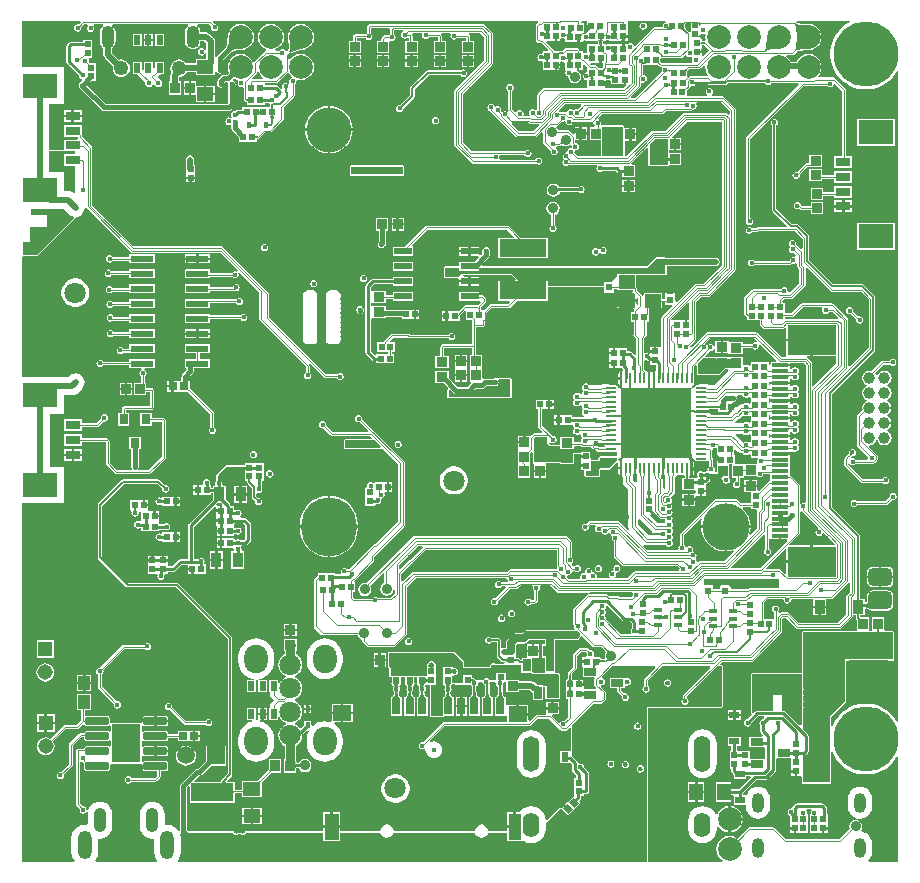
<source format=gbr>
%FSTAX23Y23*%
%MOIN*%
%SFA1B1*%

%IPPOS*%
%AMD62*
4,1,8,-0.010800,0.015700,-0.010800,-0.015700,-0.010800,-0.015700,0.010800,-0.015700,0.010800,-0.015700,0.010800,0.015700,0.010800,0.015700,-0.010800,0.015700,-0.010800,0.015700,0.0*
1,1,0.000000,-0.010800,0.015700*
1,1,0.000000,-0.010800,-0.015700*
1,1,0.000000,0.010800,-0.015700*
1,1,0.000000,0.010800,0.015700*
%
%AMD100*
4,1,8,-0.039400,0.014800,-0.039400,-0.014800,-0.024600,-0.029500,0.024600,-0.029500,0.039400,-0.014800,0.039400,0.014800,0.024600,0.029500,-0.024600,0.029500,-0.039400,0.014800,0.0*
1,1,0.029528,-0.024600,0.014800*
1,1,0.029528,-0.024600,-0.014800*
1,1,0.029528,0.024600,-0.014800*
1,1,0.029528,0.024600,0.014800*
%
%AMD107*
4,1,8,-0.035800,-0.011800,0.035800,-0.011800,0.038800,-0.008900,0.038800,0.008900,0.035800,0.011800,-0.035800,0.011800,-0.038800,0.008900,-0.038800,-0.008900,-0.035800,-0.011800,0.0*
1,1,0.005906,-0.035800,-0.008900*
1,1,0.005906,0.035800,-0.008900*
1,1,0.005906,0.035800,0.008900*
1,1,0.005906,-0.035800,0.008900*
%
%AMD127*
4,1,8,-0.112200,-0.118100,0.112200,-0.118100,0.118100,-0.112200,0.118100,0.112200,0.112200,0.118100,-0.112200,0.118100,-0.118100,0.112200,-0.118100,-0.112200,-0.112200,-0.118100,0.0*
1,1,0.011811,-0.112200,-0.112200*
1,1,0.011811,0.112200,-0.112200*
1,1,0.011811,0.112200,0.112200*
1,1,0.011811,-0.112200,0.112200*
%
%AMD129*
4,1,4,-0.016300,0.000700,0.000700,-0.016300,0.016300,-0.000700,-0.000700,0.016300,-0.016300,0.000700,0.0*
%
%ADD10C,0.010000*%
%ADD11C,0.004494*%
%ADD12C,0.004000*%
%ADD15R,0.031735X0.033788*%
%ADD16R,0.031496X0.035433*%
%ADD23R,0.033788X0.031735*%
%ADD24R,0.032000X0.037000*%
%ADD25R,0.118110X0.082677*%
%ADD31R,0.037000X0.032000*%
%ADD35C,0.035000*%
%ADD36R,0.022000X0.024000*%
%ADD38R,0.024000X0.022000*%
%ADD47R,0.057087X0.045275*%
%ADD59R,0.055118X0.011811*%
G04~CAMADD=62~8~0.0~0.0~315.0~216.5~0.0~0.0~15~0.0~0.0~0.0~0.0~0~0.0~0.0~0.0~0.0~0~0.0~0.0~0.0~90.0~216.0~314.0*
%ADD62D62*%
%ADD65R,0.015748X0.023622*%
%ADD66C,0.070866*%
%ADD67R,0.032677X0.024803*%
%ADD68C,0.020000*%
%ADD69C,0.008000*%
%ADD70C,0.005000*%
%ADD71C,0.004600*%
%ADD72C,0.015000*%
%ADD73C,0.006000*%
%ADD74C,0.005905*%
%ADD79C,0.015748*%
%ADD80C,0.030000*%
%ADD81R,0.127000X0.094000*%
%ADD82O,0.047244X0.094488*%
%ADD83O,0.041339X0.082677*%
%ADD84C,0.059055*%
%ADD85R,0.059055X0.059055*%
%ADD86R,0.051496X0.051496*%
%ADD87C,0.051496*%
%ADD88O,0.078740X0.094488*%
%ADD89C,0.078740*%
%ADD90O,0.039370X0.066929*%
%ADD92C,0.216535*%
%ADD93O,0.043307X0.074803*%
%ADD94C,0.049212*%
%ADD95C,0.039370*%
%ADD96O,0.055118X0.118110*%
%ADD97O,0.055118X0.122047*%
%ADD98O,0.055118X0.082677*%
%ADD99C,0.070866*%
G04~CAMADD=100~8~0.0~0.0~590.6~787.4~147.6~0.0~15~0.0~0.0~0.0~0.0~0~0.0~0.0~0.0~0.0~0~0.0~0.0~0.0~90.0~788.0~591.0*
%ADD100D100*%
%ADD101O,0.098425X0.078740*%
%ADD102C,0.015748*%
%ADD104C,0.157480*%
%ADD105R,0.027559X0.025591*%
%ADD106R,0.095000X0.130000*%
G04~CAMADD=107~8~0.0~0.0~775.6~236.2~29.5~0.0~15~0.0~0.0~0.0~0.0~0~0.0~0.0~0.0~0.0~0~0.0~0.0~0.0~180.0~776.0~236.0*
%ADD107D107*%
%ADD108R,0.051181X0.031496*%
%ADD109R,0.039848X0.045596*%
%ADD110R,0.029921X0.028346*%
%ADD111R,0.141732X0.060000*%
%ADD112R,0.078000X0.022000*%
%ADD113R,0.059842X0.023622*%
%ADD114R,0.157000X0.059000*%
%ADD115R,0.035433X0.051181*%
%ADD116R,0.031496X0.015748*%
%ADD117R,0.039370X0.086614*%
%ADD118R,0.047244X0.086614*%
%ADD119R,0.062992X0.055118*%
%ADD120R,0.027559X0.055118*%
%ADD121R,0.045275X0.057087*%
%ADD122R,0.041339X0.025591*%
%ADD123R,0.024803X0.032677*%
%ADD124R,0.035827X0.048031*%
%ADD125O,0.007874X0.039370*%
%ADD126O,0.039370X0.007874*%
G04~CAMADD=127~8~0.0~0.0~2362.2~2362.2~59.1~0.0~15~0.0~0.0~0.0~0.0~0~0.0~0.0~0.0~0.0~0~0.0~0.0~0.0~180.0~2362.0~2362.0*
%ADD127D127*%
%ADD128R,0.161417X0.098425*%
G04~CAMADD=129~9~0.0~0.0~240.0~220.0~0.0~0.0~0~0.0~0.0~0.0~0.0~0~0.0~0.0~0.0~0.0~0~0.0~0.0~0.0~135.0~326.0~325.0*
%ADD129D129*%
%ADD130R,0.015748X0.018898*%
%ADD131R,0.025591X0.041339*%
%ADD132R,0.055118X0.045275*%
%ADD133C,0.015000*%
%ADD134C,0.025000*%
%ADD135R,0.125000X0.045000*%
%ADD136O,0.185039X0.196850*%
%ADD137C,0.149606*%
%LNx98_carrier_v1r2_12082022_copper_signal_bot-1*%
%LPD*%
G36*
X02227Y02815D02*
X02226Y02814D01*
X02222Y02809*
X02222Y02809*
X02219Y02812*
X02219Y02812*
X02219Y02813*
X02219Y02813*
X0222Y02813*
X02222Y02815*
X02224Y02818*
X02227Y02815*
G37*
G36*
X01801Y02815D02*
X01801Y0281D01*
X01801Y0281*
X01795*
X01795Y0281*
X01795Y0281*
X01795Y02811*
X01795Y02811*
X01795Y02812*
X01796Y02816*
X01801*
X01801Y02815*
G37*
G36*
X01872Y02813D02*
X01872Y0281D01*
X01872Y02809*
X01872Y02808*
X01872Y02808*
X01872Y02808*
X01873Y02807*
X01873Y02807*
X01866*
X01866Y02807*
X01867Y02808*
X01867Y02808*
X01867Y02808*
X01867Y02809*
X01867Y0281*
X01867Y02811*
X01867Y02813*
X01868Y02814*
X01872*
X01872Y02813*
G37*
G36*
X01735Y02814D02*
X01735Y02814D01*
X01728Y02807*
X01727Y02803*
Y02758*
X01728Y02753*
X01736Y02746*
X01741Y02744*
X01747*
X01767Y02723*
X01766Y02718*
X01751*
Y02713*
X01746Y02709*
X01745Y02709*
X0174Y02708*
X01736Y02705*
X01734Y02702*
X01733Y02697*
X01734Y02692*
X01736Y02688*
X0174Y02686*
X01745Y02685*
X01746Y02685*
X01751Y02681*
Y02655*
X01791*
Y02671*
X01795*
Y02675*
X0181*
Y02682*
X01815Y02685*
X01816Y02684*
X0182Y02683*
X01821Y02683*
X01826Y02679*
Y02655*
Y02655*
X01827Y0265*
X01827Y0265*
X01826Y02645*
X01827Y02641*
X01829Y02637*
X01833Y02634*
X01836Y02634*
X01836Y02632*
X01838Y02624*
X01842Y02617*
X0185Y02612*
X01858Y0261*
X01866Y02612*
X01873Y02617*
X01878Y02624*
X0188Y02632*
X01885Y02633*
X01885Y0263*
X01888Y02626*
X01892Y02623*
X01896Y02623*
X01899Y0262*
Y02597*
X01896Y02594*
X01755*
X0175Y02592*
X01734Y02576*
X01732Y02571*
Y02524*
X01728Y02521*
X01724Y02523*
X01722Y02524*
X01718Y02525*
X01713Y02524*
X01709Y02521*
X01706Y02517*
X01706Y02513*
X01706Y02508*
X01708Y02506*
X01706Y02501*
X01706Y02501*
X01689*
X01686Y02506*
X01687Y02509*
X01686Y02514*
X01683Y02518*
X01679Y0252*
X01675Y02521*
X0167Y0252*
X01666Y02518*
X01665Y02516*
X01659Y02515*
X01649Y02525*
Y02586*
X01651Y02587*
X01653Y02591*
X01654Y02595*
X01653Y026*
X01651Y02604*
X01647Y02607*
X01642Y02608*
X01637Y02607*
X01633Y02604*
X01631Y026*
X0163Y02595*
X01631Y02591*
X01633Y02587*
X01636Y02586*
Y02522*
X01637Y0252*
X01632Y02516*
X0163Y02518*
X01626Y02519*
X01621Y02518*
X01617Y02515*
X01615Y02515*
X01612Y02518*
X01613Y02523*
X01612Y02528*
X01609Y02532*
X01605Y02534*
X01601Y02535*
X01596Y02534*
X01595Y02533*
X01589Y02535*
X01589Y02535*
X01587Y02539*
X01583Y02541*
X01578Y02542*
X01578Y02542*
X01576Y02543*
X01571Y02541*
X01571Y0254*
X0157Y02539*
X01567Y02535*
X01566Y0253*
X01567Y02526*
X0157Y02522*
X01573Y02519*
X01575Y02519*
X01576Y02517*
X01642Y02451*
X01661Y02432*
X01665Y0243*
X01726*
X0173Y02432*
X01747Y02448*
X01751Y02446*
Y02415*
X01753Y0241*
X01777Y02386*
X01777Y02383*
X01778Y02379*
X0178Y02375*
X01784Y02372*
X01789Y02371*
X01793Y02372*
X01797Y02375*
X018Y02379*
X01801Y02383*
X018Y02388*
X01797Y02392*
X01795Y02393*
X01795Y02396*
X01798Y024*
X01806*
X0181Y02402*
X01814Y02406*
X0182Y02402*
X01828Y024*
X01836Y02402*
X01841Y02405*
X01845Y02405*
X01849Y02401*
X01848Y02399*
X01845Y02395*
X0184Y02394*
X01836Y02391*
X01834Y02387*
X01833Y02383*
X01832Y02382*
X0183Y0238*
X01828Y02379*
X01824Y02378*
X01821Y02375*
X01818Y02372*
X01817Y02367*
X01818Y02362*
X01821Y02358*
X01819Y02354*
X01817Y02351*
X01816Y02347*
X01817Y02342*
X0182Y02338*
X01824Y02335*
X01828Y02334*
X01833Y02335*
X01837Y02338*
X01837Y02339*
X0193*
X01931Y02338*
X01933Y02334*
X01931Y02331*
X0193Y02327*
X01931Y02322*
X01934Y02318*
X01938Y02315*
X01942Y02314*
X01947Y02315*
X0195Y02317*
X01994*
X01999Y02313*
X02001Y02311*
X02005Y0231*
X02014*
Y02299*
X02059*
Y02339*
X02048*
X02046Y02344*
X02099Y02396*
X02103Y02395*
Y02339*
X02104Y02336*
X02107Y02334*
X02167*
X02171Y02336*
X02171Y02337*
X02213*
Y02377*
X02172*
Y02389*
X02187*
Y02409*
Y02429*
X02184*
X02182Y02433*
X02232Y02483*
X02349*
Y02005*
X02288Y01943*
X02261*
X02257Y01941*
X02197Y01882*
X02192Y01884*
Y01913*
X0216*
Y01893*
X0215*
Y01913*
X02087*
Y01904*
X02082Y01903*
X02081Y01905*
X02064Y01922*
Y01929*
X02063Y0193*
Y01972*
X02087*
Y0197*
X0215*
Y01972*
X0216*
X02163Y01973*
X02164Y01976*
Y02*
X02327*
X02332Y02001*
X02337Y02004*
X0234Y02009*
X02341Y02014*
X0234Y0202*
X02337Y02025*
X02332Y02028*
X02327Y02029*
X02163*
X02163Y02029*
X0216Y02031*
X0213*
X02126Y02029*
X02098Y02001*
X01549*
X01547Y02005*
X0157Y02029*
X01573Y02032*
X01574Y02037*
Y0205*
X01574Y02053*
X01573Y02057*
X01571Y02061*
X01567Y02064*
X01562Y02065*
X01558Y02064*
X01554Y02061*
X01551Y02057*
X0155Y02053*
X0155Y02051*
Y02042*
X01545Y02037*
X0154Y02039*
Y02047*
X01511*
Y02035*
X01536*
X01538Y0203*
X01525Y02016*
X01473*
Y02001*
X01425*
X01422Y01999*
X01421Y01996*
Y01966*
X01422Y01963*
X01425Y01962*
X0147*
X01473Y01958*
Y01955*
X01503*
Y01966*
X01488*
X01485Y01971*
X01485Y01972*
X01648*
X01662Y01958*
X0166Y01953*
X01603*
Y01886*
X01639*
X01641Y01882*
X01634Y01874*
X01577*
X01573Y01872*
X01554Y01854*
X01546*
Y01865*
X0156Y01879*
X01561Y01881*
X01562Y01884*
Y01893*
X01561Y01895*
X0156Y01897*
X01554Y01903*
X01552Y01904*
X01549Y01905*
X0154*
Y01916*
X01473*
Y01885*
X0154*
X01544Y01881*
X01535Y01873*
X01534Y0187*
X01534Y0187*
X01533Y0187*
X01492*
X0149Y01869*
X01488Y01868*
X01471Y01851*
X01434*
Y01835*
Y01819*
X01474*
Y01836*
X0149Y01852*
X01495Y0185*
Y01822*
X01516*
X01516Y01821*
Y01806*
Y0174*
X01417*
X01413Y01739*
X01411Y01736*
X01409Y01732*
Y01701*
X01393*
Y01661*
X01438*
Y01701*
X01422*
Y01727*
X01516*
X01516Y01727*
Y01706*
X01509*
Y01661*
X0151Y0166*
Y01615*
X01511*
X01513Y0161*
X015Y01597*
X01467*
X01438Y01627*
Y0165*
X01393*
Y0161*
X01421*
X01436Y01595*
X01434Y0159*
X01434Y0159*
X01433Y01589*
Y01588*
X01433Y01587*
Y01564*
X01434Y01561*
X01437Y0156*
X01643Y0156*
X01646Y01561*
X01647Y01564*
Y01624*
X01646Y01627*
X01643Y01628*
X01605*
X01605Y01628*
X01604Y01628*
X01603Y01627*
X01602Y01627*
X01598Y01627*
X01593Y01627*
X01588Y01627*
X01586Y01625*
X01557*
X01555Y01625*
X0155Y01628*
Y0166*
X01549Y01661*
Y01706*
X01529*
Y0173*
Y01799*
X01553*
X01558Y01801*
X0156Y01806*
Y01817*
X01561Y01819*
X01563Y01823*
Y01844*
X0158Y01861*
X01636*
X01641Y01863*
X01664Y01886*
X01768*
Y01932*
X01956*
Y01907*
X01972*
Y01903*
Y01907*
X01988*
Y01926*
X02*
Y01923*
X0205*
X02051Y0192*
Y01919*
X02052Y01918*
X02052Y01918*
X02048Y01913*
X02036*
Y0189*
X02063*
Y01893*
X02068Y01896*
X0207Y01895*
Y01874*
X02068Y01873*
X02063Y01875*
Y01882*
X02036*
Y0186*
X02052*
X02055Y01855*
X02054Y01852*
Y01848*
X02045*
Y01816*
X02054*
Y01774*
X02053Y01771*
X02055Y01767*
X02062Y0176*
Y01707*
X02057Y01705*
X02047Y01714*
X02044Y01716*
X02041Y01717*
X02032*
Y01727*
X01992*
Y01711*
X01988*
Y01707*
X01973*
Y01695*
X01973Y01695*
Y01683*
X01988*
Y01679*
X01992*
Y01663*
X02013*
X02018Y01659*
Y01654*
X02017Y01653*
X02015Y01652*
Y01627*
X02011*
Y01623*
X02003*
Y01611*
X02004Y01608*
X02005Y01606*
X02008Y01604*
X02011Y01603*
X02011Y01603*
X02012Y01598*
X0201Y01597*
X02008Y01594*
X02004Y01595*
X02004Y01596*
X02003Y01599*
X02001Y01601*
X01999Y01603*
X01995Y01604*
X0198*
X0198Y01604*
X01976Y01606*
X01971Y01607*
X0195*
X01945Y01606*
X01942Y01604*
X01934*
X01931Y01605*
X01907*
X01906Y01606*
X01902Y01609*
X01897Y0161*
X01894*
X01889Y01609*
X01885Y01606*
X01882Y01602*
X01882Y01598*
X01882Y01593*
X01885Y01589*
Y01586*
X01882Y01583*
X01882Y01578*
X01882Y01578*
X01881Y01577*
X01877Y01574*
X01873Y01577*
X01868Y01578*
X01865*
X0186Y01577*
X01856Y01574*
X01853Y0157*
X01853Y01566*
X01853Y01561*
X01856Y01557*
Y01555*
X01853Y01551*
X01853Y01546*
X01853Y01541*
X01856Y01537*
X0186Y01535*
X01865Y01534*
X01868*
X01873Y01535*
X01877Y01537*
X01881Y01535*
X01882Y01534*
X01882Y01534*
X01882Y01529*
X01883Y01527*
X01885Y01524*
X01883Y0152*
X01882Y01519*
X01882Y01514*
X01882Y01509*
X01885Y01505*
X01889Y01503*
X0189Y01502*
X0189Y01497*
X01849*
Y01505*
X01808*
Y01489*
Y01473*
X01848*
X01851Y01471*
X01853Y0147*
X01853Y01466*
X01854Y01464*
X01856Y01461*
X01854Y01457*
X01853Y01456*
X01853Y01451*
X01853Y01446*
X01856Y01442*
X0186Y0144*
X01865Y01439*
X01867*
X01872Y0144*
X01874Y01441*
X01875Y0144*
X01879Y01438*
X01879Y01434*
X01882Y0143*
Y01428*
X01879Y01424*
X01878Y01419*
X01875Y01416*
X01854*
Y01431*
X01809*
Y01404*
X01778*
X01773Y01409*
X01773Y01411*
X01773Y01411*
X01779Y01413*
X01781Y01411*
X01785Y0141*
X0179Y01411*
X01794Y01414*
X01796Y01418*
X01797Y01423*
X01796Y01427*
X01794Y01431*
X0179Y01434*
X01785Y01435*
X01784Y01434*
X01749Y01468*
Y01524*
X01768*
Y0154*
Y01556*
X01728*
Y01524*
X01736*
Y01466*
X01738Y01461*
X0175Y01449*
X01748Y01445*
X01723*
X01718Y01443*
X01714Y01439*
X0171Y01436*
Y01436*
X01694*
Y01414*
X0169*
Y0141*
X0167*
Y01391*
X0167Y01391*
Y01388*
X0167Y01386*
Y01345*
X0167Y01343*
Y0134*
X0167*
Y01295*
X0171*
Y01338*
Y0134*
Y01343*
Y01378*
X01712Y0138*
X01717Y01377*
Y01349*
X01718Y01346*
X0172Y01345*
X01721Y0134*
Y01338*
Y01322*
X01741*
X01761*
Y01338*
Y0134*
X01763Y01344*
X01807*
Y01344*
X01808Y01341*
X01809Y01341*
Y0134*
X01811*
X01811Y0134*
X01851*
X01852Y0134*
X01854*
Y01341*
X01855Y01341*
X01856Y01344*
Y01375*
X01879*
Y01371*
X01894*
Y01363*
X01879*
Y01351*
Y0134*
X01894*
Y01332*
X01879*
Y0132*
X01887*
X0189Y01315*
X01889Y01314*
X01889Y01314*
X01889Y01314*
X01889Y01306*
X0189Y01304*
X01891Y01303*
X01894Y01299*
X01896Y01299*
X01897Y01298*
X01901*
X01903Y01298*
X01905Y01298*
X01938*
X01941Y01299*
X01942Y01302*
Y01321*
X01945Y01323*
X01973*
X01976Y01325*
X01999Y01348*
X02003Y01345*
X02003Y01344*
Y01332*
X02011*
Y01328*
X02014*
X02014Y01327*
Y01306*
X02015Y01302*
X02015Y01301*
X02015Y01301*
X02017Y01298*
Y0128*
X02018Y01275*
X02021Y01271*
X02036Y01256*
Y01131*
X02037Y01126*
X02037Y01125*
X02034Y01122*
X02007Y01149*
X02002Y01151*
X01908*
X01903Y01149*
X01897Y01143*
X01893Y01143*
X01889Y01142*
X01885Y0114*
X01882Y01136*
X01881Y01131*
X01882Y01127*
X01885Y01123*
X01889Y0112*
X01893Y01119*
X01898Y0112*
X01902Y01123*
X01905Y01127*
X01906Y01131*
X01905Y01133*
X0191Y01138*
X01925*
X01927Y01133*
X01926Y0113*
X01925Y01126*
X01926Y01121*
X01929Y01117*
X01933Y01115*
X01937Y01114*
X01942Y01115*
X01943Y01116*
X01949Y01114*
X01949Y01113*
X01952Y01109*
X01956Y01107*
X0196Y01106*
X01965Y01107*
X01969Y01109*
X0197Y01111*
X01975Y0111*
X01975Y0111*
X01978Y01106*
X0198Y01105*
X01982Y011*
X01981Y01096*
X01982Y01091*
X01985Y01087*
X01987Y01086*
Y01036*
X01989Y01032*
X02016Y01005*
X0202Y01003*
X02197*
X02207Y00994*
X02206Y00991*
X02207Y00989*
X02203Y00984*
X02058*
X02054Y00982*
X02032Y0096*
X01994*
X01992Y00964*
X01992Y00965*
X01994Y00969*
X01995Y00974*
X01995Y00976*
X01998Y0098*
X01999Y0098*
X02003Y00981*
X02007Y00984*
X02009Y00988*
X0201Y00993*
X02009Y00997*
X02007Y01001*
X02003Y01004*
X01998Y01005*
X01994Y01004*
X0199Y01001*
X01987Y00997*
X01986Y00993*
X01987Y0099*
X01983Y00986*
X01983Y00986*
X01979Y00985*
X01975Y00982*
X01972Y00978*
X01971Y00974*
X01972Y00969*
X01975Y00965*
X01974Y00964*
X01973Y0096*
X01935*
X01932Y00965*
X01932Y00968*
X01931Y00972*
X01929Y00976*
X01925Y00979*
X0192Y0098*
X01916Y00984*
X01916Y00985*
X01915Y00989*
X01913Y00993*
X01909Y00996*
X01904Y00997*
X019Y00996*
X01896Y00993*
X01893Y00989*
X01892Y00985*
X01893Y00982*
X01889Y00978*
X01889Y00977*
X01888Y00978*
X01884Y00977*
X0188Y00974*
X01877Y0097*
X01876Y00966*
X01877Y00963*
X01873Y00958*
X01838*
X01832Y00964*
X01832Y00966*
X01835Y0097*
X01836Y0097*
X0184Y0097*
X01843Y00973*
X01846Y00977*
X01847Y00982*
X01847Y00982*
X01848Y00983*
X01851Y00986*
X01856Y00986*
X01857Y00984*
X01861Y00982*
X01865Y00981*
X0187Y00982*
X01874Y00984*
X01877Y00988*
X01878Y00993*
X01877Y00998*
X01874Y01001*
X0187Y01004*
X01865Y01005*
X01861Y01004*
X01857Y01001*
X01856Y01001*
X01851Y01*
X01847Y01005*
X01848Y01011*
X0185Y01012*
X01852Y01016*
X01853Y01021*
X01852Y01025*
X0185Y01029*
X01848Y01031*
Y01081*
X01846Y01085*
X01831Y011*
X01827Y01102*
X01324*
X01319Y011*
X01164Y00944*
X01157Y00945*
X01149Y00944*
X01142Y00939*
X01137Y00932*
X01135Y00924*
X01137Y00915*
X01142Y00908*
X01149Y00903*
X01157Y00902*
X01166Y00903*
X01173Y00908*
X01178Y00915*
X01179Y00924*
X01178Y00932*
X01174Y00936*
X01217Y00979*
X01222Y00977*
Y00944*
X01216Y0094*
X01211Y00933*
X01209Y00925*
X01211Y00916*
X01216Y00909*
X01223Y00904*
X01231Y00903*
X0124Y00904*
X01247Y00909*
X01252Y00916*
X01253Y00922*
X01258Y00922*
Y00911*
X01243Y00896*
X012*
X01198Y00898*
X01193Y00899*
X01189Y00898*
X01185Y00895*
X01183Y00893*
X01121*
X01117Y00897*
Y00916*
X01126*
Y00948*
X01125*
X01123Y00952*
X01125Y00954*
X01125Y00955*
X01187Y01016*
X01189Y01021*
Y01031*
X0129Y01132*
X01292Y01137*
Y01347*
X0129Y01351*
X01149Y01492*
X01149Y01493*
X01148Y01497*
X01146Y01501*
X01142Y01504*
X01137Y01505*
X01133Y01504*
X01129Y01501*
X01126Y01497*
X01125Y01493*
X01126Y01488*
X01129Y01484*
X01133Y01481*
X01137Y0148*
X01141Y01481*
X01169Y01454*
X01167Y01449*
X0105*
X01029Y0147*
X01029Y01473*
X01028Y01477*
X01026Y01481*
X01022Y01484*
X01017Y01485*
X01013Y01484*
X01009Y01481*
X01006Y01477*
X01005Y01473*
X01006Y01468*
X01009Y01464*
X01013Y01461*
X01017Y0146*
X0102Y01461*
X01042Y01438*
X01047Y01436*
X01175*
X01182Y01429*
X0118Y01425*
X01093*
X0109Y01423*
X01089Y0142*
Y01395*
X0109Y01392*
X01093Y01391*
X01209*
X0121Y01391*
X01211*
X01212Y01392*
X01212Y01392*
X01215Y01393*
X01218Y01393*
X0127Y01342*
Y01152*
X01191Y01074*
X01189*
X01185Y01072*
X01105Y00992*
X01099Y00992*
X01099Y00993*
X01095Y00996*
X0109Y00997*
X01086Y00996*
X01082Y00993*
X01079Y00989*
X01078Y00985*
X01079Y0098*
X0108Y00979*
X01077Y00974*
X0106*
Y00979*
X01001*
Y00968*
X00996Y00966*
X0099Y00959*
X00988Y00955*
Y00801*
X0099Y00796*
X01013Y00773*
X01017Y00771*
X01134*
X01134Y00769*
X01139Y00762*
X01146Y00757*
X0115Y00756*
Y00752*
X01152Y00747*
X01165Y00734*
X01169Y00732*
X01255*
X0126Y00734*
X01296Y0077*
X01298Y00775*
Y00931*
X01329Y00962*
X0163*
X01633Y00958*
X01633Y00957*
X01634Y00953*
X01635Y00952*
X01632Y00947*
X01614*
X01613Y00949*
X01609Y00952*
X01604Y00953*
X01599Y00952*
X01596Y00949*
X01593Y00945*
X01592Y0094*
X01593Y00936*
X01596Y00932*
X01599Y00929*
X01604Y00928*
X01609Y00929*
X01613Y00932*
X01614Y00934*
X01625*
X01627Y00929*
X01592Y00894*
X01589Y00895*
X01585Y00894*
X01581Y00891*
X01578Y00887*
X01577Y00882*
X01578Y00878*
X01581Y00874*
X01585Y00871*
X01589Y0087*
X01594Y00871*
X01598Y00874*
X01601Y00878*
X01602Y00882*
X01601Y00885*
X01641Y00925*
X01663*
X01667Y00926*
X01677Y00937*
X01715*
X01718Y00932*
X01718Y00929*
X01718Y00925*
X01721Y00921*
X01723Y00919*
Y00892*
X01721Y00889*
X01711*
X01711Y0089*
X01707Y00892*
X01703Y00893*
X01698Y00892*
X01694Y0089*
X01691Y00886*
X0169Y00881*
X01691Y00877*
X01694Y00873*
X01698Y0087*
X01703Y00869*
X01707Y0087*
X01711Y00873*
X01713Y00876*
X01723*
X01728Y00878*
X01734Y00885*
X01736Y00889*
Y00919*
X01738Y00921*
X01741Y00925*
X01742Y00929*
X01741Y00932*
X01745Y00937*
X01775*
X01796Y00915*
X01801Y00913*
X01907*
X01909Y00914*
X02048*
X02051Y00909*
X0205Y00906*
X02051Y00904*
X02046Y00899*
X02006*
X02005Y009*
X02Y00902*
X01972*
X01969Y00905*
X01964Y00907*
X01903*
X01898Y00905*
X01855Y00861*
X01853Y00857*
Y00809*
X01855Y00805*
X01856Y00804*
X01855Y00801*
X01856Y00796*
X01859Y00792*
X01859Y00792*
X01857Y00787*
X01698*
X01692Y00786*
X01687Y00782*
X01681Y00777*
X0166*
X01654Y00776*
X01648Y00772*
Y00772*
X01634Y00758*
X0163Y00752*
X01629Y00746*
Y00729*
X01621*
X01616Y00728*
X01615Y00729*
X01611Y0073*
Y00751*
X01611Y00754*
X01609Y00756*
X01606Y0076*
X01603Y00761*
X01601Y00762*
X0158*
X01579Y00763*
X01575Y00766*
X01571Y00767*
X01566Y00766*
X01562Y00763*
X0156Y00759*
X01559Y00755*
X0156Y0075*
X01562Y00746*
X01566Y00744*
X01571Y00743*
X01575Y00744*
X01579Y00746*
X0158Y00748*
X01597*
Y00702*
X01598Y00699*
X01599Y00697*
X01613Y00683*
X01615Y00681*
X01617Y00681*
X01618Y00681*
X01623Y0068*
X01624Y0068*
X01624Y0068*
X01622Y00675*
X01595*
X01595Y00675*
X01591Y00677*
X01587Y00678*
X01582Y00677*
X01578Y00675*
X01578Y00674*
X01576Y00673*
X01574Y0067*
Y00666*
X01488*
Y00681*
X01487Y00684*
X01457Y00714*
X01454Y00716*
X01284Y00716*
X01239*
X01236Y00714*
X01234Y00711*
Y00666*
X01236Y00663*
X01239Y0066*
Y00636*
X01241Y00633*
X01244Y00632*
X01247*
Y00611*
X01247Y00611*
X01246Y00611*
X01247Y0061*
X01246Y0061*
X01247Y00606*
X01249*
X01249*
X01253Y00603*
X01253Y00601*
X01254Y006*
X01252Y00596*
X01251Y00592*
X01252Y00587*
X01254Y00584*
X01254Y00583*
X01254Y00583*
X01255Y00583*
X01255Y00582*
X01255Y00582*
X01255Y00582*
X01255Y00582*
X01254Y00578*
X01254Y00574*
X01253Y00571*
X01252Y00569*
X01252Y00569*
X01248Y00566*
X01248*
X01245*
X01245Y00562*
X01245Y00562*
X01245Y00562*
X01245Y00561*
Y00503*
X01281*
Y00561*
X01281Y00562*
X01281Y00562*
X01281Y00562*
X01281Y00566*
X01279*
X01279*
X01274Y00568*
X01273Y00569*
X01273Y00571*
X01272Y00574*
X01271Y00578*
X01271Y00582*
X01271Y00582*
X01271Y00582*
X01271Y00583*
X01271Y00583*
X01271Y00583*
X01274Y00587*
X01275Y00592*
X01274Y00596*
X01272Y006*
X01272Y00601*
X01273Y00603*
X01276Y00606*
X01276*
X01279*
X01279Y0061*
X01279Y0061*
X01279Y00611*
X01279Y00611*
Y00632*
X01291*
Y00611*
X01291Y00611*
X01291Y00611*
X01291Y0061*
X01291Y0061*
X01291Y00606*
X01294*
X01297Y00603*
X01298Y00601*
X01299Y00599*
X01299Y00599*
X01297Y00596*
X01296Y00592*
X01297Y00587*
X01299Y00584*
X01299Y00584*
X01299Y00583*
X01299Y00583*
X013Y00583*
X013Y00582*
X013Y00582*
X013Y00582*
X01299Y00578*
X01298Y00574*
X01298Y00571*
X01297Y00569*
X01296Y00568*
X01291Y00566*
X01291*
X01289*
X01289Y00562*
X01289Y00562*
X01289Y00562*
X01289Y00561*
Y00561*
Y00503*
X01324*
Y00561*
X01324Y00562*
X01324Y00562*
X01325Y00562*
X01324Y00566*
X01322*
X01322*
X01318Y00569*
X01318Y00569*
X01317Y00571*
X01316Y00574*
X01316Y00578*
X01315Y00582*
X01315Y00582*
X01316Y00582*
X01316Y00582*
X01316Y00583*
X01316*
Y00583*
Y00583*
X01316Y00583*
X01316Y00583*
X01319Y00587*
X0132Y00592*
X01319Y00596*
X01317Y006*
X01317Y00601*
X01318Y00603*
X01321Y00606*
X01321*
X01323*
X01324Y0061*
X01324Y0061*
X01324Y00611*
X01323Y00611*
Y00632*
X01332*
Y00611*
X01332Y00611*
X01332Y00611*
X01332Y0061*
X01332Y0061*
X01332Y00606*
X01335*
X01335*
X01335*
X01338Y00603*
X01339Y00601*
X0134Y00598*
X0134Y00598*
X01339Y00596*
X01338Y00592*
X01339Y00587*
X0134Y00586*
X0134Y00585*
X0134Y00584*
X0134Y00584*
X0134Y00584*
X01341Y00583*
X01341Y00583*
X01341Y00582*
X0134Y00578*
X0134Y00574*
X01339Y00571*
X01338Y00569*
X01334Y00566*
X01332*
X01332Y00562*
X01332Y00562*
X01332Y00562*
X01332Y00561*
Y00503*
X01368*
Y00561*
Y00562*
X01368Y00562*
X01368Y00566*
X01365*
X01365*
X01361Y00568*
X0136Y00568*
X01359Y00569*
X01358Y00572*
X01357Y00574*
X01357Y00578*
X01356Y00581*
X01356Y00582*
X01357Y00582*
X01357Y00582*
X01357Y00582*
X01357Y00583*
X01358Y00583*
X01361Y00587*
X01362Y00592*
X01361Y00596*
X01358Y006*
X0136Y00605*
X0136Y00605*
X0136Y00606*
X01361Y00606*
X01361Y00606*
X01374*
Y00503*
X01376Y005*
X01379Y00499*
X01419*
X01422Y005*
X01423Y00503*
X01454*
Y00566*
X0145*
X0145Y00567*
X01448Y00567*
X01447Y00567*
X01446Y00568*
X01445Y00569*
X01444Y00572*
X01444Y00574*
X01443Y00578*
X01443Y0058*
X01443Y0058*
X01443Y0058*
X01443Y0058*
X01443Y0058*
X01443Y00581*
X01444Y00581*
X01446Y00585*
X01447Y0059*
X01446Y00594*
X01444Y00598*
X01443Y00598*
X01443Y00599*
X01444Y00601*
X01445Y00603*
X01445Y00605*
X01446Y00605*
X01446Y00606*
X01447Y00606*
X01447Y00606*
X0145*
Y00607*
X01457*
Y00606*
X01512*
X01512Y00606*
X01514Y00602*
X01516Y00601*
Y00593*
X01515Y00592*
X01515Y00587*
X01515Y00582*
X01515Y00578*
X01514Y00574*
X01513Y00571*
X01512Y00569*
X01512Y00569*
X01508Y00566*
X01508*
X01505*
X01505Y00562*
X01505Y00562*
X01505Y00562*
X01505Y00561*
Y00503*
X01541*
Y00561*
X01541Y00562*
X01541Y00562*
X01541Y00562*
X01541Y00566*
X01539*
X01539*
X01534Y00568*
X01534Y00569*
X01533Y00571*
X01532Y00574*
X01531Y00578*
X0153Y00587*
X0153Y00592*
X0153Y00593*
Y00601*
X01531Y00602*
X01534Y00606*
X01535Y0061*
X01535Y00612*
X01539Y00616*
X0155Y00616*
X0155Y00616*
X01551Y00612*
X01554Y00608*
X01558Y00605*
X01559Y00605*
Y00593*
X01559Y00592*
X01559Y00587*
X01559Y00582*
X01558Y00578*
X01557Y00574*
X01557Y00571*
X01556Y00569*
X01555Y00568*
X01551Y00566*
X01551*
X01549*
X01548Y00562*
X01549Y00562*
X01548Y00562*
X01549Y00561*
Y00503*
X01584*
Y00561*
X01584Y00562*
X01584Y00562*
X01584Y00562*
X01584Y00566*
X01582*
X01582*
X01578Y00568*
X01577Y00569*
X01576Y00571*
X01575Y00574*
X01575Y00578*
X01574Y00587*
X01574Y00592*
X01574Y00593*
Y00609*
X01573Y00611*
X01573Y00612*
X01573Y00612*
X01573Y00612*
X01575Y00616*
X0159Y00615*
X01593Y00614*
X01595Y00611*
X01595Y0061*
X01594Y0061*
X01595Y00605*
X01598Y00601*
X01602Y00599*
X01603Y00599*
Y00593*
X01602Y00592*
X01602Y00587*
X01602Y00582*
X01601Y00578*
X01601Y00574*
X016Y00571*
X01599Y00569*
X01599Y00568*
X01594Y00566*
X01594*
X01592*
X01592Y00562*
X01592Y00562*
X01592Y00562*
X01592Y00561*
Y00503*
X01627*
X01631Y00501*
Y0048*
X01421*
X01416Y00478*
X01353Y00415*
X0135Y00415*
X01346Y00414*
X01342Y00412*
X01339Y00408*
X01338Y00403*
X01339Y00399*
X01342Y00395*
X01346Y00392*
X0135Y00391*
X01355Y00392*
X01355Y00392*
X0136Y0039*
X0136Y00389*
X01361Y00381*
X01364Y00374*
X01368Y00369*
X01374Y00364*
X01381Y00361*
X01388Y0036*
X01395Y00361*
X01402Y00364*
X01408Y00369*
X01412Y00374*
X01415Y00381*
X01416Y00389*
X01415Y00396*
X01412Y00403*
X01408Y00408*
X01402Y00413*
X01395Y00416*
X01388Y00417*
X01381Y00416*
X01378Y00414*
X01375Y00419*
X01423Y00467*
X01705*
X0171Y00469*
X01734Y00493*
X01772*
X0181Y00455*
X01815Y00453*
X01815*
X01815Y00453*
X01828*
X01833Y00455*
X0184Y00462*
X01845Y0046*
Y00389*
X01841Y00386*
X01808*
Y00345*
X01841*
X01844Y00346*
X01849Y00341*
Y00322*
X0185Y00318*
X01852Y00315*
X01863Y00304*
Y00294*
X01856*
Y00264*
Y0024*
X01855Y00235*
X01852Y00232*
X01834Y00214*
X01826Y00207*
X01838Y00195*
X01832Y0019*
X01821Y00201*
X01815Y00196*
X01815Y00196*
X01811Y00197*
X0181Y00197*
X0181Y00197*
X01808*
X01805Y00196*
X01765Y00156*
X0176Y00158*
X01759Y00165*
X01754Y00177*
X01746Y00187*
X01737Y00195*
X01725Y00199*
X01713Y00201*
X017Y00199*
X01689Y00195*
X01679Y00187*
X01674Y00181*
X01661*
Y00133*
X01657*
Y00129*
X01633*
Y00118*
X01569*
X01567Y00126*
X01562Y00133*
X01555Y00138*
X01547Y0014*
X01538Y00138*
X01531Y00133*
X01526Y00126*
X01525Y00118*
X01254*
X01252Y00126*
X01247Y00133*
X0124Y00138*
X01232Y0014*
X01223Y00138*
X01216Y00133*
X01211Y00126*
X0121Y00118*
X01204*
X01074*
Y00129*
X01047*
X01019*
Y00118*
X00898*
X00761*
X0076Y00117*
X00759Y00117*
X00759Y00117*
X00758Y00117*
X00758Y00115*
X00757Y00114*
X00757Y00114*
X00755Y00112*
X00753Y0011*
X0075Y00109*
X00747Y0011*
X00746Y00111*
X00745Y00111*
X00745Y00111*
X00741Y00112*
X0074Y00112*
X00739Y00112*
X00735Y00111*
X00735Y00111*
X00734Y00111*
X00733Y0011*
X0073Y00109*
X00727Y0011*
X00724Y00112*
X00723Y00114*
X00723Y00114*
X00722Y00115*
X00722Y00117*
X00721Y00117*
X00721Y00117*
X0072Y00117*
X00719Y00118*
X00569*
X00565Y00121*
Y00168*
Y00263*
X0057Y00268*
X00574Y00266*
Y00213*
X00724*
Y00244*
X00749*
Y00232*
X00814*
Y00282*
X00845Y00313*
X00879*
Y00358*
X00839*
Y00326*
X00799Y00285*
X00749*
Y00256*
X00724*
Y00281*
X007*
X00698Y00285*
X00714Y00301*
X00716Y00304*
X00716Y00307*
Y0076*
X00716Y00762*
X00714Y00765*
X00537Y00942*
X00534Y00944*
X00531Y00944*
X0037*
X00282Y01032*
Y01202*
X00356Y01275*
X00467*
X00482Y0126*
X00482Y01259*
X00483Y01254*
X00486Y0125*
X0049Y01247*
X00494Y01246*
X00499Y01247*
X00503Y0125*
X00505Y01254*
X00506Y01259*
X00505Y01263*
X00503Y01267*
X00499Y0127*
X00494Y01271*
X00493Y0127*
X00475Y01288*
X00473Y01289*
X0047Y0129*
X00353*
X00351Y01289*
X00348Y01288*
X0027Y0121*
X00269Y01207*
X00268Y01205*
Y0103*
X00269Y01027*
X0027Y01024*
X00362Y00932*
X00365Y00931*
X00367Y0093*
X00529*
X00702Y00757*
Y00309*
X0068Y00287*
X00678Y00285*
X00678Y00282*
Y00281*
X00589*
X00587Y00285*
X00605Y00303*
X00606*
X00611Y00304*
X00614Y00306*
X00644Y00336*
X00695*
Y00403*
X00628*
Y00353*
X00601Y00326*
X006*
X00595Y00325*
X00592Y00323*
X00545Y00276*
X00542Y00272*
X00542Y00268*
Y00168*
Y00167*
Y00121*
X00537Y00119*
X00531Y00126*
X00522Y00133*
X00511Y00138*
X005Y00139*
X00495Y00138*
X00491Y00142*
Y00175*
X00489Y00185*
X00485Y00195*
X00479Y00204*
X0047Y0021*
X0046Y00214*
X0045Y00216*
X00439Y00214*
X00429Y0021*
X00421Y00204*
X00414Y00195*
X0041Y00185*
X00409Y00175*
Y00134*
X0041Y00123*
X00414Y00113*
X00421Y00105*
X00429Y00098*
X00439Y00094*
X0045Y00092*
X00452Y00093*
X00456Y0009*
Y00048*
X00458Y00036*
X00462Y00026*
X00466Y0002*
X00464Y00015*
X00261*
X00258Y0002*
X00263Y00026*
X00267Y00036*
X00268Y00048*
Y0009*
X00272Y00093*
X00275Y00092*
X00285Y00094*
X00295Y00098*
X00304Y00105*
X0031Y00113*
X00314Y00123*
X00316Y00134*
Y00175*
X00314Y00185*
X0031Y00195*
X00304Y00204*
X00295Y0021*
X00285Y00214*
X00275Y00216*
X00264Y00214*
X00254Y0021*
X00246Y00204*
X00239Y00195*
X00236Y00188*
X00234Y00188*
X00231Y00189*
X0023Y00193*
X00228Y00197*
X00224Y00199*
X00219Y002*
X00217Y002*
X00207Y00209*
Y00349*
X00207Y00349*
X00212Y00351*
X00214Y00349*
X00216Y00349*
X00217Y00347*
X00222Y00341*
Y00326*
X00223Y00323*
X00224Y00321*
X00227Y00319*
X00229Y00319*
X00301*
X00304Y00319*
X00306Y00321*
X00308Y00323*
X00308Y00326*
Y00337*
X00311Y00341*
X00313*
X00412*
X00414*
X00417Y00337*
Y00326*
X00418Y00323*
X00419Y00321*
X00422Y00319*
X00424Y00319*
X00465*
Y00303*
X00457Y00295*
X0038*
X00379Y00297*
X00375Y003*
X0037Y00301*
X00366Y003*
X00362Y00297*
X00359Y00293*
X00358Y00289*
X00359Y00284*
X00362Y0028*
X00366Y00277*
X0037Y00276*
X00375Y00277*
X00379Y0028*
X0038Y00282*
X00459*
X00464Y00284*
X00476Y00296*
X00478Y003*
Y00319*
X00496*
X00499Y00319*
X00501Y00321*
X00503Y00323*
X00503Y00326*
Y00343*
X00503Y00346*
X00501Y00348*
X00499Y0035*
X00496Y0035*
X00424*
X00422Y0035*
X00419Y00348*
X00419Y00348*
X00414Y0035*
Y00369*
X00419Y00371*
X00419Y00371*
X00422Y00369*
X00424Y00369*
X00456*
Y00385*
Y004*
X00424*
X00422Y004*
X00419Y00398*
X00419Y00398*
X00414Y004*
Y00419*
X00419Y00421*
X00419Y00421*
X00422Y00419*
X00424Y00419*
X00496*
X00499Y00419*
X00501Y00421*
X00503Y00423*
X00503Y00426*
Y00428*
X00534*
Y00418*
X00566*
X00569*
X00574*
X00585*
Y00435*
Y00451*
X00574*
X00571*
X00566*
X00534*
Y00441*
X00503*
Y00443*
X00503Y00446*
X00501Y00448*
X00499Y0045*
X00496Y0045*
X00424*
X00422Y0045*
X00419Y00448*
X00419Y00448*
X00414Y0045*
Y00469*
X00419Y00471*
X00419Y00471*
X00422Y00469*
X00424Y00469*
X00456*
Y00481*
X00416*
X00414Y00479*
X00412*
X00313*
X00311*
X00308Y00482*
Y00493*
X00308Y00496*
X00306Y00498*
X00304Y005*
X00301Y005*
X00229*
X00225Y00504*
Y0052*
X00246*
Y00574*
X00199*
Y0052*
X00212*
Y00487*
X00195Y0047*
X00157*
X00153Y00468*
X0011Y00426*
X00109Y00426*
X00102Y00429*
X00094Y00431*
X00086Y00429*
X00079Y00426*
X00073Y00422*
X00068Y00416*
X00065Y00408*
X00064Y00401*
X00065Y00393*
X00068Y00385*
X00073Y00379*
X00079Y00375*
X00086Y00372*
X00094Y0037*
X00102Y00372*
X00109Y00375*
X00115Y00379*
X0012Y00385*
X00123Y00393*
X00124Y00401*
X00123Y00408*
X0012Y00416*
X00119Y00417*
X0016Y00457*
X00197*
X00202Y00459*
X00217Y00475*
X00223Y00473*
X00224Y00471*
X00227Y00469*
X00229Y00469*
X00301*
X00304Y00469*
X00306Y00471*
X00306Y00471*
X00311Y00469*
Y0045*
X00306Y00448*
X00306Y00448*
X00304Y0045*
X00301Y0045*
X00229*
X00227Y0045*
X00224Y00448*
X00223Y00446*
X00223Y00445*
X00211*
X00206Y00443*
X00173Y00411*
X00172Y00406*
Y00341*
X00146Y00315*
X00143Y00316*
X00139Y00315*
X00135Y00312*
X00132Y00308*
X00131Y00304*
X00132Y00299*
X00135Y00295*
X00139Y00292*
X00143Y00291*
X00148Y00292*
X00152Y00295*
X00155Y00299*
X00155Y00304*
X00155Y00306*
X00183Y00334*
X00185Y00338*
Y00403*
X00213Y00432*
X00222*
Y00426*
X00223Y00423*
X00224Y00421*
X00227Y00419*
X00229Y00419*
X00301*
X00304Y00419*
X00306Y00421*
X00306Y00421*
X00311Y00419*
Y004*
X00306Y00398*
X00306Y00398*
X00304Y004*
X00301Y004*
X00229*
X00227Y004*
X00224Y00398*
X00223Y00396*
X00222Y00393*
Y00393*
X00203*
X00198Y00391*
X00196Y00389*
X00194Y00385*
Y00207*
X00196Y00202*
X00208Y0019*
X00207Y00188*
X00208Y00183*
X00211Y00179*
X00214Y00177*
X00219Y00176*
X00224Y00177*
X00228Y00179*
X0023Y00182*
X00234Y0018*
X00234Y00175*
Y00142*
X0023Y00138*
X00224Y00139*
X00213Y00138*
X00202Y00133*
X00193Y00126*
X00186Y00117*
X00182Y00107*
X0018Y00095*
Y00048*
X00182Y00036*
X00186Y00026*
X00191Y0002*
X00188Y00015*
X00015*
Y0121*
X00155*
Y01333*
X00107*
Y01509*
X00155*
Y01572*
X00183*
X00191Y01573*
X00198Y01576*
X00204Y01581*
X00216Y01592*
X0022Y01598*
X00223Y01606*
X00225Y01614*
X00223Y01621*
X0022Y01629*
X00216Y01635*
X00209Y0164*
X00202Y01643*
X00194Y01644*
X00186Y01643*
X00179Y0164*
X00173Y01635*
X0017Y01632*
X00115*
X00115*
X00113Y01632*
X00015*
Y0203*
X00018Y02034*
X00064*
X00067Y02035*
X0019Y02159*
X00191Y02159*
X00191Y0216*
X00191Y02161*
X00191Y02161*
X00192Y02162*
X00194Y02165*
X00196Y02165*
X00202Y02166*
X00209Y02169*
X00216Y02174*
X0022Y0218*
X00223Y02188*
X00224Y02194*
X00228Y02196*
X00229Y02196*
X0023Y02195*
X00377Y02048*
X00381Y02046*
X00675*
X00734Y01987*
X00731Y01983*
X0073Y01984*
X00725Y01985*
X00721Y01984*
X00717Y01981*
X00715Y01979*
X00643*
Y0199*
X00557*
Y0196*
X00643*
Y01966*
X00715*
X00717Y01964*
X00721Y01961*
X00725Y0196*
X0073Y01961*
X00734Y01964*
X00736Y01968*
X00737Y01973*
X00736Y01977*
X00736Y01978*
X00739Y01982*
X00805Y01916*
Y01825*
X00807Y0182*
X00961Y01666*
Y01647*
X00959Y01646*
X00956Y01642*
X00955Y01638*
X00956Y01633*
X00959Y01629*
X00963Y01626*
X00967Y01625*
X00972Y01626*
X00976Y01629*
X00978Y01633*
X00979Y01638*
X00978Y01642*
X00976Y01646*
X00974Y01647*
Y01669*
X00972Y01673*
X00975Y01677*
X01021Y01631*
X01026Y01629*
X01064*
X01064Y01628*
X01067Y01624*
X01071Y01621*
X01075Y0162*
X0108Y01621*
X01084Y01624*
X01086Y01628*
X01087Y01633*
X01086Y01637*
X01084Y01641*
X0108Y01644*
X01075Y01645*
X01071Y01644*
X01068Y01642*
X01028*
X0084Y01831*
Y01908*
X00838Y01913*
X00685Y02066*
X0068Y02068*
X00386*
X00249Y02206*
Y02395*
X00247Y024*
X00214Y02432*
Y02439*
X00214Y0244*
Y02472*
X00155*
Y02433*
X00201*
X00201Y0243*
Y0243*
X00202Y02428*
X00202Y02428*
X00199Y02423*
X00155*
Y02389*
X00106*
Y02541*
X00155*
Y02664*
X00015*
Y02819*
X00209*
X00211Y02814*
X00204Y02807*
X00201Y02807*
X00196Y02806*
X00192Y02804*
X0019Y028*
X00189Y02795*
X0019Y02791*
X00192Y02787*
X00196Y02784*
X00201Y02783*
X00206Y02784*
X0021Y02787*
X00212Y02791*
X00213Y02795*
X00213Y02797*
X00223Y02807*
X00233*
X00234Y02805*
X00235Y02802*
X00233Y02799*
X00232Y02794*
X00233Y0279*
X00235Y02786*
X00239Y02783*
X00244Y02782*
X00249Y02783*
X00253Y02786*
X00255Y0279*
X00256Y02794*
X00255Y02799*
X00253Y02802*
X00254Y02805*
X00255Y02807*
X00284*
X00286Y02802*
X00282Y02799*
X00278Y02794*
X00276Y02788*
X00275Y02781*
Y0275*
X00276Y02743*
X00278Y02737*
X00282Y02731*
X00286Y02728*
Y02706*
X00287Y02701*
X00291Y02696*
X00318Y02669*
X00318Y02668*
X00317Y02661*
X00318Y02653*
X00321Y02646*
X00326Y02641*
X00332Y02636*
X00338Y02633*
X00346Y02632*
X00353Y02633*
X0036Y02636*
X00366Y02641*
X00371Y02646*
X00374Y02653*
X00375Y02661*
X00374Y02668*
X00371Y02675*
X00366Y02681*
X0036Y02686*
X00353Y02689*
X00346Y0269*
X00338Y02689*
X00338Y02689*
X00315Y02712*
Y02728*
X00319Y02731*
X00323Y02737*
X00326Y02743*
X00327Y0275*
Y02781*
X00326Y02788*
X00323Y02794*
X00319Y02799*
X00315Y02802*
X00317Y02807*
X00568*
X00569Y02802*
X00566Y02799*
X00562Y02794*
X00559Y02788*
X00558Y02781*
Y0275*
X00559Y02743*
X00562Y02737*
X00566Y02731*
X00571Y02727*
X00577Y02725*
X00584Y02724*
X00591Y02725*
X00597Y02727*
X00602Y02731*
X00607Y02737*
X00609Y02743*
X0061Y0275*
Y02751*
X00623*
X00629Y02744*
Y02722*
X00627Y02721*
X00624Y02721*
X00622Y02724*
X00618Y02727*
X00614Y02727*
X00609Y02727*
X00605Y02724*
X00603Y0272*
X00602Y02715*
X00603Y02711*
X00605Y02707*
X00609Y02704*
X00614Y02703*
X00618Y02704*
X00622Y02707*
X00624Y0271*
X00627Y0271*
X00629Y02709*
Y02692*
X00594*
Y02678*
X00562*
X00559Y02681*
X00553Y02686*
X00546Y02689*
X00539Y0269*
X00531Y02689*
X00524Y02686*
X00518Y02681*
X00514Y02675*
X00511Y02668*
X0051Y02661*
X00511Y02653*
X00513Y02648*
X00511Y02643*
X00509Y02638*
Y02618*
X00504*
Y02573*
X00544*
Y02618*
X00538*
Y02627*
X00539Y02632*
X00546Y02633*
X00553Y02636*
X00559Y02641*
X00564Y02646*
X00565Y02649*
X00594*
Y02639*
X00659*
Y02647*
X00664Y02649*
X00665Y02647*
X00669Y02644*
X00674Y02643*
X00678Y02644*
X00682Y02647*
X00685Y02651*
X00686Y02655*
X00685Y02657*
Y02689*
X00708Y02712*
X00709Y02712*
X00711Y02714*
X00713Y02715*
X00715Y02716*
X00718Y02718*
X00721Y02719*
X00725Y02719*
X00729Y0272*
X00739Y02721*
X00744Y02721*
X00744Y02721*
X00756Y02722*
X00766Y02727*
X00775Y02734*
X00782Y02743*
X00787Y02753*
X00788Y02764*
X00787Y02776*
X00782Y02786*
X00775Y02795*
X00766Y02802*
X00756Y02807*
X00744Y02808*
X00733Y02807*
X00723Y02802*
X00713Y02795*
X00707Y02786*
X00702Y02776*
X00701Y02764*
X00701Y02764*
X007Y02754*
X007Y02749*
X00699Y02745*
X00699Y02742*
X00698Y02738*
X00696Y02735*
X00695Y02733*
X00694Y02731*
X00692Y02729*
X00692Y02728*
X00665Y02702*
X00663Y02698*
X00663Y02698*
X00658Y02699*
Y0275*
Y0275*
X00657Y02756*
X00654Y0276*
Y0276*
X00639Y02775*
X00634Y02778*
X00629Y0278*
X00629*
X0061*
Y02781*
X00609Y02788*
X00607Y02794*
X00602Y02799*
X00599Y02802*
X00601Y02807*
X0064*
X00646Y02801*
X00645Y02797*
X00646Y02792*
X00649Y02788*
X00653Y02785*
X00657Y02784*
X00662Y02785*
X00666Y02788*
X00668Y02792*
X00669Y02797*
X00668Y02801*
X00666Y02805*
X00662Y02808*
X00657Y02809*
X00657Y02808*
X00651Y02814*
X00653Y02819*
X01734*
X01735Y02814*
G37*
G36*
X02272Y02815D02*
X02273Y02815D01*
X02274Y02814*
X02275Y02813*
X02277Y02813*
X02279Y02812*
X02282Y02812*
X02288Y02812*
X02292Y02812*
Y02808*
X02288Y02808*
X02282Y02807*
X02279Y02807*
X02277Y02806*
X02275Y02805*
X02274Y02804*
X02273Y02803*
X02272Y02801*
X02272Y028*
X02272Y02816*
X02272Y02815*
G37*
G36*
X01898Y02818D02*
Y02806D01*
X01913*
Y02798*
X01898*
Y02789*
X019Y02792*
X01901Y02793*
X01902Y02794*
X01902Y02795*
X01902Y02796*
X01902Y02797*
X01902Y02797*
X01909Y0279*
X01909Y0279*
X01908Y02791*
X01907Y0279*
X01906Y0279*
X01905Y02789*
X01904Y02788*
X01902Y02787*
X01899Y02784*
X01899Y02783*
X01898Y0278*
X01892Y02779*
X0189Y02781*
Y02811*
X01879*
X01878Y02814*
X01881Y02819*
X01893*
X01898Y02818*
G37*
G36*
X02171Y02789D02*
X02171Y02789D01*
X0217Y02789*
X02151Y02789*
Y02793*
X02155Y02793*
X02161Y02793*
X02164Y02794*
X02166Y02795*
X02168Y02796*
X02169Y02797*
X0217Y02798*
X02171Y02799*
X02171Y02801*
Y02789*
G37*
G36*
X02244Y02782D02*
X02239Y02781D01*
X02239Y02782*
X02234Y02786*
X0223Y02791*
X02228Y02793*
X02227Y02795*
X02226Y02796*
Y028*
X02227Y02801*
X02226Y02801*
Y02807*
X02228Y02809*
X02229Y0281*
X02244*
Y02782*
G37*
G36*
X02222Y028D02*
X02221Y02798D01*
X02222Y02797*
X02222Y02795*
X02223Y02793*
X02225Y02791*
X02227Y02788*
X02232Y02782*
X02236Y02778*
X02233Y02776*
X02229Y02779*
X02221Y02786*
X02218Y02788*
X02216Y02789*
X02214Y0279*
X02213Y0279*
X02211Y0279*
X0221Y02789*
X02222Y02801*
X02222Y028*
G37*
G36*
X02294Y02773D02*
X02293Y02764D01*
X02294Y02756*
X02293Y02755*
X0229Y02752*
X0229Y02751*
X02287*
X02287Y02751*
X02285Y02752*
X02283Y02752*
X02282Y02752*
X02281Y02753*
X02281Y02753*
X02281Y02753*
X02281Y02753*
Y0276*
X02281*
X02276Y02761*
Y02765*
X02272Y02765*
X02272Y02772*
X02272Y02772*
X02272Y02771*
X02273Y0277*
X02274Y0277*
X02275Y0277*
X02276Y02769*
X02276Y02769*
Y02773*
X02278Y02774*
X02281Y02776*
X02285Y02775*
X02289Y02776*
X02294Y02773*
G37*
G36*
X01755Y0277D02*
X01755Y02771D01*
X01755Y02771*
X01754Y02771*
X01754Y02772*
X01753Y02772*
X01752Y02772*
X01751Y02772*
X01748Y02772*
X01747Y02772*
Y02777*
X01748Y02777*
X01752Y02777*
X01753Y02777*
X01754Y02777*
X01754Y02778*
X01755Y02778*
X01755Y02778*
X01755Y02778*
Y0277*
G37*
G36*
X0183Y02768D02*
X0183Y02769D01*
X01829Y02769*
X01829Y0277*
X01828Y0277*
X01827Y0277*
X01826Y02771*
X01825Y02771*
X01823Y02771*
X0182Y02771*
Y02776*
X0183Y02776*
X0183Y02768*
G37*
G36*
X01993Y02794D02*
X01993Y02788D01*
X01994Y02787*
X02*
X01999Y02787*
X01997Y02786*
X01996Y02785*
X01995Y02784*
X01995Y02783*
X01995Y02782*
X01996Y0278*
X01997Y02779*
X01999Y02779*
X02Y02779*
X01994*
X01993Y02777*
X01993Y02774*
X01993Y02771*
X01993Y02767*
X01989*
X01988Y02771*
X01988Y02777*
X01988Y02779*
X01981*
X01982Y02779*
X01984Y02779*
X01985Y0278*
X01986Y02782*
X01986Y02783*
X01986Y02784*
X01985Y02785*
X01984Y02786*
X01982Y02787*
X01981Y02787*
X01987*
X01988Y02788*
X01988Y02791*
X01988Y02794*
X01989Y02798*
X01993*
X01993Y02794*
G37*
G36*
X01843Y02792D02*
X01844Y02785D01*
X01844Y02784*
X01849Y02784*
X01848Y02784*
X01847Y02783*
X01846Y02782*
X01845Y02781*
X01845Y0278*
X01846Y02779*
X01847Y02777*
X01848Y02776*
X01849Y02776*
X0185Y02776*
X01843*
X01843Y02775*
X01843Y02773*
X01843Y0277*
X01843Y02767*
X01838*
X01838Y0277*
X01838Y02776*
X01831*
X01832Y02776*
X01833Y02776*
X01835Y02777*
X01836Y02779*
X01836Y02781*
X01837Y02782*
X01837Y02782*
X01836Y02783*
X01835Y02783*
X01835Y02784*
X01837Y02784*
X01838Y02785*
X01838Y02788*
X01838Y02792*
X01838Y02795*
X01843*
X01843Y02792*
G37*
G36*
X01768Y02792D02*
X01769Y02787D01*
X01776*
X01774Y02787*
X01773Y02786*
X01772Y02785*
X01771Y02784*
X0177Y02782*
X0177Y02782*
X0177Y02781*
X01771Y0278*
X01772Y02779*
X01773Y02779*
X01774Y02779*
X01769*
X01769Y02777*
X01768Y02774*
X01768Y02771*
X01768Y02767*
X01763*
X01763Y02771*
X01763Y02777*
X01762Y02779*
X01758*
X01759Y02779*
X0176Y02779*
X01761Y0278*
X01761Y02781*
X01762Y02782*
X01762Y02782*
X01761Y02784*
X0176Y02785*
X01759Y02786*
X01757Y02787*
X01756Y02787*
X01763*
X01763Y02789*
X01763Y02792*
X01763Y02795*
X01768*
X01768Y02792*
G37*
G36*
X02595Y02809D02*
X02597Y02808D01*
X026Y02807*
X02604Y02806*
X02608Y02805*
X02612Y02805*
X02623Y02804*
X02636Y02804*
X02597Y02765*
X02597Y02772*
X02596Y02793*
X02595Y02797*
X02594Y02801*
X02593Y02804*
X02592Y02806*
X02591Y02808*
X02593Y0281*
X02595Y02809*
G37*
G36*
X01979Y02761D02*
X01979Y02761D01*
X01979Y02762*
X01978Y02762*
X01978Y02763*
X01977Y02763*
X01976Y02763*
X01974Y02764*
X01973Y02764*
X01969Y02764*
Y02768*
X01971Y02768*
X01974Y02768*
X01976Y02768*
X01977Y02769*
X01978Y02769*
X01978Y02769*
X01979Y0277*
X01979Y02771*
X01979Y02771*
Y02761*
G37*
G36*
X01903Y0276D02*
X01903Y02761D01*
X01903Y02761*
X01903Y02762*
X01902Y02762*
X01901Y02762*
X019Y02763*
X01899Y02763*
X01898Y02763*
X01894Y02763*
Y02767*
X01896Y02767*
X01899Y02767*
X019Y02767*
X01901Y02768*
X01902Y02768*
X01903Y02768*
X01903Y02768*
X01903Y02769*
X01903Y02769*
Y0276*
G37*
G36*
X02161Y02814D02*
X02159Y02813D01*
X02155Y02811*
X02152Y02807*
X02151Y02802*
X02151Y02802*
X02147Y02797*
X02122*
X02117Y02795*
X02069Y02746*
X02067Y02743*
X0206Y02736*
X02055Y02738*
X02055Y02738*
X02052Y02742*
X02048Y02744*
X02043Y02745*
X02039Y02744*
X02035Y02742*
X02035Y02742*
X02035Y02741*
X02024*
Y02725*
X02016*
Y02741*
X01975*
X0197Y02741*
X0197Y02741*
X01965Y0274*
X01964Y02739*
X01959Y02741*
Y02741*
X01954*
X01954Y02742*
X01953Y02742*
X01953Y02742*
X01953Y02742*
X01952Y02743*
X01952Y02744*
X01951Y02746*
X01951Y02746*
X01951Y02747*
X01952Y02748*
X01952Y0275*
X01953Y0275*
X01953Y02751*
X01953Y02751*
X01954Y02751*
X01954Y02751*
X01959*
Y02752*
X01964Y02755*
X01964Y02755*
X01969Y02754*
X0197Y02754*
X01975Y02751*
X02016*
Y02767*
X0202*
Y02771*
X02035*
Y02782*
Y02814*
X02036Y02819*
X0216*
X02161Y02814*
G37*
G36*
X02277Y02751D02*
X02277Y0275D01*
X02278Y0275*
X02279Y02749*
X02281Y02748*
X02282Y02748*
X02284Y02747*
X02286Y02747*
X02289Y02747*
X02292Y02747*
Y02743*
X02289Y02743*
X02284Y02742*
X02282Y02742*
X02281Y02742*
X02279Y02741*
X02278Y0274*
X02277Y02739*
X02277Y02739*
X02277Y02738*
Y02752*
X02277Y02751*
G37*
G36*
X01946Y02755D02*
X01954D01*
X01952Y02755*
X01951Y02754*
X01949Y02753*
X01948Y02752*
X01948Y0275*
X01947Y02748*
X01946Y02746*
X01947Y02744*
X01948Y02742*
X01948Y0274*
X01949Y02739*
X01951Y02738*
X01952Y02737*
X01954Y02737*
X01946*
X01946Y02735*
X01942*
X01941Y02737*
X01934*
X01935Y02737*
X01936Y02738*
X01938Y02739*
X01939Y0274*
X0194Y02742*
X0194Y02744*
X01941Y02746*
X0194Y02748*
X0194Y0275*
X01939Y02752*
X01938Y02753*
X01936Y02754*
X01935Y02755*
X01934Y02755*
X01941*
X01942Y02757*
X01946*
X01946Y02755*
G37*
G36*
X02177Y0273D02*
X02177Y02731D01*
X02176Y02732*
X02175Y02733*
X02174Y02733*
X02173Y02734*
X02171Y02735*
X02169Y02735*
X02167Y02735*
X02164Y02736*
X02161Y02736*
Y0274*
X02164Y0274*
X02169Y0274*
X02171Y02741*
X02173Y02741*
X02174Y02742*
X02175Y02742*
X02176Y02743*
X02177Y02744*
X02177Y02746*
Y0273*
G37*
G36*
X01979Y02724D02*
X01979Y02725D01*
X01979Y02725*
X01979Y02725*
X01978Y02726*
X01977Y02726*
X01976Y02726*
X01975Y02726*
X01973Y02727*
X0197Y02727*
Y02731*
X01972Y02731*
X01975Y02731*
X01976Y02731*
X01977Y02731*
X01978Y02732*
X01979Y02732*
X01979Y02732*
X01979Y02733*
X01979Y02733*
Y02724*
G37*
G36*
X02775Y02814D02*
X02762Y02807D01*
X0275Y02797*
X02739Y02786*
X0273Y02774*
X02722Y02761*
X02716Y02746*
X02712Y02731*
X0271Y02716*
Y027*
X02712Y02685*
X02716Y0267*
X02722Y02656*
X0273Y02642*
X02739Y0263*
X0275Y02619*
X02762Y0261*
X02776Y02602*
X0279Y02596*
X02805Y02592*
X0282Y0259*
X02836*
X02851Y02592*
X02866Y02596*
X0288Y02602*
X02894Y0261*
X02906Y02619*
X02917Y0263*
X02926Y02642*
X02931Y02651*
X02936Y0265*
Y00483*
X02931Y00482*
X02926Y0049*
X02917Y00503*
X02906Y00514*
X02894Y00523*
X0288Y00531*
X02866Y00537*
X02851Y00541*
X02836Y00543*
X0282*
X02805Y00541*
X0279Y00537*
X02776Y00531*
X02762Y00523*
X0275Y00514*
X02739Y00503*
X0273Y0049*
X02722Y00477*
X02718Y00468*
X02713Y00469*
Y00499*
X02762Y00547*
X02763Y0055*
Y00686*
X02771*
X02771Y00686*
X02772*
X02772Y00687*
X02775Y00687*
X02817*
X02817Y00682*
X02816Y00682*
X02806Y00678*
X02797Y00671*
X0279Y00662*
X02785Y00651*
X02784Y00644*
X02837*
X0289*
X0289Y00651*
X02885Y00662*
X02878Y00671*
X02869Y00678*
X02859Y00682*
X02858Y00682*
X02858Y00687*
X029*
X02902Y00687*
X02902Y00686*
X02903*
X02904Y00686*
X02919*
X02922Y00687*
X02923Y0069*
Y0078*
X02922Y00783*
X02919Y00785*
X02894*
X02889Y00787*
Y00832*
X02849*
Y00787*
X02845Y00785*
X02843*
X02838Y00787*
Y00832*
X02809*
Y00837*
X02824*
Y00857*
X02828Y0086*
X02841Y00855*
X02843Y00854*
X02844Y00854*
X02844Y00854*
X02845Y00853*
X02847Y00853*
X02851Y00853*
X029*
X02907Y00854*
X02914Y00858*
X02918Y00864*
X02919Y00872*
Y00901*
X02918Y00909*
X02914Y00915*
X02907Y00919*
X029Y0092*
X02851*
X02844Y00919*
X02837Y00915*
X02833Y00909*
X02832Y00901*
Y00884*
X02828Y00882*
X02824Y00885*
Y00893*
X02809*
Y01101*
X02808Y01104*
X02807Y01106*
X02716Y01196*
Y01576*
X02857Y01716*
X02859Y01719*
X02859Y01722*
Y01897*
X02859Y01899*
X02857Y01902*
X02819Y0194*
X02817Y01941*
X02814Y01942*
X02719*
X02639Y02021*
Y021*
X02639Y02102*
X02637Y02105*
X02603Y02139*
X02601Y0214*
X02598Y02141*
X02581*
X0253Y02191*
Y02209*
X0253Y0221*
Y02471*
X02532Y02472*
X02534Y02476*
X02535Y02481*
X02534Y02485*
X02532Y02489*
X02528Y02492*
X02523Y02493*
X02518Y02492*
X02514Y02489*
X02512Y02485*
X02511Y02481*
X02512Y02476*
X02514Y02472*
X02516Y02471*
Y02209*
X02516Y02207*
Y02189*
X02517Y02186*
X02518Y02183*
X02566Y02136*
X02564Y02131*
X02467*
X02463Y02129*
X02461Y02127*
X0245*
X02448Y02129*
X02444Y02132*
X0244Y02133*
X02435Y02132*
X02431Y02129*
X02429Y02126*
X02428Y02121*
X02429Y02116*
X02431Y02112*
X02435Y0211*
X0244Y02109*
X02444Y0211*
X02448Y02112*
X0245Y02114*
X02464*
X02469Y02116*
X02469Y02117*
X0247Y02118*
X02592*
X02617Y02093*
Y0206*
X02612Y02058*
X02596Y02074*
X02596Y02077*
X02595Y02081*
X02593Y02085*
X02589Y02088*
X02584Y02089*
X0258Y02088*
X02576Y02085*
X02573Y02081*
X02572Y02077*
X02573Y02072*
X02576Y02068*
Y02065*
X02573Y02061*
X02572Y02057*
X02573Y02052*
X02576Y02048*
X0258Y02045*
X02584Y02044*
X02587Y02045*
X02595Y02037*
X02595Y02035*
X02594Y02034*
X02589Y02032*
X02586Y02032*
X02581Y02031*
X02578Y02029*
X02575Y02025*
X02574Y02021*
X02572Y02019*
X02457*
X02456Y02021*
X02452Y02023*
X02447Y02024*
X02443Y02023*
X02439Y02021*
X02436Y02017*
X02435Y02012*
X02436Y02008*
X02439Y02004*
X02443Y02001*
X02447Y02*
X02452Y02001*
X02456Y02004*
X02457Y02006*
X02575*
X02579Y02008*
X02581Y02009*
X02581Y02009*
X02586Y02008*
X02591Y02009*
X02593Y0201*
X02598Y02008*
Y02003*
X026Y01998*
X02606Y01992*
Y01945*
X02574Y01914*
X02571Y01914*
X02567Y01919*
X02566Y01923*
X02564Y01927*
X0256Y0193*
X02555Y01931*
X02551Y0193*
X02547Y01927*
X02545Y01925*
X02452*
X02448Y01923*
X02425Y019*
X02423Y01896*
Y01842*
X02425Y01837*
X02429Y01833*
X02431Y01832*
Y0182*
X02474*
Y01809*
X02476Y01804*
X02485Y01794*
X0249Y01793*
X02552*
X02556Y01794*
X02557Y01796*
X02562Y01794*
Y01759*
X02647*
Y01755*
X02651*
Y01702*
X02729*
Y01676*
X02653Y01601*
X02649Y01602*
Y01677*
X02647Y01681*
X02631Y01697*
X0263Y01697*
X02631Y01702*
X02643*
Y01751*
X02562*
Y01702*
X02559Y01699*
X02547*
X02466Y01779*
X02462Y01781*
X023*
X02295Y01779*
X02248Y01731*
X02243Y01733*
X02242Y01736*
X0226Y01753*
X02261Y01758*
Y01883*
X02277Y01898*
X02304*
X02308Y019*
X02393Y01985*
X02395Y0199*
Y02524*
X02393Y02529*
X02356Y02566*
X02351Y02568*
X02315*
X02315Y02569*
X02315Y02575*
X02317Y02579*
X02318Y02584*
X02317Y02588*
X02315Y02592*
X02311Y02595*
X02306Y02596*
X02302Y02595*
X02298Y02592*
X02295Y02588*
X02294Y02584*
X02295Y02579*
X02298Y02575*
X02298Y02569*
X02297Y02568*
X02231*
Y02587*
X02232Y02588*
X02235Y02589*
X0224Y02594*
X02242Y02598*
X02242Y02599*
X02247Y02602*
X02249Y02602*
X02254Y02603*
X02258Y02605*
X02259Y02607*
X02302*
X02302Y02606*
X02304Y02604*
X02307Y02604*
X02359*
X02361Y02604*
X02364Y02606*
X02368Y02611*
X02493*
X02494Y02609*
X02498Y02606*
X02503Y02605*
X02508Y02606*
X02512Y02609*
X02513Y02611*
X02603*
X02605Y02607*
X0243Y02432*
X02429Y0243*
X02428Y02427*
Y02158*
X02429Y02156*
X0243Y02155*
X02429Y0215*
X0243Y02146*
X02432Y02142*
X02436Y02139*
X02441Y02138*
X02445Y02139*
X02449Y02142*
X02452Y02146*
X02453Y0215*
X02452Y02155*
X02449Y02159*
X02445Y02161*
X02441Y02162*
Y02424*
X0262Y02603*
X02699*
X027Y02601*
X02704Y02598*
X02709Y02597*
X02714Y02598*
X02718Y02601*
X0272Y02605*
X02721Y02607*
X02726Y02609*
X0275Y02585*
Y02367*
X02723*
Y02328*
X02783*
Y02367*
X02763*
Y02588*
X02761Y02592*
X02725Y02628*
X02721Y0263*
X0267*
X02668Y02635*
X02674Y02643*
X02679Y02653*
X0268Y02664*
X02679Y02676*
X02674Y02686*
X02667Y02695*
X02658Y02702*
X02648Y02707*
X02637Y02708*
X02625Y02707*
X02615Y02702*
X02606Y02695*
X02599Y02686*
X02597Y02681*
X02576*
X02574Y02686*
X02567Y02695*
X02562Y027*
X02564Y02705*
X02583*
X02588Y02706*
X02597Y02716*
X02597Y02716*
X02599Y02717*
X02601Y02718*
X02604Y02719*
X02608Y02719*
X02629Y02721*
X02636Y02721*
X02636Y02721*
X02637Y02721*
X02648Y02722*
X02658Y02727*
X02667Y02734*
X02674Y02743*
X02679Y02753*
X0268Y02764*
X02679Y02776*
X02674Y02786*
X02667Y02795*
X02658Y02802*
X02648Y02807*
X02637Y02808*
X02636Y02808*
X02623Y02808*
X02613Y02809*
X02608Y0281*
X02604Y0281*
X02601Y02811*
X02599Y02812*
X02597Y02813*
X02597Y02813*
X02596Y02814*
X02597Y02817*
X02598Y02819*
X02775*
X02775Y02814*
G37*
G36*
X02306Y02722D02*
X02286Y02702D01*
X02281Y02704*
Y02711*
X02265*
Y02719*
X02277*
Y02721*
X02277Y02721*
X02277Y0272*
X02278Y0272*
X02278Y02719*
X02278Y02719*
X02281*
Y02737*
X02281Y02737*
X02281Y02737*
X02281Y02737*
X02282Y02738*
X02283Y02738*
X02285Y02738*
X02288Y02738*
X02289*
X02306Y02722*
G37*
G36*
X02636Y02725D02*
X02629Y02725D01*
X02608Y02724*
X02604Y02723*
X026Y02722*
X02597Y02721*
X02595Y0272*
X02593Y02719*
X02591Y02721*
X02592Y02723*
X02593Y02725*
X02594Y02728*
X02595Y02732*
X02596Y02735*
X02596Y0274*
X02597Y02751*
X02597Y02764*
X02636Y02725*
G37*
G36*
X02536D02*
X02529Y02725D01*
X02508Y02724*
X02504Y02723*
X025Y02722*
X02497Y02721*
X02495Y0272*
X02493Y02719*
X02491Y02721*
X02492Y02723*
X02493Y02725*
X02494Y02728*
X02495Y02732*
X02496Y02735*
X02496Y0274*
X02497Y02751*
X02497Y02764*
X02536Y02725*
G37*
G36*
X00744D02*
X00739Y02725D01*
X00729Y02724*
X00724Y02724*
X0072Y02723*
X00717Y02722*
X00713Y0272*
X0071Y02719*
X00708Y02717*
X00706Y02715*
X00695Y02726*
X00697Y02728*
X00699Y02731*
X007Y02733*
X00702Y02737*
X00703Y0274*
X00704Y02744*
X00704Y02749*
X00705Y02754*
X00705Y02764*
X00744Y02725*
G37*
G36*
X01799Y02751D02*
X0181D01*
Y02759*
X01815Y02762*
X01815Y02762*
X0182Y02761*
X01821Y02761*
X01826Y02758*
Y02748*
X01866*
X01866Y02752*
X01866Y02752*
X01866*
Y02764*
X01874*
Y02752*
X01875*
X01875Y02752*
X01874Y02752*
X01874Y02751*
X01874Y02751*
X01874Y02749*
X01874Y02748*
X01885*
Y02751*
X0189Y02754*
X0189Y02754*
X01894Y02753*
X01899Y02751*
X01933*
X01933Y02751*
X01934Y02751*
X01934Y02751*
X01934Y0275*
X01935Y0275*
X01935Y02748*
X01936Y02747*
X01936Y02746*
X01936Y02746*
X01935Y02744*
X01935Y02743*
X01934Y02742*
X01934Y02742*
X01934Y02742*
X01933Y02742*
X01933Y02741*
X01899*
Y02715*
X01894Y02711*
X01894Y02711*
X0189Y0271*
X01887Y02712*
X01885Y02713*
Y02718*
X01875*
X01873Y02723*
X01871Y02725*
X01866Y02727*
X01827*
X01822Y02725*
X01816Y02719*
X01804*
X01803Y02718*
X01789*
X01788Y0272*
X01787Y02722*
X01763Y02746*
X01765Y02751*
X01791*
Y02767*
X01799*
Y02751*
G37*
G36*
X01819Y0271D02*
X01817Y0271D01*
X01812Y0271*
X01811Y0271*
X01809Y02709*
X01808Y02709*
X01807Y02708*
X01807Y02708*
X01806Y02707*
X01806Y02706*
X01806Y02714*
X01806Y02714*
X01807Y02714*
X01819Y02714*
Y0271*
G37*
G36*
X02138Y02723D02*
X02138Y02722D01*
X02138Y0272*
X02138Y02718*
X0214Y02716*
X02141Y02714*
X02143Y02711*
X02149Y02705*
X02152Y02701*
X02149Y02699*
X02146Y02702*
X02137Y0271*
X02134Y02711*
X02132Y02712*
X0213Y02713*
X02129Y02713*
X02128Y02713*
X02126Y02712*
X02138Y02724*
X02138Y02723*
G37*
G36*
X01994Y02722D02*
X01995Y02716D01*
X01995Y02714*
X02*
X01999Y02714*
X01998Y02713*
X01997Y02712*
X01996Y02711*
X01996Y0271*
X01997Y02709*
X01998Y02708*
X01999Y02707*
X02Y02706*
X02001Y02706*
X01995Y02706*
X01995Y02706*
X01994Y02703*
X01994Y027*
X01994Y02697*
X0199*
X0199Y027*
X0199Y02706*
X0199Y02706*
X01982Y02706*
X01984Y02706*
X01985Y02707*
X01986Y02708*
X01987Y02709*
X01988Y02711*
X01988Y02711*
X01987Y02712*
X01986Y02713*
X01985Y02714*
X01984Y02714*
X01989*
X0199Y02716*
X0199Y02718*
X0199Y02722*
X0199Y02725*
X01994*
X01994Y02722*
G37*
G36*
X01916Y02722D02*
X01917Y02715D01*
X01917Y02714*
X01922*
X01921Y02714*
X0192Y02713*
X01919Y02712*
X01918Y02711*
X01918Y02711*
X01919Y02709*
X0192Y02708*
X01921Y02707*
X01922Y02706*
X01924Y02706*
X01917*
X01917Y02706*
X01916Y02703*
X01916Y027*
X01916Y02697*
X01912*
X01912Y027*
X01912Y02706*
X01912Y02706*
X01904*
X01906Y02706*
X01907Y02707*
X01908Y02708*
X01909Y02709*
X0191Y02711*
X0191Y02711*
X01909Y02712*
X01908Y02713*
X01907Y02714*
X01906Y02714*
X01911*
X01912Y02715*
X01912Y02718*
X01912Y02722*
X01912Y02725*
X01916*
X01916Y02722*
G37*
G36*
X01903Y02694D02*
X01903Y02694D01*
X01903Y02695*
X01903Y02695*
X01902Y02696*
X01901Y02696*
X019Y02696*
X01899Y02696*
X01897Y02697*
X01894Y02697*
Y02701*
X01896Y02701*
X01899Y02701*
X019Y02701*
X01901Y02701*
X01902Y02702*
X01903Y02702*
X01903Y02702*
X01903Y02703*
X01903Y02703*
Y02694*
G37*
G36*
X0223Y02704D02*
X02232Y02702D01*
X02236Y02699*
X02241Y02698*
X02245Y02699*
X02246Y02699*
X02247Y02699*
X02249Y02694*
X02248Y02689*
X02249Y02684*
X0225Y02684*
X02247Y02679*
X02146*
X02144Y02681*
X02144Y02681*
X02143Y02682*
X02143Y02683*
Y02692*
X02148Y02695*
X02151Y02694*
X0221*
X02214Y02695*
X02225Y02706*
X0223Y02704*
G37*
G36*
X01755Y02692D02*
X01755Y02692D01*
X01754Y02693*
X01754Y02693*
X01753Y02694*
X01752Y02694*
X01751Y02694*
X0175Y02695*
X01748Y02695*
X01745Y02695*
Y02699*
X01747Y02699*
X0175Y02699*
X01751Y02699*
X01752Y027*
X01753Y027*
X01754Y027*
X01754Y02701*
X01755Y02701*
X01755Y02702*
Y02692*
G37*
G36*
X0183Y02691D02*
X0183Y02691D01*
X01829Y02692*
X01829Y02692*
X01828Y02692*
X01827Y02693*
X01826Y02693*
X01825Y02693*
X01824Y02693*
X0182Y02693*
Y02697*
X01822Y02697*
X01825Y02698*
X01826Y02698*
X01827Y02698*
X01828Y02698*
X01829Y02699*
X01829Y02699*
X0183Y02699*
X0183Y027*
Y02691*
G37*
G36*
X02087Y02677D02*
X02087Y02677D01*
X02087Y02677*
X02082Y02677*
X02077Y02677*
Y02681*
X02079Y02681*
X02082Y02681*
X02084Y02682*
X02085Y02682*
X02086Y02682*
X02086Y02683*
X02087Y02683*
X02087Y02684*
X02087Y02684*
Y02677*
G37*
G36*
X01768Y02694D02*
X01768Y02691D01*
X01775*
X01773Y02691*
X01772Y0269*
X01771Y02689*
X0177Y02688*
X01769Y02686*
X01769Y02686*
X0177Y02685*
X0177Y02684*
X01771Y02683*
X01772Y02683*
X01773Y02683*
X01769*
X01768Y02682*
X01768Y02679*
X01768Y02676*
X01768Y02673*
X01764*
X01764Y02676*
X01763Y02682*
X01763Y02683*
X01759*
X0176Y02683*
X01761Y02683*
X01761Y02684*
X01762Y02685*
X01762Y02686*
X01762Y02686*
X01761Y02688*
X0176Y02689*
X01759Y0269*
X01758Y02691*
X01757Y02691*
X01763*
X01764Y02692*
X01764Y02694*
X01764Y02697*
X01768*
X01768Y02694*
G37*
G36*
X01843D02*
X01843Y02691D01*
X0185*
X01849Y02691*
X01848Y0269*
X01846Y02689*
X01845Y02688*
X01844Y02686*
X01844Y02685*
X01844Y02685*
X01845Y02684*
X01846Y02683*
X01847Y02683*
X01848Y02683*
X01844*
X01843Y02681*
X01843Y02678*
X01843Y02675*
X01843Y02671*
X01839*
X01838Y02675*
X01838Y02681*
X01837Y02683*
X01834*
X01834Y02683*
X01835Y02683*
X01836Y02684*
X01837Y02685*
X01837Y02685*
X01837Y02686*
X01836Y02688*
X01835Y02689*
X01834Y0269*
X01832Y02691*
X01831Y02691*
X01838*
X01838Y02692*
X01839Y02694*
X01839Y02697*
X01843*
X01843Y02694*
G37*
G36*
X02138Y02682D02*
X02138Y02682D01*
X02139Y02681*
X02139Y0268*
X0214Y0268*
X0214Y02679*
X02142Y02676*
X02145Y02674*
X02142Y02671*
X02141Y02672*
X02136Y02676*
X02135Y02677*
X02135Y02677*
X02134Y02677*
X02134Y02678*
X02133Y02677*
X02138Y02682*
X02138Y02682*
G37*
G36*
X01948Y02682D02*
X0195D01*
X01949Y02682*
X01949Y02682*
X01948Y02681*
X01948Y02681*
Y02678*
X01949*
X01952Y02673*
X01952Y02673*
Y02663*
X0195Y0266*
X0195Y0266*
X01938*
X01936Y02662*
X01936Y02664*
X01931Y02668*
X01926Y0267*
X01912*
X01909Y02674*
X01911Y02678*
X0194*
Y02682*
X0194Y02682*
X01939Y02682*
X01938Y02682*
X0194*
Y02694*
X01948*
Y02682*
G37*
G36*
X02013Y02655D02*
X02015Y02655D01*
X02017Y02654*
X02021Y02654*
X02024Y02654*
Y0265*
X02021Y0265*
X02015Y02649*
X02013Y02649*
Y02642*
X02012Y02644*
X02012Y02645*
X02011Y02646*
X02009Y02647*
X02009Y02648*
X02008Y02647*
X02007Y02646*
X02006Y02645*
X02005Y02644*
X02005Y02642*
Y02649*
X02003Y02649*
X02Y0265*
X01996Y0265*
X01993Y0265*
Y02654*
X01996Y02654*
X02003Y02655*
X02005Y02655*
Y02662*
X02005Y0266*
X02006Y02659*
X02007Y02658*
X02008Y02657*
X02009Y02657*
X02009Y02657*
X02011Y02658*
X02012Y02659*
X02012Y02661*
X02013Y02662*
Y02655*
G37*
G36*
X0196Y02659D02*
X01959Y02658D01*
X01955Y02653*
X01954Y02653*
X01954Y02653*
X01951Y02656*
X01951Y02656*
X01951Y02656*
X01952Y02657*
X01952Y02657*
X01953Y02658*
X01957Y02662*
X0196Y02659*
G37*
G36*
X019Y02663D02*
X01899Y0266D01*
Y02649*
X01896Y02647*
X01892Y02646*
X01888Y02643*
X01885Y02639*
X01884Y02635*
X01879Y02634*
X01878Y02641*
X01873Y02648*
X0187Y0265*
X01871Y02654*
X01868*
X01868Y02659*
X01873*
X01873Y02659*
X01873Y02659*
X01873Y02658*
X01873Y02655*
X01885*
Y02672*
X0189Y02674*
X019Y02663*
G37*
G36*
X02238Y02663D02*
X02235Y0266D01*
X0223Y02654*
X02229Y02652*
X02228Y02651*
X02227Y0265*
X02227Y02648*
X02227Y02648*
X02227Y02647*
X02219Y02655*
X0222Y02655*
X02221Y02655*
X02222Y02655*
X02223Y02656*
X02224Y02657*
X02226Y02658*
X02228Y02659*
X02232Y02663*
X02235Y02666*
X02238Y02663*
G37*
G36*
X02176Y02656D02*
Y02646D01*
X02176Y02647*
X02176Y02648*
X02175Y02649*
X02174Y02649*
X02172Y0265*
X0217Y02651*
X02168Y02651*
X02166Y02651*
X02163Y02652*
X0216Y02652*
Y02656*
X02176Y02656*
G37*
G36*
X01903Y02633D02*
X01903Y02633D01*
X01903Y02633*
X01896Y02633*
Y02637*
X01898Y02637*
X01901Y02637*
X01902Y02637*
X01902Y02637*
X01903Y02637*
X01903Y02638*
X01903Y02638*
X01903Y02638*
Y02633*
G37*
G36*
X01955Y0264D02*
X01955Y02639D01*
X01956Y02639*
X01957Y02638*
X01958Y02638*
X01959Y02637*
X01961Y02637*
X01963Y02637*
X01965Y02637*
X01967Y02636*
Y02632*
X01955Y02633*
X01954Y02641*
X01955Y0264*
G37*
G36*
X02293Y02669D02*
X02293Y02664D01*
X02294Y02653*
X02299Y02643*
X02301Y02639*
X02299Y02634*
X02243*
X02239Y02632*
X02237Y0263*
X02232Y02632*
Y02647*
X02232Y02647*
X02232Y02647*
Y02649*
X02232Y0265*
X02233Y02651*
X02237Y02656*
X02239Y02658*
X02272*
X02277Y0266*
X02289Y02672*
X02293Y02669*
G37*
G36*
X01981Y02633D02*
X01982Y02627D01*
X01981Y02627*
X01981Y02628*
X01981Y02628*
X0198Y02628*
X0198Y02628*
X01979Y02628*
X01976Y02629*
X01974Y02629*
Y02634*
X01981Y02633*
G37*
G36*
X01918Y0264D02*
X01918Y02634D01*
X01918Y02633*
X01925*
X01923Y02633*
X01922Y02632*
X01921Y02631*
X0192Y0263*
X0192Y02629*
X0192Y02628*
X01921Y02627*
X01922Y02626*
X01923Y02625*
X01925Y02625*
X01918*
X01918Y02624*
X01918Y02621*
X01918Y02618*
X01918Y02615*
X01914*
X01913Y02618*
X01913Y02624*
X01913Y02625*
X01906*
X01908Y02625*
X01909Y02626*
X0191Y02627*
X01911Y02628*
X01911Y02629*
X01911Y0263*
X0191Y02631*
X01909Y02632*
X01908Y02633*
X01906Y02633*
X01913*
X01913Y02634*
X01913Y02637*
X01913Y0264*
X01914Y02643*
X01918*
X01918Y0264*
G37*
G36*
X02134Y02673D02*
X02136Y02671D01*
X02139Y02668*
X02144Y02666*
X02147*
X02149Y02661*
X02148Y02659*
X02147Y02654*
X02148Y02652*
X02058Y02562*
X02047*
X02045Y02566*
X02075Y02597*
X02077Y02601*
Y02611*
X02079Y02612*
X02082Y02614*
X02086Y02613*
X0209Y02614*
X02094Y02617*
X02097Y02621*
X02098Y02625*
X02097Y0263*
X02094Y02634*
X0209Y02637*
X02086Y02638*
X02084Y02639*
Y02673*
X02093*
X02094Y02673*
X02133*
X02134Y02673*
G37*
G36*
X02176Y026D02*
X02176Y02601D01*
X02176Y02602*
X02175Y02602*
X02174Y02603*
X02172Y02603*
X02171Y02604*
X02169Y02604*
X02166Y02604*
X02161Y02604*
Y02608*
X02164Y02608*
X02169Y02609*
X02171Y02609*
X02172Y0261*
X02174Y0261*
X02175Y02611*
X02176Y02612*
X02176Y02613*
X02176Y02614*
X02176Y026*
G37*
G36*
X01964Y02622D02*
X01969Y02621D01*
X01972Y02622*
X01976Y0262*
X01977Y02619*
Y02608*
X02022*
X02022Y02611*
X02022Y02611*
X02022Y02611*
X02022Y02612*
X02022Y02612*
X02027*
X02027Y02612*
X02027Y02611*
X02027Y02611*
X02027Y02611*
X02027Y0261*
X02027Y02609*
X02026Y02608*
X02027*
X02029Y02603*
X02019Y02594*
X01962*
X01959Y02597*
Y02603*
X01959Y02603*
X01957Y02603*
X01956Y02603*
X01956Y02603*
X01955Y02602*
X01955Y02602*
X01955Y02601*
Y02609*
X01944*
Y02617*
X01959*
Y02619*
X01964Y02622*
X01964Y02622*
G37*
G36*
X02189Y02608D02*
X0219Y02602D01*
X0219Y026*
X02197*
X02195Y026*
X02194Y02599*
X02193Y02598*
X02192Y02597*
X02192Y02596*
X02192Y02596*
X02193Y02594*
X02194Y02593*
X02195Y02593*
X02197Y02592*
X0219*
X0219Y02591*
X02189Y02588*
X02189Y02585*
X02189Y02581*
X02185*
X02185Y02585*
X02185Y02591*
X02184Y02592*
X02178*
X02179Y02593*
X0218Y02593*
X02181Y02594*
X02182Y02596*
X02183Y02596*
X02183Y02597*
X02182Y02598*
X0218Y02599*
X02179Y026*
X02178Y026*
X02184*
X02184Y02602*
X02185Y02605*
X02185Y02608*
X02185Y02612*
X02189*
X02189Y02608*
G37*
G36*
X01879Y02536D02*
X01868Y02525D01*
X01864Y02525*
X01859Y02524*
X01855Y02522*
X0185Y02523*
X01848Y02524*
X01844Y02525*
X01839Y02524*
X01835Y02521*
X01832Y02517*
X01832Y02517*
X01832Y02516*
X01827Y02514*
X01824Y02516*
X01806*
X01804Y02521*
X01824Y02541*
X01877*
X01879Y02536*
G37*
G36*
X02374Y02518D02*
Y02508D01*
X02369Y02506*
X02364Y02511*
X0236Y02512*
X02221*
X02217Y02511*
X02159Y02453*
X02117*
X02112Y02451*
X02029Y02368*
X02024Y02368*
Y02418*
X02039*
Y02441*
Y02463*
X02023*
X02022Y02465*
X02021Y02467*
X02021Y02468*
X0202Y02469*
X0202Y02469*
X0202Y0247*
X02018Y0247*
X02017Y02471*
X0195*
X01949Y02471*
X01946Y02474*
X01946Y02478*
X01945Y02482*
X01943Y02486*
X01939Y02489*
X01937Y02489*
X01935Y02494*
X01948Y02507*
X02147*
X02152Y02509*
X02162Y02519*
X02238*
X02239Y02519*
X02246*
X02251Y02521*
X02254Y02524*
X02257Y02524*
X02261Y02527*
X02263Y02531*
X02264Y02536*
X02263Y0254*
X02262Y02542*
X02265Y02547*
X02345*
X02374Y02518*
G37*
G36*
X01823Y02484D02*
X01828Y02481D01*
X01828Y02479*
X01831Y02475*
X01835Y02472*
X01839Y02471*
X01844Y02472*
X01848Y02475*
X01849Y02477*
X01915*
X01917Y02478*
X01918Y02478*
X01922Y02476*
X01923Y02475*
X01923Y02473*
X01925Y0247*
X01923Y02466*
X01922Y02465*
X01908*
Y0242*
X01945*
Y02368*
X01869*
X01856Y0238*
X01857Y02382*
X01857Y02383*
X0186Y02387*
X01865Y02388*
X01869Y0239*
X01872Y02394*
X01873Y02399*
X01872Y02404*
X01869Y02408*
X01865Y0241*
X0186Y02411*
X01858Y02416*
Y0242*
X01873*
Y02443*
X01877*
X01873*
Y02465*
X01857*
Y02443*
X01852Y0244*
X01841Y02452*
X01836Y02454*
X01802*
X01802Y02456*
X01797Y02463*
X01796Y02463*
X01797Y02468*
X01798*
X01803Y0247*
X01816Y02484*
X01818Y02483*
X01822Y02484*
X01823Y02484*
G37*
G36*
X01703Y02478D02*
X01708Y02476D01*
X01739*
X01741Y02472*
X0172Y02451*
X01671*
X01647Y02475*
X01649Y0248*
X01702*
X01703Y02478*
G37*
G36*
X02018Y02463D02*
X0202Y02461D01*
Y02368*
X0195*
Y02466*
X02017*
X02018Y02463*
G37*
G36*
X02167Y02339D02*
X02107D01*
Y02405*
X02126Y02424*
X02167*
Y02339*
G37*
G36*
X00155Y02384D02*
X00193D01*
Y02374*
X00155*
Y02335*
X00193*
Y02246*
X00191Y02245*
X00188Y02244*
X00182Y02249*
X00175Y02252*
X00167Y02253*
X00155*
Y02315*
X00106*
Y02385*
X00155*
Y02384*
G37*
G36*
X00107Y02192D02*
X00107D01*
X00155*
X00173Y02174*
X00179Y02169*
X00185Y02167*
X00187Y02162*
X00064Y02038*
X00018*
Y02083*
X00043*
Y02133*
X00098*
Y02173*
X00046*
Y02193*
X00105*
X00107Y02192*
G37*
G36*
X0216Y01976D02*
X0201D01*
X02009Y01976*
X02*
Y01967*
X01981Y01947*
X01956*
Y01936*
X01768*
Y01953*
X01673*
X0165Y01976*
X0148*
X0147Y01966*
X01425*
Y01996*
X01473*
Y01985*
X0154*
Y01996*
X021*
X0213Y02026*
X0216*
Y01976*
G37*
G36*
X02683Y0186D02*
X02683Y01859D01*
X02682Y01854*
X02683Y0185*
X02685Y01846*
X02689Y01843*
X02694Y01842*
X02698Y01843*
X02702Y01846*
X02704Y01848*
X02717*
X02734Y0183*
X02734Y01828*
X02732Y01825*
X0256*
X02559Y01826*
Y01831*
X02581*
X02586Y01833*
X02618Y01865*
X02681*
X02683Y0186*
G37*
G36*
X0224Y01878D02*
Y0182D01*
X02233*
Y01805*
X02225*
Y0182*
X02183*
X0218Y01824*
X02236Y0188*
X0224Y01878*
G37*
G36*
X02464Y01752D02*
X02461Y01747D01*
X02459Y01748*
X02455Y01747*
X02451Y01744*
X02449Y01742*
X02417*
Y01749*
X02376*
X02371Y0175*
X02367*
X02353*
Y0173*
Y0171*
X02367*
X02372Y01709*
X02376*
X02417*
Y01729*
X02449*
X02451Y01727*
X02455Y01724*
X02459Y01723*
X02464Y01724*
X02468Y01727*
X0247Y01731*
X02471Y01736*
X02471Y01738*
X02476Y0174*
X0253Y01686*
X02528Y01681*
X02511*
Y01674*
X02506Y01671*
X02505Y01671*
Y01681*
X02445*
Y01671*
X02445Y0167*
X0244Y01668*
X02438Y0167*
X02433Y01671*
X02427*
X02423Y0167*
X02422Y0167*
X02418Y01673*
Y01693*
X02417Y01695*
Y01698*
X02372*
X02371Y01698*
X02331*
X0233Y01699*
X02295*
X02293Y01703*
X02308Y01718*
X0231Y01718*
X02315Y01719*
X02319Y01722*
X02321Y01725*
X02324Y01725*
X02326Y01724*
Y0171*
X02345*
Y0173*
Y0175*
X02326*
Y01736*
X02324Y01736*
X02321Y01735*
X02319Y01739*
X02315Y01741*
X0231Y01742*
X02306Y01741*
X02302Y01739*
X02301Y01738*
X02295*
X02295Y01738*
X02293Y0174*
X02292Y01745*
X02307Y0176*
X02456*
X02464Y01752*
G37*
G36*
X0216Y01872D02*
X02181D01*
X02183Y01867*
X02148Y01833*
X02146Y01829*
Y01734*
X02142Y01732*
X0213*
Y01717*
X02126*
Y01713*
X0211*
Y01712*
X02105Y01709*
X02103Y01711*
X02099Y01712*
X02094Y01711*
X02094Y0171*
X02089Y01713*
Y0176*
X02095Y01767*
X02097Y01771*
Y01816*
X02105*
Y0184*
X02105Y01841*
Y0186*
X0215*
Y0188*
X0216*
Y01872*
G37*
G36*
X02711Y01918D02*
X02715Y01916D01*
X02811*
X02837Y0189*
Y0173*
X02774Y01667*
X02769Y01669*
Y01823*
X02767Y01827*
X02718Y01876*
X02714Y01878*
X02615*
X02611Y01876*
X02579Y01844*
X02559*
Y01879*
X02551*
X0255Y01884*
X02556Y0189*
X02578*
X02582Y01892*
X02625Y01935*
X02627Y01939*
Y01995*
X02632Y01997*
X02711Y01918*
G37*
G36*
X02331Y01693D02*
X02413D01*
Y01666*
X02388*
X02383Y01665*
X02379Y01662*
X02378Y01661*
X02357*
X02337Y01641*
X02268*
Y01679*
X02284Y01694*
X0233*
X02331Y01693*
G37*
G36*
X02094Y01688D02*
X02099Y01687D01*
X02099Y01688*
X021Y01687*
X02103Y01685*
X02107Y01684*
X0211*
Y01672*
X02128*
Y01654*
X02127Y01653*
X02125Y01652*
Y01627*
X02117*
Y0165*
X02116Y01649*
X02111*
X0211Y0165*
Y01627*
X02102*
Y0165*
X02101Y01649*
X021Y01649*
X02097Y0165*
X02095Y01651*
X02094Y01653*
X02089Y01659*
Y01686*
X02094Y01689*
X02094Y01688*
G37*
G36*
X02628Y01671D02*
Y01214D01*
X02623Y01211*
X02619Y01212*
X02615Y01211*
X02613Y01209*
X02608Y01212*
Y01272*
X02606Y01276*
X0258Y01302*
X02576Y01304*
X02574*
Y01346*
Y01372*
X02542*
Y0138*
X02574*
Y01383*
X02592*
X02593Y01383*
X02597Y01384*
X02601Y01387*
X02604Y01391*
X02605Y01395*
X02604Y014*
X02601Y01404*
Y01407*
X02604Y0141*
X02605Y01415*
X02604Y0142*
X02601Y01424*
X02597Y01426*
X02593Y01427*
X0259*
X02585Y01426*
X02581Y01424*
X0258Y01423*
X02574*
X02574Y01423*
Y01431*
X02542*
X0251*
Y01426*
X02509Y01425*
X02509Y01426*
X02505Y0143*
Y01442*
X02505Y01442*
X0251*
Y01439*
X02542*
X02574*
Y01447*
X02574Y01448*
X0258*
X02581Y01447*
X02585Y01444*
X0259Y01443*
X02593*
X02597Y01444*
X02601Y01447*
X02604Y01451*
X02605Y01455*
X02604Y0146*
X02603Y01462*
X02602Y01465*
X02603Y01469*
X02604Y0147*
X02605Y01475*
X02604Y0148*
X02601Y01484*
X02597Y01486*
X02593Y01487*
X0259*
X02585Y01486*
X02581Y01484*
X02579Y01482*
X02574*
X02574Y01482*
Y0149*
X02542*
X0251*
Y01487*
X02505*
Y01491*
Y01506*
X02505Y01506*
X0251*
Y01504*
Y01498*
X02542*
X02574*
Y01506*
X02574Y01507*
X02579*
X02581Y01505*
X02585Y01502*
X0259Y01501*
X02593*
X02597Y01502*
X02601Y01505*
X02604Y01509*
X02605Y01513*
X02604Y01518*
X02601Y01522*
Y01525*
X02604Y01528*
X02605Y01533*
X02604Y01538*
X02601Y01542*
X02597Y01544*
X02593Y01545*
X0259*
X02585Y01544*
X02581Y01542*
X0258Y01541*
X02574*
X02574Y01541*
Y01549*
X02542*
X0251*
Y01545*
X0251Y01545*
X02505Y01547*
Y01561*
X0251*
Y01557*
X02542*
X02574*
Y01565*
X02574Y01566*
X0258*
X02581Y01565*
X02585Y01562*
X0259Y01561*
X02593*
X02597Y01562*
X02601Y01565*
X02604Y01569*
X02605Y01573*
X02604Y01578*
X02601Y01582*
Y01585*
X02604Y01588*
X02605Y01593*
X02604Y01598*
X02601Y01602*
X02597Y01604*
X02593Y01605*
X0259*
X02585Y01604*
X02581Y01602*
X02579Y016*
X02574*
X02574Y016*
Y01608*
X02542*
X0251*
Y01605*
X02505*
Y01614*
X0251Y01617*
X0251Y01617*
Y01616*
X02542*
X02574*
Y01624*
X02574Y01625*
X0258*
X02581Y01624*
X02585Y01621*
X0259Y0162*
X02593*
X02597Y01621*
X02601Y01624*
X02604Y01628*
X02605Y01632*
X02604Y01637*
X02601Y01641*
Y01644*
X02604Y01647*
X02605Y01652*
X02604Y01657*
X02601Y01661*
X02597Y01663*
X02593Y01664*
X0259*
X02585Y01663*
X02581Y01661*
X02579Y01659*
X02577*
X02574Y01661*
Y01667*
X02542*
Y01675*
X02574*
Y01678*
X02621*
X02628Y01671*
G37*
G36*
X02264Y01668D02*
Y01641D01*
X02265Y01638*
X02268Y01637*
X02337*
X02341Y01638*
X02359Y01657*
X02368*
X0237Y01652*
X02322Y01605*
X02304*
X023Y01607*
X02296Y01608*
X02279*
X02274Y01607*
X0227Y01604*
X0227Y01604*
X02263*
X0226Y01603*
X02257Y01601*
X02256Y01599*
X02255Y01596*
X02254Y01595*
X0225Y01594*
X02249Y01597*
X02246Y01598*
X02247Y01603*
X02248Y01603*
X02251Y01604*
X02253Y01606*
X02255Y01608*
X02256Y01611*
Y01643*
X02255Y01646*
X02254Y01647*
Y01665*
X02259Y0167*
X02264Y01668*
G37*
G36*
X01643Y01624D02*
Y01564D01*
X01437*
Y01587*
X01442Y01589*
X01454Y01577*
X01458Y01575*
X01462Y01574*
X01505*
X01509Y01575*
X01513Y01577*
X01528Y01592*
X01547*
X01552Y01593*
X01555Y01596*
X01562Y01602*
X01592*
X01597Y01603*
X01601Y01605*
X01603Y01609*
X01604Y01614*
X01603Y01618*
X01602Y01619*
X01605Y01624*
X01643*
G37*
G36*
X02418Y01566D02*
X02422Y01564D01*
X02427Y01563*
X02433*
X02438Y01564*
X0244Y01565*
X02445Y01563*
X02445Y01563*
Y01545*
X02445Y01544*
X0244Y01542*
X02438Y01544*
X02433Y01545*
X02427*
X02422Y01544*
X02418Y01541*
X02417Y0154*
X02412*
X02407Y01539*
X02403Y01536*
X024Y01533*
X02395Y01535*
Y01547*
X02394Y01552*
X02394Y01552*
X02396Y01556*
X02397Y0156*
X02396Y01563*
X02399Y01568*
X02417*
X02418Y01566*
G37*
G36*
X02336Y01515D02*
X02366D01*
X02368Y0151*
X02368Y0151*
X02306*
X02305Y01511*
X02304Y01513*
X02298*
X02296Y01513*
X02279*
Y01521*
X02303*
X02305Y01524*
X02336*
Y01515*
G37*
G36*
X02422Y01502D02*
X02427Y01501D01*
X02433*
X02438Y01502*
X0244Y01503*
X02445Y01501*
X02445Y01501*
Y01482*
X02445Y01481*
X0244Y01479*
X02438Y01481*
X02433Y01482*
X02427*
X02422Y01481*
X02418Y01478*
X02417Y01477*
X02394*
X02392Y01482*
X02401Y01491*
X02405Y01492*
X02409Y01494*
X02419Y01504*
X02422Y01502*
G37*
G36*
X02418Y01441D02*
X02422Y01438D01*
X02427Y01437*
X02433*
X02438Y01438*
X0244Y0144*
X02445Y01438*
X02445Y01437*
Y01428*
X02445*
Y01427*
X02445*
Y01416*
X02445Y01416*
X0244Y01414*
X02438Y01415*
X02433Y01416*
X02427*
X02422Y01415*
X02419Y01413*
X02412Y0142*
X02411Y01421*
X02394Y01438*
X02396Y01442*
X02417*
X02418Y01441*
G37*
G36*
X01945Y01411D02*
X0195Y0141D01*
X01953*
X01956Y01407*
X01956Y01403*
X01957Y01402*
X01958Y01402*
X01957Y01398*
X01955Y01397*
X0194*
X01936Y01401*
X01934Y01402*
X01932Y01402*
X01924*
X0192Y01407*
X01921Y01412*
X01921Y01412*
X0193*
X01932Y01413*
X01942*
X01945Y01411*
G37*
G36*
X01211Y014D02*
X01209Y01395D01*
X01093*
Y0142*
X01191*
X01211Y014*
G37*
G36*
X01766Y01409D02*
X01776Y014D01*
X01809*
Y01391*
X01854*
Y01395*
X01859Y014*
X0188*
X0188Y01399*
X01882Y01398*
X01885Y01397*
X01911*
X01917Y01392*
X01919Y0139*
X01922Y0139*
X01926*
X01933Y01383*
X01998*
Y01372*
X01995Y01367*
X01964*
X01962Y01367*
X01943*
X0194Y01366*
X0194Y01366*
X01938Y01363*
X01935*
Y01356*
X01913*
Y01363*
X01909*
Y01383*
X01879*
Y01379*
X01851*
Y01344*
X01811*
Y01349*
X01721*
Y01428*
X01725Y01432*
X01766*
Y01409*
G37*
G36*
X0201Y01358D02*
X02012Y01357D01*
X02011Y01352*
X02011Y01352*
X02008Y01351*
X02004Y01354*
X02003Y01355*
X02006Y0136*
X02008Y0136*
X0201Y01358*
G37*
G36*
X02403Y01381D02*
X02407Y01378D01*
X02412Y01377*
X02417*
X02418Y01376*
X02422Y01373*
X02427Y01372*
X02433*
X02438Y01373*
X0244Y01374*
X02445Y01372*
X02445Y01372*
Y01363*
X02466*
X02467Y01361*
X02468Y01358*
X02466Y01355*
X02465Y0135*
X02466Y01346*
X02466Y01345*
X02463Y0134*
X02422*
Y01341*
X02391*
Y01369*
Y01372*
X02391*
X0239Y01374*
X0239*
Y01387*
X02395Y01389*
X02403Y01381*
G37*
G36*
X0233Y01395D02*
X02331Y01394D01*
Y01377*
X02331Y01374*
X02331Y01372*
Y0136*
X02346*
Y01352*
X02331*
Y01341*
X02331*
Y01316*
X02327Y01315*
X02324Y01319*
X02325Y01324*
X02324Y01329*
X02321Y01332*
X02319Y01334*
Y01356*
X02317Y0136*
X02316Y01361*
Y01387*
X02316Y01389*
X02318Y01393*
X02319Y01394*
X02323Y01394*
X02326Y01396*
X0233Y01395*
G37*
G36*
X02254Y01359D02*
X02255Y01359D01*
X02256Y01356*
X02257Y01354*
X0226Y01352*
X02263Y01351*
X02295*
X02298Y01352*
X023Y01353*
X02301Y01354*
X02306Y01353*
Y01334*
X02304Y01332*
X02301Y01329*
X023Y01324*
X02301Y01323*
X023Y01319*
X02297Y01318*
X02295Y01317*
X02292Y01315*
X02285*
X02281Y01317*
X02277Y01318*
X02272Y01317*
X02268Y01315*
X02266Y01311*
X02265Y01306*
X02266Y01302*
X02267Y013*
X02266Y01298*
X02262Y01295*
X02257Y01294*
X0224*
Y01302*
X02243Y01304*
Y01328*
X02247*
Y01332*
X02256*
Y01344*
X02255Y01347*
X02253Y01349*
X02251Y01351*
X02248Y01352*
X02247Y01352*
X02246Y01357*
X02249Y01358*
X0225Y0136*
X02254Y01359*
G37*
G36*
X01998Y01353D02*
X01973Y01328D01*
X01943*
X01938Y01323*
Y01302*
X01897*
X01894Y01306*
X01894Y01314*
X01898Y01318*
X01913*
Y01333*
Y01333*
Y01351*
X01939*
Y01353*
X01943*
Y01363*
X01943Y01363*
X01998*
Y01353*
G37*
G36*
X02061Y01327D02*
Y01306D01*
X02062Y01302*
X02062Y01301*
X02062Y01301*
X02064Y01298*
Y01282*
X0206Y0128*
X02051Y01289*
Y01298*
X02053Y01301*
X02054Y01302*
Y01328*
X02061*
X02061Y01327*
G37*
G36*
X02382Y01296D02*
X02395D01*
Y01285*
X02393Y01285*
X02389Y01282*
X02386Y01278*
X02385Y01274*
X02386Y01269*
X02389Y01265*
X02393Y01262*
X02397Y01261*
X02402Y01262*
X02406Y01265*
X02408Y01269*
X02409Y01274*
X02408Y01278*
X02408Y01278*
X02408Y01278*
Y01296*
X02422*
Y013*
X02466*
X0247Y01298*
X02474Y01297*
X02479Y01298*
X02483Y01301*
X02485Y01304*
X02486Y01309*
X0251*
Y01284*
X02506*
X02501Y01282*
X02471Y01252*
X02466Y01254*
Y01265*
X02444*
X02421*
Y01249*
X02446*
Y01211*
X02412*
X02401Y01223*
X02396Y01224*
X02326*
X02321Y01223*
X02211Y01112*
X02209Y01107*
Y01073*
X02207Y01072*
X02204Y01068*
X02203Y01063*
X02204Y01061*
X022Y01056*
X02099*
X02086Y01069*
X02089Y01073*
X02091Y01072*
X02095Y01071*
X02159*
X02161Y0107*
X02165Y01067*
X02169Y01066*
X02172*
X02177Y01067*
X02181Y0107*
X02184Y01074*
X02185Y01078*
X02184Y01083*
X02183Y01085*
X02182Y01088*
X02183Y01092*
X02184Y01094*
X02185Y01098*
X02184Y01103*
X02182Y01105*
X02182Y01109*
X02182Y01112*
X02184Y01114*
X02185Y01119*
X02184Y01124*
X02181Y01128*
Y01131*
X02184Y01135*
X02185Y01139*
X02184Y01144*
X02182Y01147*
X02181Y01149*
X02182Y01154*
X02183Y01156*
X02184Y0116*
X02183Y01165*
X0218Y01169*
Y01172*
X02183Y01176*
X02184Y0118*
X02183Y01185*
X0218Y01189*
X0218Y01189*
Y01192*
X02182Y01196*
X02183Y01201*
X02182Y01205*
X0218Y01209*
X02179Y0121*
Y01212*
X02182Y01216*
X02183Y0122*
X02182Y01225*
X02179Y01229*
X02179Y01231*
X02189Y01241*
X02192Y01245*
X02193Y0125*
Y01298*
X02195Y01301*
X022Y01304*
X02203Y01305*
X02206Y01306*
X0221*
X02213Y01305*
X02216Y01304*
X02219Y01304*
X02219Y01304*
X02224Y01302*
Y01294*
X02215*
Y01254*
X0226*
X02262Y0125*
Y01247*
X0226Y01243*
X02257*
X02242*
Y01227*
X0226*
Y01231*
X02262Y01236*
X02265*
X02274*
Y01251*
X02278*
Y01255*
X02294*
Y01275*
X02297Y01276*
X023Y01278*
X02305Y01283*
X02307Y01286*
X02308Y01289*
Y01291*
X02338*
X02342Y01292*
X02345Y01293*
X02348Y01293*
X02352Y01289*
X02351Y01288*
X02352Y01283*
X02355Y01279*
X02359Y01277*
X02363Y01276*
X02368Y01277*
X02372Y01279*
X02375Y01283*
X02376Y01288*
X02375Y01292*
X02372Y01296*
X02371Y01297*
Y0134*
X02382*
Y01296*
G37*
G36*
X02159Y01297D02*
Y01259D01*
X02157Y01259*
X02153Y01263*
Y01292*
X02152Y01297*
X02155Y01301*
X02159Y01297*
G37*
G36*
X02134Y01157D02*
X02138Y01154D01*
X02143Y01153*
X02156*
X02158Y01151*
X02155Y01146*
X02133*
X02109Y0117*
X02111Y01175*
X02116*
X02134Y01157*
G37*
G36*
X02446Y0119D02*
X02463D01*
X02466Y01185*
X02465Y01182*
Y01127*
X02444Y01106*
X0244Y01109*
X02442Y01117*
X02444Y01129*
X02365*
Y0105*
X02377Y01052*
X02385Y01054*
X02388Y0105*
X02356Y01018*
X02274*
X02269Y01016*
X02269Y01016*
X02268Y01016*
X02264Y01018*
X02263Y01021*
X02262Y01023*
X02261Y01026*
X02262Y0103*
X02263Y01032*
X02264Y01037*
X02263Y01041*
X0226Y01045*
X02256Y01048*
X02255Y01048*
X02252Y01051*
X02252Y01053*
X02253Y01056*
X02252Y01061*
X02249Y01065*
X02245Y01067*
X02241Y01068*
X02236Y01067*
X02232Y01065*
X02232Y01065*
X02227Y01066*
X02226Y01068*
X02224Y01072*
X02222Y01073*
Y01105*
X02277Y0116*
X02282Y01158*
X02279Y01149*
X02278Y01137*
X02361*
X02444*
X02442Y01149*
X02438Y01165*
X0243Y01179*
X0242Y01192*
X02418Y01193*
X0242Y01198*
X02446*
Y0119*
G37*
G36*
X02115Y01116D02*
X02119Y01113D01*
X02124Y01112*
X02156*
X02158Y01108*
X02156Y01105*
X02104*
X0207Y0114*
Y01155*
X02074Y01157*
X02115Y01116*
G37*
G36*
X02614Y01185D02*
X02615Y01184D01*
X02669Y0113*
X02668Y01127*
X02667Y01125*
X02664Y01122*
X02661Y01119*
X0266Y01114*
X02661Y01109*
X02664Y01105*
X02668Y01103*
X02672Y01102*
X02677Y01103*
X02681Y01105*
X02683Y01109*
X02686Y0111*
X02689Y0111*
X02694Y01105*
X02695Y01104*
X02703Y01097*
X02703Y01096*
X02724Y01075*
X02722Y0107*
X02651*
Y01016*
X02647*
Y01012*
X02562*
Y00978*
X02557Y00976*
X02545Y00989*
X0254Y00991*
X02496*
X02495Y00996*
X02557Y01059*
X02562Y01057*
Y0102*
X02643*
Y0107*
X02575*
X02573Y01074*
X02606Y01107*
X02608Y01111*
Y01182*
X02613Y01186*
X02614Y01185*
G37*
G36*
X02493Y01106D02*
Y01057D01*
X0249Y01053*
X02489Y01049*
X0249Y01044*
X02493Y0104*
X02497Y01037*
X02501Y01036*
X02506Y01037*
X0251Y0104*
X02512Y01044*
X02513Y01049*
X02512Y01053*
X0251Y01057*
X02506Y0106*
X02506Y0106*
Y0109*
X0251Y0109*
X02538*
Y011*
X02546*
Y0109*
X02565*
X02566Y01086*
X02474Y00994*
X0238*
X02378Y00998*
X02488Y01108*
X02493Y01106*
G37*
G36*
X01351Y01064D02*
X01311Y01023D01*
X01308Y01022*
X01275Y0099*
X01271Y00992*
Y01004*
X01335Y01069*
X0135*
X01351Y01064*
G37*
G36*
X01797Y01002D02*
X01799Y00997D01*
X01799Y00997*
X01798Y00992*
X01796Y00991*
X01641*
X01637Y00989*
X01631Y00983*
X01319*
X01315Y00981*
X01284Y00951*
X0128Y00953*
Y00976*
X01316Y01012*
X01319Y01013*
X0136Y01054*
X01797*
Y01002*
G37*
G36*
X0254Y00927D02*
X02439D01*
X02437Y00926*
X02377*
Y00932*
X02372Y00937*
X02344*
X02342Y00935*
Y00926*
X0232*
Y00937*
X02289*
Y00959*
X0254*
Y00927*
G37*
G36*
X02772Y00946D02*
X02775Y00944D01*
Y00916*
X02765Y00905*
X02763Y00901*
Y00841*
X02735Y00813*
X02606*
X02573Y00846*
X02568Y00848*
X02546*
X02541Y00846*
X02541Y00846*
X02536Y00848*
X02536Y0085*
X02536Y0085*
X02538Y00854*
X02539Y00858*
X02538Y00863*
X02536Y00867*
X02532Y00869*
X02527Y0087*
X02523Y00869*
X02519Y00867*
X02516Y00863*
X02515Y00858*
X02516Y00854*
X02519Y0085*
X02521Y00848*
Y00824*
X02487*
Y00877*
X025Y0089*
X02552*
X02554Y00888*
X02555Y00884*
X02557Y0088*
X02561Y00877*
X02566Y00876*
X0257Y00877*
X02574Y0088*
X02577Y00884*
X02578Y00888*
X02583Y0089*
X02652*
Y00869*
X02674*
X02696*
Y0089*
X02711*
X02714Y00891*
X02716Y00892*
X0277Y00946*
X02772Y00946*
G37*
G36*
X02847Y00857D02*
X02842Y00859D01*
X02825Y00865*
X02821Y00866*
X02814Y00867*
X02811Y00868*
X02808Y00868*
Y00874*
X02814Y00874*
X02824Y00875*
X02828Y00876*
X02831Y00877*
X02834Y00878*
X02836Y00879*
X02837Y00881*
X02837Y00883*
X02836Y00885*
X02847Y00857*
G37*
G36*
X02795Y00828D02*
X02795Y00825D01*
X02797Y00823*
X02798Y00822*
Y00787*
X02794Y00785*
X02619*
X02616Y00783*
X02614Y0078*
Y00645*
X02449*
X02446Y00643*
X02444Y0064*
Y00514*
X02445Y00513*
Y00512*
X02445Y00511*
X02446Y00511*
X02447Y00506*
X02432Y0049*
X02429Y0049*
X02425Y00487*
X02423Y00483*
X02422Y00478*
X02423Y00474*
X02425Y0047*
X02429Y00467*
X02434Y00466*
X02438Y00467*
X02442Y0047*
X02445Y00474*
X02446Y00478*
X02446Y00478*
X02468Y00501*
X02488*
X0249Y00496*
X02484Y0049*
X02481Y0049*
X02477Y00487*
X02474Y00483*
X02473Y00478*
X02474Y00474*
X02476Y00471*
Y0045*
X02477Y00447*
X02479Y00444*
X02485Y00438*
X02483Y00433*
X0244*
Y00399*
X02489*
X02493Y00396*
Y00362*
X02489Y00358*
X02441*
Y00385*
X02409*
X02406*
X02399*
Y004*
X02411*
Y00433*
X0237*
Y004*
X0238*
Y00385*
X02374*
Y00355*
Y00325*
X0238*
Y00318*
X02381Y00314*
X02383Y00311*
X02384Y0031*
X02385Y00308*
X02387Y00305*
X02388Y00304*
Y00292*
X02429*
Y00302*
X02443*
X02445Y00297*
X02405Y00258*
X0238*
Y00281*
X02327*
Y00216*
X0238*
Y00237*
X02383Y00238*
X02388Y00235*
Y00204*
X02428*
Y00198*
X0243Y00188*
X02434Y00178*
X0244Y0017*
X02448Y00164*
X02458Y0016*
X02468Y00158*
X02479Y0016*
X02488Y00164*
X02497Y0017*
X02503Y00178*
X02507Y00188*
X02508Y00198*
Y00226*
X02507Y00236*
X02503Y00246*
X02497Y00254*
X02488Y00261*
X02479Y00265*
X02468Y00266*
X02458Y00265*
X02448Y00261*
X0244Y00254*
X02434Y00246*
X02432Y00241*
X02429Y00237*
X02418*
Y00245*
X02462Y00288*
X02494*
X02497Y00289*
X025Y00291*
X02508Y00298*
X02508Y00299*
X02525Y00316*
X02527Y00318*
X02528Y00322*
Y00358*
X02531Y00362*
X02575*
X0258Y00362*
X0258Y00357*
Y00332*
Y00321*
X02596*
Y00317*
X026*
Y00302*
X02612*
X02614Y00298*
Y0028*
X02616Y00277*
X02619Y00276*
X02709*
X02712Y00277*
X02713Y0028*
Y00381*
X02718Y00382*
X02722Y00372*
X0273Y00359*
X02739Y00347*
X0275Y00336*
X02762Y00326*
X02776Y00319*
X0279Y00313*
X02805Y00309*
X0282Y00307*
X02836*
X02851Y00309*
X02866Y00313*
X0288Y00319*
X02894Y00326*
X02906Y00336*
X02917Y00347*
X02926Y00359*
X02931Y00368*
X02936Y00366*
Y00015*
X02838*
X02836Y0002*
X02837Y0002*
X02843Y00029*
X02847Y00038*
X02849Y00049*
Y00076*
X02847Y00087*
X02843Y00096*
X02837Y00105*
X02829Y00111*
X02819Y00115*
X02814Y00116*
X02812Y00121*
X02815Y00125*
X02816Y00134*
X02815Y00142*
X0281Y00149*
X02803Y00154*
X02801Y00154*
X02799Y00157*
X02799Y00158*
X02802Y00159*
X02809Y00158*
X02819Y0016*
X02829Y00164*
X02837Y0017*
X02843Y00178*
X02847Y00188*
X02849Y00198*
Y00226*
X02847Y00236*
X02843Y00246*
X02837Y00254*
X02829Y00261*
X02819Y00265*
X02809Y00266*
X02798Y00265*
X02789Y00261*
X0278Y00254*
X02774Y00246*
X0277Y00236*
X02769Y00226*
Y00198*
X0277Y00188*
X02774Y00178*
X0278Y0017*
X02789Y00164*
X02794Y00161*
X02795Y00159*
X02795Y00156*
X02794Y00155*
X02794Y00155*
X02786Y00154*
X02779Y00149*
X02774Y00142*
X02772Y00134*
X02774Y00125*
X02739Y0009*
X02561*
X02523Y00128*
X02518Y0013*
X0244*
X02436Y00128*
X024Y00092*
X02396Y00095*
X02385Y001*
X02374Y00101*
X02363Y001*
X02352Y00095*
X02343Y00088*
X02336Y00079*
X02332Y00069*
X0233Y00057*
X02332Y00046*
X02336Y00035*
X02343Y00026*
X02351Y0002*
X02349Y00015*
X02107*
X02102*
Y00529*
X02347*
X0235Y0053*
X02351Y00533*
Y00667*
X0235Y0067*
X02347Y00672*
X02344*
X02342Y00676*
X02348Y00682*
X02448*
X02452Y00684*
X02548Y0078*
X0255Y00784*
Y00825*
X02552Y00827*
X02562*
X02595Y00794*
X026Y00792*
X02741*
X02745Y00794*
X02782Y00831*
X02784Y00835*
Y00837*
X02795*
Y00828*
G37*
G36*
X02016Y0082D02*
X02019Y00818D01*
X02023Y00817*
X0204*
X02047Y0081*
Y00794*
X02045Y0079*
X02044Y00785*
X02045Y00781*
X02045Y00779*
X02043Y00774*
X02013*
X01962Y00826*
X01962Y00827*
X01961Y00832*
X01958Y00836*
X01959Y00841*
X01961Y00843*
X01962Y00848*
X01961Y00852*
X0196Y00854*
X01959Y00859*
X01962Y00863*
X01962Y00867*
X01965Y00868*
X01967Y00869*
X02016Y0082*
G37*
G36*
X01962Y00728D02*
X01966Y00725D01*
X01969Y00723*
X01971Y00721*
X01973Y0072*
X01975Y00719*
X01978Y00718*
X0198Y00718*
X01982Y00717*
X01964Y00709*
X01965Y0071*
X01965Y00712*
X01965Y00714*
X01965Y00715*
X01964Y00717*
X01963Y0072*
X01962Y00722*
X0196Y00724*
X01958Y00726*
X01956Y00729*
X01959Y00731*
X01962Y00728*
G37*
G36*
X01918Y00733D02*
X01923Y00732D01*
X01947*
X01955Y00723*
X01957Y00721*
X01958Y00719*
X01959Y00717*
X0196Y00716*
X01961Y00714*
X01961Y00713*
X01961Y00712*
X01961Y00711*
X0196Y0071*
X0196Y0071*
X0196Y0071*
X0196Y0071*
X01959Y00708*
X01957Y007*
X01958Y00696*
X01954Y00691*
X01953*
X01951Y00691*
X01949Y00692*
X01947Y00692*
X01945Y00693*
X01945Y00693*
X01942Y00697*
Y00697*
Y00699*
X01938Y00699*
X01938Y00699*
X01937*
X01923*
X01921Y00704*
X01921Y00704*
X01922Y00708*
X01921Y00713*
X01918Y00717*
X01914Y0072*
X01909Y00721*
X01907Y0072*
X019Y00727*
X01896Y00729*
X01876*
X01871Y00727*
X01854Y0071*
X01852Y00705*
Y00665*
X01837Y0065*
X01835Y00646*
Y00634*
X01835Y00632*
X01835Y00629*
X01834Y00627*
X01834Y00626*
X0183Y00623*
X0183*
X01827*
X01827Y00619*
X01827Y00619*
X01827Y00618*
X01827Y00618*
Y00618*
Y00591*
X01827Y0059*
Y00558*
X01835*
Y00497*
X01823Y00485*
X0182Y00486*
X01816Y00485*
X01812Y00482*
X0181Y0048*
X01804Y00479*
X01782Y00502*
X01784Y00507*
X01806*
Y00523*
X01784*
X01761*
Y00507*
X01757Y00506*
X01731*
X01727Y00504*
X01707Y00485*
X01702Y00487*
Y00503*
X01667*
Y00507*
X01663*
Y00539*
X01631*
X01627Y00542*
Y00561*
X01628Y00562*
X01628Y00562*
X01628Y00562*
X01627Y00566*
X01625*
X01625*
X01621Y00568*
X0162Y00569*
X01619Y00571*
X01619Y00574*
X01618Y00578*
X01617Y00587*
X01617Y00592*
X01617Y00593*
Y00604*
X01618Y00605*
X01619Y0061*
X01622Y00614*
X01627Y00614*
X01628Y0061*
Y00583*
X01673*
Y00588*
X01707*
X01716Y0058*
X01716*
X0172Y00577*
Y00555*
X01753*
Y00597*
X0176*
Y00561*
X01761Y00558*
X01764Y00557*
X01804*
X01807Y00558*
X01808Y00561*
Y00637*
X01808Y00638*
X01808Y00638*
X01808Y00639*
X01807Y00641*
X01807Y00641*
X01807Y00641*
X01804Y00644*
X01804Y00644*
X01804Y00644*
X01802Y00645*
X018Y00645*
X018Y00645*
X018Y00645*
X01794Y00645*
X01791Y00649*
Y0067*
X01791Y0067*
Y00754*
X01861*
X01867Y00755*
X01873Y00758*
X01876Y00764*
X01877Y00768*
X01882Y00769*
X01918Y00733*
G37*
G36*
X02919Y0069D02*
X02904D01*
X02904Y0069*
X02901Y00692*
X02774*
X02771Y0069*
X02771Y0069*
X02759*
Y0055*
X02709Y005*
Y0028*
X02619*
Y0036*
Y0037*
X02622*
X02625Y0037*
X02628Y00372*
X02634Y00378*
X02636Y00381*
X02637Y00385*
Y00435*
X02636Y00439*
X02634Y00442*
X02619Y00457*
Y00524*
X0262Y00526*
X02621Y0053*
X0262Y00535*
X02619Y00537*
Y00544*
X0262Y00546*
X02621Y0055*
X0262Y00555*
X02619Y00557*
Y00564*
X0262Y00566*
X02621Y0057*
X0262Y00575*
X02619Y00577*
Y00584*
X0262Y00586*
X02621Y0059*
X0262Y00595*
X02619Y00597*
Y0078*
X02919*
Y0069*
G37*
G36*
X01968Y00687D02*
X01968Y00687D01*
X01968Y00687*
X01968Y00686*
X01967Y00686*
X01967Y00686*
X01966Y00685*
X01964Y00683*
X01961Y00686*
X01962Y00687*
X01965Y0069*
X01965Y0069*
X01965Y0069*
X01965Y0069*
X01968Y00687*
G37*
G36*
X01657Y00694D02*
X01658Y00693D01*
X01658Y00693*
X01659Y00693*
X0166Y00692*
X01661Y00692*
X01662Y00692*
X01665Y00692*
X01667Y00692*
Y00686*
X01665Y00686*
X01661Y00686*
X0166Y00685*
X01659Y00685*
X01658Y00685*
X01658Y00685*
X01657Y00684*
X01657Y00684*
Y00694*
X01657Y00694*
G37*
G36*
X01634Y0068D02*
X01634Y00681D01*
X01633Y00682*
X01632Y00683*
X01631Y00683*
X0163Y00684*
X01628Y00684*
X01626Y00685*
X01624Y00685*
X01618Y00685*
Y00691*
X01621Y00691*
X01626Y00691*
X01628Y00692*
X0163Y00692*
X01631Y00693*
X01632Y00693*
X01633Y00694*
X01634Y00695*
X01634Y00696*
Y0068*
G37*
G36*
X01686Y00675D02*
X01686Y00676D01*
X01686Y00676*
X01686Y00676*
X01685Y00677*
X01684Y00677*
X01683Y00677*
X01681Y00677*
X01678Y00677*
X01676Y00677*
Y00683*
X01678Y00683*
X01683Y00684*
X01684Y00684*
X01685Y00684*
X01686Y00685*
X01686Y00685*
X01686Y00685*
X01686Y00686*
Y00675*
G37*
G36*
X01938Y00693D02*
X01939Y00692D01*
X0194Y00691*
X01941Y0069*
X01943Y00689*
X01945Y00688*
X01948Y00687*
X01951Y00687*
X01954Y00687*
X01958Y00687*
Y00683*
X01954Y00683*
X01948Y00682*
X01945Y00681*
X01943Y00681*
X01941Y0068*
X0194Y00679*
X01939Y00678*
X01938Y00676*
X01938Y00675*
Y00695*
X01938Y00693*
G37*
G36*
X01928Y00671D02*
X01927Y0067D01*
X01926Y00669*
X01925Y00668*
X01924Y00666*
X01924Y00664*
X01923Y00662*
X01923Y00659*
X01922Y00656*
X01922Y00652*
X01918*
X01918Y00656*
X01917Y00669*
X01917Y0067*
X01917Y00671*
X01917Y00671*
X0193Y00671*
X01928Y00671*
G37*
G36*
X01383Y0068D02*
X01385Y00679D01*
X01387Y00676*
X01387Y00676*
X01388Y00675*
X01388Y00673*
X01389Y00673*
X01389Y00673*
X01389Y00673*
Y00665*
X01384*
Y0065*
X01376*
Y00665*
X01368*
Y00672*
X01368*
X0137Y00673*
X01371Y00673*
X01371Y00673*
X01372Y00673*
X01372Y00675*
X01373Y00676*
X01373Y00676*
X01374Y00679*
X01377Y0068*
X0138Y00681*
X01383Y0068*
G37*
G36*
X01757Y0074D02*
X01749D01*
Y00695*
X01757*
Y0067*
X01757Y0067*
Y00645*
Y00645*
X01752Y00645*
X0172Y00645*
X01717Y00648*
X01716Y00649*
Y00694*
X0172Y00695*
X01738*
Y00714*
X01718*
X01698*
X01698Y00695*
X01693Y00694*
X01682*
Y00691*
X01677Y00689*
X01672Y00694*
X0167Y00696*
X01668Y00696*
X01667Y00696*
X01665Y00696*
X01662Y00696*
X01661Y00697*
Y00713*
X01662Y00717*
Y00739*
X01667Y00743*
X01688*
X01695Y00745*
X017Y00748*
X01705Y00754*
X01757*
Y0074*
G37*
G36*
X01456Y00658D02*
X01456Y00658D01*
X01459Y00658*
X01462Y00656*
X01463Y00653*
X01464Y00651*
X01463Y00648*
X01462Y00645*
X01459Y00643*
X01456Y00643*
X01456Y00643*
X01455Y00643*
X01454Y00643*
X0145Y00646*
Y00646*
X01434*
Y00654*
X0145*
Y00655*
X01454Y00658*
X01455Y00658*
X01456Y00658*
G37*
G36*
X01369Y00625D02*
X0137Y00625D01*
X01373Y00624*
X01376Y00624*
X0138Y00624*
Y00618*
X01376Y00618*
X0137Y00617*
X01369Y00617*
Y00611*
X01368Y00612*
X01368Y00613*
X01367Y00614*
X01365Y00615*
X01364Y00616*
X01363Y00615*
X01362Y00614*
X01361Y00613*
X0136Y00612*
X0136Y00611*
Y00617*
X01359Y00617*
X01356Y00618*
X01352Y00618*
X01348Y00618*
Y00624*
X01352Y00624*
X01359Y00625*
X0136Y00625*
Y00631*
X0136Y0063*
X01361Y00628*
X01362Y00627*
X01363Y00626*
X01364Y00626*
X01365Y00626*
X01367Y00627*
X01368Y00628*
X01368Y0063*
X01369Y00631*
Y00625*
G37*
G36*
X01844Y00635D02*
X01844Y00629D01*
X01845Y00626*
X01846Y00624*
X01846Y00622*
X01847Y0062*
X01849Y00619*
X0185Y00619*
X01852Y00619*
X01832Y00619*
X01833Y00619*
X01834Y0062*
X01836Y00621*
X01837Y00622*
X01838Y00624*
X01838Y00626*
X01839Y00629*
X01839Y00632*
X01839Y00635*
X0184Y00639*
X01844*
X01844Y00635*
G37*
G36*
X01512Y00625D02*
X01512Y00625D01*
X01513Y00625*
X01513Y00625*
X01514Y00625*
X01515Y00625*
X01519Y00624*
X0152Y00624*
Y00618*
X01519Y00618*
X01513Y00618*
X01513Y00618*
X01512Y00618*
X01512Y00618*
X01512Y00617*
Y00625*
X01512Y00625*
G37*
G36*
X01612Y00619D02*
X01611Y00619D01*
X01611Y00618*
X01611Y00617*
X0161Y00616*
X0161Y00615*
X0161Y00613*
X0161Y00609*
X0161Y00607*
X01604*
X01604Y00609*
X01603Y00615*
X01603Y00616*
X01603Y00617*
X01602Y00618*
X01602Y00619*
X01601Y00619*
X01601Y00619*
X01612*
X01612Y00619*
G37*
G36*
X01898Y00711D02*
X01897Y00708D01*
X01898Y00704*
X01898Y00704*
X01895Y00699*
X01883*
Y00687*
X01898*
Y00679*
X01883*
Y00667*
X01885Y00665*
Y00631*
X01921*
X01924Y00626*
X01923Y00625*
Y00605*
X01925Y006*
X0193Y00595*
X01928Y0059*
X01892*
X01887Y00591*
Y00595*
Y00603*
X01872*
Y00607*
X01868*
Y00623*
X01852*
X01852Y00623*
X01851Y00623*
X01851Y00623*
X01851Y00623*
X0185Y00624*
X0185Y00625*
X01849Y00627*
X01849Y00629*
X01848Y00634*
Y00643*
X01863Y00658*
X01865Y00663*
Y00703*
X01878Y00716*
X01893*
X01898Y00711*
G37*
G36*
X01844Y00602D02*
X01844Y00596D01*
X01845Y00593*
X01846Y00591*
X01846Y00589*
X01847Y00588*
X01849Y00587*
X0185Y00586*
X01852Y00586*
X01832*
X01833Y00586*
X01834Y00587*
X01836Y00588*
X01837Y00589*
X01838Y00591*
X01838Y00593*
X01839Y00596*
X01839Y00599*
X01839Y00602*
X0184Y00606*
X01844*
X01844Y00602*
G37*
G36*
X02257Y00667D02*
X02308D01*
X0231Y00663*
X02219Y00571*
X02217Y00567*
Y00559*
X02217Y00559*
X02214Y00555*
X02213Y00551*
X02214Y00546*
X02217Y00542*
X02221Y00539*
X02225Y00538*
X0223Y00539*
X02234Y00542*
X02236Y00546*
X02237Y00551*
X02236Y00555*
X02234Y00559*
X02232Y0056*
X02232Y00566*
X02333Y00667*
X02347*
Y00533*
X02098*
X02098Y00015*
X00536*
X00534Y0002*
X00538Y00026*
X00543Y00036*
X00544Y00048*
Y00095*
X00543Y00107*
X00541Y00109*
X00544Y00113*
X00719*
X00719Y00112*
X00721Y00109*
X00725Y00106*
X0073Y00105*
X00735Y00106*
X00736Y00107*
X0074Y00108*
X00744Y00107*
X00745Y00106*
X0075Y00105*
X00755Y00106*
X00758Y00109*
X00761Y00112*
X00761Y00113*
X00898*
X01019*
Y00086*
X01074*
Y00113*
X01204*
X0121*
X01211Y00109*
X01216Y00102*
X01223Y00097*
X01232Y00095*
X0124Y00097*
X01247Y00102*
X01252Y00109*
X01253Y00113*
X01389*
X01525*
X01526Y00109*
X01531Y00102*
X01538Y00097*
X01547Y00095*
X01555Y00097*
X01562Y00102*
X01567Y00109*
X01568Y00113*
X01585*
X01633*
Y00086*
X01681*
X01684Y00088*
X01689Y00084*
X017Y00079*
X01713Y00078*
X01725Y00079*
X01737Y00084*
X01746Y00092*
X01754Y00101*
X01759Y00113*
X01761Y00125*
Y00145*
X01808Y00193*
X0181*
X01814Y00192*
X01835Y0017*
X01856Y00191*
X01878Y00213*
X01871Y00219*
X01877Y00225*
X01879Y00228*
X01879Y00232*
Y00235*
X01888*
Y00241*
X01896*
X01899Y00242*
X01902Y00244*
X01903Y00245*
X01905Y00248*
X01905Y00251*
Y00311*
X01905Y00314*
X01903Y00317*
X01887Y00333*
X01887Y00336*
X01884Y0034*
X0188Y00343*
X01876Y00344*
X01873Y00343*
X01871Y00344*
X01868Y00346*
X01867Y00346*
X01867Y00348*
X01865Y00351*
X0185Y00367*
X01849Y00367*
Y00471*
X01921Y00543*
X01945*
X0195Y00545*
X01959Y00554*
X01961Y00559*
Y0058*
X01959Y00584*
X01944Y00599*
X01946Y00604*
X01946Y00604*
X01951Y00605*
X01955Y00607*
X01958Y00611*
X01959Y00616*
X01958Y00621*
X01955Y00624*
X01951Y00627*
X01949Y00628*
X01947Y00633*
X01982Y00667*
X02124Y00667*
X02126Y00663*
X0209Y00626*
X02088Y00622*
Y00601*
X02087Y006*
X02084Y00596*
X02083Y00592*
X02084Y00587*
X02087Y00583*
X02091Y0058*
X02095Y00579*
X021Y0058*
X02104Y00583*
X02106Y00587*
X02107Y00592*
X02106Y00596*
X02104Y006*
X02101Y00602*
Y00619*
X02149Y00667*
X02227*
X02257Y00667*
G37*
G36*
X01882Y00583D02*
X01883Y00581D01*
X01884Y0058*
X01885Y00579*
X01886Y00578*
X01887Y00579*
X01888Y0058*
X01889Y00581*
X01889Y00582*
X0189Y00583*
Y00577*
X01892Y00577*
X01895Y00576*
X01898Y00576*
X01902Y00576*
Y00572*
X01898Y00572*
X01892Y00571*
X0189Y00571*
Y00565*
X01889Y00566*
X01889Y00567*
X01888Y00569*
X01887Y00569*
X01886Y0057*
X01885Y00569*
X01884Y00568*
X01883Y00567*
X01882Y00566*
X01882Y00564*
Y00571*
X0188Y00571*
X01878Y00572*
X01875Y00572*
X01871Y00572*
Y00576*
X01875Y00576*
X0188Y00577*
X01882Y00577*
Y00584*
X01882Y00583*
G37*
G36*
X01613Y00587D02*
X01614Y00577D01*
X01614Y00573*
X01615Y0057*
X01617Y00567*
X01618Y00565*
X0162Y00564*
X01621Y00563*
X01623Y00562*
X01596*
X01598Y00563*
X016Y00564*
X01601Y00565*
X01603Y00567*
X01604Y0057*
X01605Y00573*
X01606Y00577*
X01606Y00582*
X01607Y00587*
X01607Y00592*
X01613*
X01613Y00587*
G37*
G36*
X0157D02*
X0157Y00577D01*
X01571Y00573*
X01572Y0057*
X01573Y00567*
X01575Y00565*
X01576Y00564*
X01578Y00563*
X0158Y00562*
X01553*
X01555Y00563*
X01557Y00564*
X01558Y00565*
X0156Y00567*
X01561Y0057*
X01562Y00573*
X01562Y00577*
X01563Y00582*
X01563Y00587*
X01563Y00592*
X01569*
X0157Y00587*
G37*
G36*
X01526D02*
X01527Y00577D01*
X01528Y00573*
X01529Y0057*
X0153Y00567*
X01531Y00565*
X01533Y00564*
X01535Y00563*
X01537Y00562*
X01509*
X01511Y00563*
X01513Y00564*
X01515Y00565*
X01516Y00567*
X01517Y0057*
X01518Y00573*
X01519Y00577*
X01519Y00582*
X0152Y00587*
X0152Y00592*
X01526*
X01526Y00587*
G37*
G36*
X01445Y0061D02*
X01443Y00609D01*
X01442Y00607*
X01441Y00605*
X0144Y00603*
X01439Y00599*
X01439Y00597*
X01439Y00597*
X01439Y00597*
X0144Y00596*
X0144Y00596*
X01438Y00594*
X01438Y00591*
X01438Y00586*
X01438Y00586*
X0144Y00583*
X0144Y00583*
X01439Y00582*
X01439Y00582*
X01438Y00581*
X01438Y00581*
X01438Y00577*
X01439Y00573*
X0144Y0057*
X01442Y00567*
X01443Y00565*
X01445Y00564*
X01447Y00563*
X01449Y00562*
X01423*
X01424Y00563*
X01426Y00564*
X01427Y00565*
X01428Y00567*
X01429Y0057*
X0143Y00573*
X01431Y00577*
X01431Y00581*
X01431Y00581*
X01431Y00582*
X0143Y00583*
X0143Y00583*
X0143Y00584*
X01429Y00585*
X01431Y00587*
X01431Y00587*
X01431Y00593*
X01429Y00594*
X0143Y00595*
X0143Y00596*
X0143Y00596*
X0143Y00596*
X0143Y00599*
X01429Y00603*
X01428Y00605*
X01427Y00607*
X01426Y00609*
X01424Y0061*
X01423Y0061*
X01446*
X01445Y0061*
G37*
G36*
X01359D02*
X01357Y00609D01*
X01356Y00607*
X01355Y00605*
X01354Y00603*
X01353Y006*
X01353Y00599*
X01354Y00599*
X01354Y00598*
X01352Y00596*
X01352Y00595*
X01352Y00591*
X01352Y00588*
X01354Y00585*
X01354Y00585*
X01353Y00584*
X01353Y00584*
X01352Y00583*
X01352Y00583*
X01352Y00582*
X01352Y00577*
X01353Y00573*
X01354Y0057*
X01356Y00567*
X01357Y00565*
X01359Y00564*
X01361Y00563*
X01363Y00562*
X01336*
X01338Y00563*
X01339Y00564*
X01341Y00565*
X01342Y00567*
X01343Y0057*
X01344Y00573*
X01345Y00577*
X01345Y00582*
X01345Y00583*
X01345Y00583*
X01345Y00584*
X01345Y00585*
X01344Y00585*
X01344Y00586*
X01344Y00587*
X01343Y00587*
X01345Y00589*
X01345Y00595*
X01343Y00596*
X01344Y00597*
X01344Y00597*
X01344Y00598*
X01344Y00599*
X01343Y00603*
X01342Y00605*
X01341Y00607*
X0134Y00609*
X01338Y0061*
X01336Y0061*
X0136*
X01359Y0061*
G37*
G36*
X01318D02*
X01316Y00609D01*
X01315Y00607*
X01314Y00605*
X01313Y00603*
X01312Y00599*
X01312Y00599*
X01312Y00599*
X01313Y00598*
X01313Y00598*
X01311Y00596*
X01311Y00595*
X01311Y00591*
X01311Y00588*
X01313Y00586*
X01313Y00585*
X01312Y00585*
X01312Y00584*
X01311Y00584*
X01311Y00583*
X01311Y00583*
X01311Y00577*
X01312Y00573*
X01313Y0057*
X01314Y00567*
X01315Y00565*
X01317Y00564*
X01318Y00563*
X0132Y00562*
X01293*
X01295Y00563*
X01297Y00564*
X01299Y00565*
X013Y00567*
X01302Y0057*
X01303Y00573*
X01303Y00577*
X01304Y00582*
X01304Y00583*
X01304Y00583*
X01304Y00583*
X01304Y00584*
X01303Y00585*
X01303Y00585*
X01302Y00586*
X01302Y00586*
X01304Y00589*
X01304Y00595*
X01304Y00596*
X01302Y00597*
X01302Y00598*
X01303Y00598*
X01303Y00599*
X01303Y00599*
X01302Y00603*
X01301Y00605*
X013Y00607*
X01299Y00609*
X01297Y0061*
X01296Y0061*
X01319*
X01318Y0061*
G37*
G36*
X01273D02*
X01271Y00609D01*
X0127Y00607*
X01269Y00605*
X01268Y00603*
X01267Y00599*
X01267Y00599*
X01267Y00599*
X01268Y00598*
X01268Y00598*
X01267Y00596*
X01266Y00595*
X01266Y00591*
X01266Y00588*
X01268Y00586*
X01268Y00586*
X01267Y00585*
X01267Y00584*
X01267Y00584*
X01266Y00583*
X01266Y00583*
X01267Y00577*
X01267Y00573*
X01268Y0057*
X0127Y00567*
X01271Y00565*
X01273Y00564*
X01275Y00563*
X01277Y00562*
X0125*
X01251Y00563*
X01253Y00564*
X01255Y00565*
X01256Y00567*
X01257Y0057*
X01258Y00573*
X01259Y00577*
X01259Y00582*
X01259Y00583*
X01259Y00583*
X01259Y00583*
X01259Y00584*
X01258Y00585*
X01258Y00585*
X01258Y00586*
X01257Y00586*
X01259Y00588*
X01259Y00595*
X01259Y00596*
X01257Y00597*
X01258Y00598*
X01258Y00598*
X01258Y00599*
X01258Y00599*
X01257Y00603*
X01256Y00605*
X01255Y00607*
X01254Y00609*
X01252Y0061*
X01251Y0061*
X01275*
X01273Y0061*
G37*
G36*
X01454Y00711D02*
X01484Y00681D01*
Y00661*
X01579*
Y0067*
X01679*
Y00645*
X01682*
Y00645*
X01714*
X01719Y0064*
X018Y00641*
X01804Y00637*
Y00561*
X01764*
Y00601*
X01753*
Y00604*
X01735*
X01734Y00604*
X01733*
X01724Y00615*
X01719*
X01719Y00616*
X01713Y00617*
X01713*
X01673*
Y00623*
X01628*
X01627Y00627*
Y00645*
X01595*
Y00623*
X01591Y0062*
X01574Y0062*
X01573Y00621*
X01571Y00625*
X01567Y00627*
X01562Y00628*
X01558Y00627*
X01554Y00625*
X01551Y00621*
X01551Y00621*
X0153Y00621*
X01529Y00623*
X01525Y00626*
X01523Y00628*
X01521Y00628*
X0152Y00629*
X01519Y00629*
X01516Y00629*
Y00638*
X01486*
Y00631*
X01484*
Y00611*
X0145*
Y00635*
X01452Y00636*
X01455Y00639*
X01456Y00638*
X01461Y00639*
X01465Y00642*
X01467Y00646*
X01468Y00651*
X01467Y00655*
X01465Y00659*
X01461Y00662*
X01456Y00663*
X01455Y00662*
X0145Y00665*
X01418*
Y00635*
Y00611*
X01418Y00611*
X01418Y00611*
X01418Y0061*
X01418Y0061*
X01418Y00606*
X01421*
X01421*
X01424Y00603*
X01425Y00601*
X01425Y006*
Y00596*
X01424Y00594*
X01423Y0059*
X01424Y00585*
X01425Y00583*
Y00572*
X01425Y00571*
X01424Y00569*
X01421Y00566*
X01421*
X01419*
X01418Y00562*
X01419Y00562*
X01419Y00562*
X01419Y00561*
Y00503*
X01379*
Y00606*
X01396*
Y00635*
Y00665*
X01394*
Y00676*
X01391*
X01391Y00678*
X01388Y00682*
X01385Y00684*
X0138Y00685*
X01375Y00684*
X01371Y00682*
X01369Y00678*
X01368Y00676*
X01364*
Y00636*
X01244*
Y00661*
X01239Y00666*
Y00711*
X01284*
X01454*
G37*
G36*
X02614Y00597D02*
X02615Y00596D01*
X02615Y00594*
X02616Y00593*
X02616Y0059*
X02616Y00587*
X02615Y00586*
X02615Y00585*
X02614Y00584*
Y00577*
X02615Y00576*
X02615Y00574*
X02616Y00573*
X02616Y0057*
X02616Y00567*
X02615Y00566*
X02615Y00565*
X02614Y00564*
Y00557*
X02615Y00556*
X02615Y00554*
X02616Y00553*
X02616Y0055*
X02616Y00547*
X02615Y00546*
X02615Y00545*
X02614Y00544*
Y00537*
X02615Y00536*
X02615Y00534*
X02616Y00533*
X02616Y0053*
X02616Y00527*
X02615Y00526*
X02615Y00525*
X02614Y00524*
Y0047*
X02605*
X0256Y00516*
X02557Y00518*
X02553Y00519*
X02549*
Y0057*
X02519*
Y00519*
X02464*
X02461Y00518*
X02458Y00516*
X02453Y00512*
X02449Y00514*
Y0064*
X02614*
Y00597*
G37*
G36*
X00875Y00317D02*
X00845D01*
X00843Y00317*
X0084Y00321*
X00842Y00323*
X00843Y00326*
Y00354*
X00875*
Y00317*
G37*
G36*
X00696Y00279D02*
X00696Y00278D01*
X00697Y00277*
X00698Y00277*
X00698Y00277*
X00699*
X007Y00276*
X0072*
Y00256*
X00721Y00253*
X00723Y00253*
X00723Y00252*
Y00248*
X00723Y00248*
X00721Y00247*
X0072Y00244*
Y0022*
X00579*
Y00266*
X00578Y00266*
Y00267*
X00578Y00268*
X00577Y00269*
X00577Y00271*
X00577Y00274*
X0058Y00278*
X00583Y00278*
X00586Y00277*
X00587Y00277*
X00588Y00277*
X00588*
X00589Y00276*
X00678*
X00681Y00277*
X00682Y00281*
X00695*
X00696Y00279*
G37*
G36*
X0081Y00284D02*
X00809Y00282D01*
Y00236*
X00753*
Y00244*
X00752Y00247*
X0075Y00248*
X00749Y00248*
Y00252*
X0075Y00253*
X00752Y00253*
X00753Y00256*
Y00281*
X00799*
X00802Y00282*
X00806Y00286*
X0081Y00284*
G37*
%LNx98_carrier_v1r2_12082022_copper_signal_bot-2*%
%LPC*%
G36*
X00451Y02774D02*
X0044D01*
Y02758*
X00451*
Y02774*
G37*
G36*
X00432D02*
X00422D01*
Y02758*
X00432*
Y02774*
G37*
G36*
X00489D02*
X00459D01*
Y02734*
X00489*
Y02774*
G37*
G36*
X00451Y0275D02*
X0044D01*
Y02734*
X00451*
Y0275*
G37*
G36*
X00432D02*
X00422D01*
Y02734*
X00432*
Y0275*
G37*
G36*
X00414Y02774D02*
X00384D01*
Y02734*
X00414*
Y02774*
G37*
G36*
X00944Y02808D02*
X00933Y02807D01*
X00923Y02802*
X00913Y02795*
X00907Y02786*
X00902Y02776*
X00901Y02764*
X00902Y02757*
X00902Y02756*
X00903Y0275*
X00904Y02739*
X00904Y02735*
X00904Y02731*
X00904Y02727*
X00903Y02725*
X00903Y02722*
X00902Y02721*
X00902Y0272*
X00899Y02718*
X00893Y02719*
X00892Y02721*
X00888Y02724*
X00883Y02725*
X00879Y02724*
X00875Y02721*
X00873Y02719*
X00861*
X0086Y02724*
X00866Y02727*
X00875Y02734*
X00882Y02743*
X00887Y02753*
X00888Y02764*
X00887Y02776*
X00882Y02786*
X00875Y02795*
X00866Y02802*
X00856Y02807*
X00844Y02808*
X00833Y02807*
X00823Y02802*
X00813Y02795*
X00807Y02786*
X00802Y02776*
X00801Y02764*
X00802Y02753*
X00807Y02743*
X00813Y02734*
X00823Y02727*
X00829Y02724*
X00828Y0272*
X00828Y02719*
X00824Y02717*
X00789Y02683*
X00786Y02683*
X00784Y02683*
X00782Y02686*
X00775Y02695*
X00766Y02702*
X00756Y02707*
X00744Y02708*
X00733Y02707*
X00723Y02702*
X00713Y02695*
X00707Y02686*
X00702Y02676*
X00701Y02664*
X00702Y02653*
X00705Y02646*
X00698Y02639*
X00688*
X00684Y02638*
X0068Y02636*
X00669Y02625*
X00667Y02621*
X00666Y02617*
Y02611*
X00665Y02608*
X00666Y02604*
X00669Y026*
X00673Y02597*
X00678Y02596*
X00682Y02597*
X00686Y026*
X00689Y02604*
X0069Y02608*
X00689Y02609*
Y02612*
X00693Y02616*
X00699*
X00699Y02616*
X00703Y02611*
X00702Y02609*
X00703Y02608*
Y02543*
X00701Y02541*
X00294*
X00232Y02604*
X00247Y02619*
X00261*
Y02648*
Y02678*
X00242*
X00241Y02679*
X00238Y02683*
X00238Y02686*
X00237Y0269*
X00237Y0269*
X0024Y02695*
X0025*
Y02725*
Y02755*
X00218*
Y02749*
X00178*
X00175Y02748*
X00172Y02746*
X00166Y02741*
X00164Y02738*
X00163Y02734*
Y02683*
X00164Y02679*
X00166Y02676*
X00205Y02637*
X00206Y02633*
X00209Y02629*
X00213Y02626*
X00214Y02626*
X00216Y02621*
X00209Y02614*
X00206Y0261*
X00206Y02609*
X00205Y02607*
X00204Y02603*
X00205Y02598*
X00208Y02594*
X00209Y02593*
X00281Y02521*
X00285Y02519*
X00289Y02518*
X00705*
X0071Y02519*
X00714Y02521*
X00723Y0253*
X00725Y02534*
X00726Y02538*
Y02606*
X00727Y02609*
X00726Y02613*
X00723Y02617*
X0072Y02619*
X0072Y02623*
X0072Y02625*
X00722Y02626*
X00723Y02627*
X00733Y02622*
X00734Y02622*
X00735Y02622*
X00736Y02617*
X00735Y02614*
X00734Y0261*
X00735Y02605*
X00738Y02601*
X00741Y02599*
X00746Y02598*
X00749Y02598*
X00754Y02595*
Y02558*
X00755Y02553*
X00758Y02551*
X00762Y02549*
X00764*
Y02539*
X00824*
Y02546*
X00839*
X0084Y02546*
X0084Y02545*
X00842Y0254*
X00842Y02538*
X00841Y02537*
X00841Y02535*
X00841Y02532*
X00841Y02531*
X00841Y0253*
X00809*
Y0253*
X00749*
Y02523*
X00735*
X00731Y02523*
X00728Y02521*
X00725Y02517*
X00724Y02518*
X0072Y02517*
X00716Y02514*
X00713Y0251*
X00712Y02505*
X00713Y02501*
X00715Y02498*
X00711Y02495*
X0071Y02496*
X00705Y02497*
X007Y02496*
X00696Y02493*
X00694Y02489*
X00693Y02485*
X00694Y0248*
X00696Y02476*
X007Y02473*
X00705Y02472*
X00708Y02473*
X00713Y0247*
Y02461*
X00714Y02456*
X00716Y02453*
X00738Y02431*
Y02416*
X00797*
Y02425*
X00797Y02425*
X00801*
X00805Y02427*
X00825Y02447*
X00842*
X00847Y02449*
X00885Y02487*
X00887Y02491*
Y02528*
X00923Y02565*
X00925Y0257*
Y02608*
X00928Y02612*
X00929Y02617*
X00928Y02619*
X00933Y02622*
X00933Y02622*
X00944Y02621*
X00956Y02622*
X00966Y02627*
X00975Y02634*
X00982Y02643*
X00987Y02653*
X00988Y02664*
X00987Y02676*
X00982Y02686*
X00975Y02695*
X00966Y02702*
X00956Y02707*
X00944Y02708*
X00933Y02707*
X00923Y02702*
X00913Y02695*
X00908Y02688*
X00903Y0269*
Y02704*
X00911Y02711*
X00912Y02712*
X00945Y0272*
X00952Y02721*
X00952Y02721*
X00952Y02721*
X00953Y02722*
X00956Y02722*
X00966Y02727*
X00975Y02734*
X00982Y02743*
X00987Y02753*
X00988Y02764*
X00987Y02776*
X00982Y02786*
X00975Y02795*
X00966Y02802*
X00956Y02807*
X00944Y02808*
G37*
G36*
X01523Y02706D02*
X01506D01*
Y0269*
X01523*
Y02706*
G37*
G36*
X01429D02*
X01412D01*
Y0269*
X01429*
Y02706*
G37*
G36*
X0124D02*
X01223D01*
Y0269*
X0124*
Y02706*
G37*
G36*
X01145D02*
X01128D01*
Y0269*
X01145*
Y02706*
G37*
G36*
X01215D02*
X01198D01*
Y0269*
X01215*
Y02706*
G37*
G36*
X0112D02*
X01104D01*
Y0269*
X0112*
Y02706*
G37*
G36*
X01498D02*
X01482D01*
Y0269*
X01498*
Y02706*
G37*
G36*
X01404D02*
X01387D01*
Y0269*
X01404*
Y02706*
G37*
G36*
X01334D02*
X01318D01*
Y0269*
X01334*
Y02706*
G37*
G36*
X0131D02*
X01293D01*
Y0269*
X0131*
Y02706*
G37*
G36*
X01523Y02682D02*
X01506D01*
Y02666*
X01523*
Y02682*
G37*
G36*
X01498D02*
X01482D01*
Y02666*
X01498*
Y02682*
G37*
G36*
X01429D02*
X01412D01*
Y02666*
X01429*
Y02682*
G37*
G36*
X01404D02*
X01387D01*
Y02666*
X01404*
Y02682*
G37*
G36*
X01334D02*
X01318D01*
Y02666*
X01334*
Y02682*
G37*
G36*
X0131D02*
X01293D01*
Y02666*
X0131*
Y02682*
G37*
G36*
X0124D02*
X01223D01*
Y02666*
X0124*
Y02682*
G37*
G36*
X01215D02*
X01198D01*
Y02666*
X01215*
Y02682*
G37*
G36*
X01145D02*
X01128D01*
Y02666*
X01145*
Y02682*
G37*
G36*
X0112D02*
X01104D01*
Y02666*
X0112*
Y02682*
G37*
G36*
X0181Y02667D02*
X01799D01*
Y0266*
X01806Y02667*
X01806Y02666*
X01806Y02665*
X01806Y02664*
X01806Y02663*
X01807Y02662*
X01808Y02661*
X01809Y02659*
X0181Y02658*
Y02667*
G37*
G36*
X00451Y02681D02*
X00422D01*
Y02658*
X00417Y02656*
X00414Y02659*
Y02681*
X00384*
Y02641*
X00396*
X00407Y0263*
X00407*
X00425Y02613*
X00426Y02608*
X00428Y02604*
X0043Y02602*
X00435Y02599*
X00439Y02598*
X00444Y02599*
X00448Y02602*
X0045Y02605*
X00456Y02607*
X0046Y02602*
X00465Y02599*
X00469Y02598*
X00474Y02599*
X00478Y02602*
X00481Y02606*
X00482Y02611*
X00481Y02616*
X00478Y0262*
X00469Y02628*
X00467Y02632*
X0047Y02636*
X00474Y02639*
X00477Y02641*
X00489*
Y02681*
X00459*
Y02663*
X00458Y02662*
X00458Y02661*
X00456Y0266*
X00451Y02663*
Y02681*
G37*
G36*
X018Y0266D02*
X01799Y0266D01*
X01799Y0266*
Y02655*
X01807*
X01805Y02657*
X01803Y02658*
X01802Y02659*
X01801Y02659*
X018Y0266*
G37*
G36*
X01487Y02657D02*
X01482Y02656D01*
X01479Y02654*
X01368*
X01364Y02653*
X01362Y02651*
X0131Y02599*
X01308Y02597*
X01307Y02594*
Y02593*
Y02571*
X01275Y02539*
X01275Y02539*
X0127Y02538*
X01266Y02535*
X01263Y02531*
X01262Y02527*
X01263Y02522*
X01266Y02518*
X0127Y02515*
X01275Y02514*
X01279Y02515*
X01283Y02518*
X01286Y02522*
X01287Y02527*
X01287Y02527*
X01321Y02562*
X01323Y02564*
X01324Y02568*
Y0259*
X01371Y02637*
X01477*
X01478Y02636*
X01482Y02633*
X01487Y02632*
X01491Y02633*
X01495Y02636*
X01498Y0264*
X01499Y02645*
X01498Y02649*
X01495Y02653*
X01491Y02656*
X01487Y02657*
G37*
G36*
X00571Y02618D02*
X00555D01*
Y02599*
X00571*
Y02618*
G37*
G36*
X00659Y02602D02*
X0063D01*
Y02579*
X00659*
Y02602*
G37*
G36*
X00571Y02591D02*
X00555D01*
Y02573*
X00571*
Y02591*
G37*
G36*
X00659Y02571D02*
X0063D01*
Y02549*
X00659*
Y02571*
G37*
G36*
X00595Y02618D02*
X00579D01*
Y02595*
Y02573*
X00594*
Y02549*
X00622*
Y02575*
Y02602*
X00595*
Y02618*
G37*
G36*
X00214Y02522D02*
X00188D01*
Y02506*
X00214*
Y02522*
G37*
G36*
X0018D02*
X00155D01*
Y02506*
X0018*
Y02522*
G37*
G36*
X00214Y02498D02*
X00188D01*
Y02482*
X00214*
Y02498*
G37*
G36*
X0018D02*
X00155D01*
Y02482*
X0018*
Y02498*
G37*
G36*
X01394Y02498D02*
X01389Y02497D01*
X01385Y02495*
X01383Y02491*
X01382Y02486*
X01383Y02482*
X01385Y02478*
X01389Y02475*
X01394Y02474*
X01398Y02475*
X01402Y02478*
X01405Y02482*
X01406Y02486*
X01405Y02491*
X01402Y02495*
X01398Y02497*
X01394Y02498*
G37*
G36*
X01042Y02535D02*
Y0246D01*
X01117*
X01116Y02471*
X01111Y02486*
X01104Y025*
X01094Y02512*
X01082Y02522*
X01068Y02529*
X01053Y02534*
X01042Y02535*
G37*
G36*
X01034D02*
X01023Y02534D01*
X01008Y02529*
X00994Y02522*
X00982Y02512*
X00972Y025*
X00965Y02486*
X0096Y02471*
X00959Y0246*
X01034*
Y02535*
G37*
G36*
X02213Y02429D02*
X02195D01*
Y02413*
X02213*
Y02429*
G37*
G36*
Y02405D02*
X02195D01*
Y02389*
X02213*
Y02405*
G37*
G36*
X01034Y02452D02*
X00959D01*
X0096Y02441*
X00965Y02426*
X00972Y02412*
X00982Y024*
X00994Y0239*
X01008Y02383*
X01023Y02378*
X01034Y02377*
Y02452*
G37*
G36*
X01117D02*
X01042D01*
Y02377*
X01053Y02378*
X01068Y02383*
X01082Y0239*
X01094Y024*
X01104Y02412*
X01111Y02426*
X01116Y02441*
X01117Y02452*
G37*
G36*
X01553Y02808D02*
X01175D01*
X0117Y02806*
X01166Y02802*
X01164Y02797*
Y02777*
X01162Y02776*
X01161Y02774*
X01127*
X01122Y02772*
X0112Y0277*
X01118Y02765*
Y02753*
X01104*
Y02713*
X01145*
Y02753*
X01131*
Y02761*
X01161*
X01162Y02759*
X01166Y02756*
X01171Y02755*
X01175Y02756*
X01179Y02759*
X01182Y02763*
X01183Y02768*
X01182Y02772*
X01179Y02776*
X01177Y02777*
Y02794*
X01178Y02795*
X01239*
X01242Y0279*
X01242Y02789*
Y02773*
X0124Y02772*
X01239Y0277*
X01225*
X0122Y02768*
X01214Y02763*
X01213Y02758*
Y02753*
X01198*
Y02713*
X0124*
Y02749*
X01241Y0275*
X01245Y02752*
X01249Y02751*
X01253Y02752*
X01257Y02755*
X0126Y02759*
X01261Y02764*
X0126Y02768*
X01257Y02772*
X01255Y02773*
Y02786*
X01256Y02787*
X01285*
X01286Y02782*
X01283Y0278*
X0128Y02776*
X01279Y02772*
X0128Y02767*
X01283Y02763*
X01287Y0276*
X01292Y02759*
X01296Y0276*
X01299Y02762*
X01303Y02761*
X01304Y0276*
Y02753*
X01293*
Y02713*
X01334*
Y02753*
X01317*
Y02769*
X01315Y02773*
X01316Y02776*
X01318Y02778*
X01347*
X0135Y02773*
X01349Y02771*
X0135Y02766*
X01353Y02762*
X01357Y02759*
X01362Y02758*
X01366Y02759*
X0137Y02762*
X01371Y02764*
X01402*
Y02753*
X01387*
Y02713*
X01429*
Y02753*
X01414*
Y02768*
X01413Y02773*
X01412Y02773*
X01414Y02778*
X01442*
X01444Y02773*
X01444Y02773*
X01443Y02769*
X01444Y02764*
X01447Y0276*
X01451Y02757*
X01456Y02756*
X0146Y02757*
X01464Y0276*
X01465Y02762*
X01496*
Y02753*
X01482*
Y02713*
X01523*
Y02753*
X01509*
Y02766*
X01507Y02771*
X01505Y02773*
X01505Y02773*
X01506Y02778*
X01542*
X01554Y02765*
Y02687*
X01457Y02589*
X01455Y02584*
Y02405*
X01457Y024*
X01512Y02345*
X01517Y02343*
X01728*
X01728Y02343*
X01732Y0234*
X01737Y02339*
X01741Y0234*
X01745Y02343*
X01748Y02347*
X01749Y02351*
X01748Y02356*
X01745Y0236*
X01741Y02362*
X01737Y02363*
X01732Y02362*
X01728Y0236*
X01726Y02356*
X01607*
X01605Y02361*
X01605Y02361*
X01606Y02366*
X01605Y02368*
X01608Y02373*
X0169*
X0169Y02373*
X01693Y02369*
X01697Y02366*
X01702Y02365*
X01706Y02366*
X0171Y02369*
X01713Y02373*
X01714Y02378*
X01713Y02382*
X0171Y02386*
X01706Y02389*
X01702Y0239*
X01697Y02389*
X01693Y02386*
X01693Y02386*
X01512*
X01484Y02414*
Y02575*
X01582Y02673*
X01584Y02678*
Y02777*
X01582Y02781*
X01557Y02806*
X01553Y02808*
G37*
G36*
X01284Y02338D02*
X01113D01*
X0111Y02336*
X01109Y02333*
Y02307*
X0111Y02304*
X01113Y02303*
X01284*
X01287Y02304*
X01288Y02307*
Y02333*
X01287Y02336*
X01284Y02338*
G37*
G36*
X00576Y0237D02*
X0057Y02369D01*
X00566Y02366*
X00562Y02361*
X00561Y02356*
Y02339*
X00561*
Y02309*
Y02299*
X00577*
X00593*
Y02309*
Y02339*
X0059*
Y02356*
X00589Y02361*
X00586Y02366*
X00581Y02369*
X00576Y0237*
G37*
G36*
X00593Y02291D02*
X00581D01*
Y0228*
X00593*
Y02291*
G37*
G36*
X00573D02*
X00561D01*
Y0228*
X00573*
Y02291*
G37*
G36*
X02059Y02288D02*
X02041D01*
Y02272*
X02059*
Y02288*
G37*
G36*
X02033D02*
X02014D01*
Y02272*
X02033*
Y02288*
G37*
G36*
X02059Y02264D02*
X02041D01*
Y02248*
X02059*
Y02264*
G37*
G36*
X02033D02*
X02014D01*
Y02248*
X02033*
Y02264*
G37*
G36*
X01786Y02276D02*
X01778Y02275D01*
X01771Y0227*
X01766Y02263*
X01764Y02255*
X01766Y02246*
X01771Y02239*
X01778Y02234*
X01786Y02233*
X01795Y02234*
X01802Y02239*
X01807Y02246*
X01807Y02247*
X01872*
X01875Y02245*
X01879Y02244*
X01884Y02245*
X01888Y02248*
X0189Y02252*
X01891Y02257*
X0189Y02261*
X01888Y02265*
X01884Y02268*
X01879Y02269*
X01875Y02268*
X01872Y02266*
X01805*
X01802Y0227*
X01795Y02275*
X01786Y02276*
G37*
G36*
X01287Y02163D02*
X01271D01*
Y02145*
X01287*
Y02163*
G37*
G36*
X01263D02*
X01247D01*
Y02145*
X01263*
Y02163*
G37*
G36*
X01287Y02137D02*
X01271D01*
Y02118*
X01287*
Y02137*
G37*
G36*
X01263D02*
X01247D01*
Y02118*
X01263*
Y02137*
G37*
G36*
X01785Y02215D02*
X01777Y02214D01*
X0177Y02209*
X01765Y02202*
X01763Y02194*
X01765Y02185*
X0177Y02178*
X01777Y02173*
X01779Y02173*
Y02136*
X01777Y02135*
X01774Y02131*
X01773Y02127*
X01774Y02122*
X01777Y02118*
X01781Y02115*
X01785Y02114*
X0179Y02115*
X01794Y02118*
X01796Y02122*
X01797Y02127*
X01796Y02131*
X01794Y02135*
X01792Y02136*
Y02173*
X01794Y02173*
X01801Y02178*
X01806Y02185*
X01807Y02194*
X01806Y02202*
X01801Y02209*
X01794Y02214*
X01785Y02215*
G37*
G36*
X01236Y02163D02*
X01196D01*
Y02118*
X01205*
Y02082*
X01202Y02078*
X01201Y02074*
X01202Y02069*
X01205Y02065*
X01209Y02062*
X01213Y02061*
X01218Y02062*
X01222Y02065*
X01223Y02067*
X01225Y02068*
X01227Y02072*
X01228Y02077*
Y02118*
X01236*
Y02163*
G37*
G36*
X01952Y02066D02*
X01948Y02065D01*
X01944Y02062*
X01941Y02058*
X01936Y02057*
X01932Y0206*
X01927Y02061*
X01923Y0206*
X01919Y02057*
X01916Y02053*
X01915Y02049*
X01916Y02044*
X01919Y0204*
X01923Y02037*
X01927Y02036*
X01932Y02037*
X01936Y0204*
X01938Y02044*
X01944Y02045*
X01948Y02042*
X01952Y02041*
X01957Y02042*
X01961Y02045*
X01963Y02049*
X01964Y02054*
X01963Y02058*
X01961Y02062*
X01957Y02065*
X01952Y02066*
G37*
G36*
X0154Y02066D02*
X01511D01*
Y02055*
X0154*
Y02066*
G37*
G36*
X01503D02*
X01473D01*
Y02055*
X01503*
Y02066*
G37*
G36*
X00824Y02076D02*
X0082Y02075D01*
X00816Y02072*
X00813Y02068*
X00812Y02064*
X00813Y02059*
X00816Y02055*
X0082Y02052*
X00824Y02051*
X00829Y02052*
X00833Y02055*
X00835Y02059*
X00836Y02064*
X00835Y02068*
X00833Y02072*
X00829Y02075*
X00824Y02076*
G37*
G36*
X01503Y02047D02*
X01473D01*
Y02035*
X01503*
Y02047*
G37*
G36*
X00457Y0204D02*
X00371D01*
Y02032*
X00317*
X00316Y02034*
X00312Y02037*
X00307Y02038*
X00303Y02037*
X00299Y02034*
X00296Y0203*
X00295Y02026*
X00296Y02021*
X00299Y02017*
X00303Y02014*
X00307Y02013*
X00312Y02014*
X00316Y02017*
X00317Y02019*
X00371*
Y0201*
X00457*
Y0204*
G37*
G36*
X00643D02*
X00604D01*
Y02029*
X00643*
Y0204*
G37*
G36*
X00596D02*
X00557D01*
Y02029*
X00596*
Y0204*
G37*
G36*
X01635Y02136D02*
X01365D01*
X0136Y02134*
X01293Y02066*
X01252*
Y02035*
X0132*
Y02066*
X01317*
X01316Y02071*
X01368Y02123*
X01633*
X01656Y02099*
X01654Y02095*
X01603*
Y02028*
X01768*
Y02095*
X01679*
X0164Y02134*
X01635Y02136*
G37*
G36*
X00643Y02021D02*
X00604D01*
Y0201*
X00643*
Y02021*
G37*
G36*
X00596D02*
X00557D01*
Y0201*
X00596*
Y02021*
G37*
G36*
X0132Y02016D02*
X01252D01*
Y01985*
X0132*
Y02016*
G37*
G36*
X00303Y0199D02*
X00299Y01989D01*
X00295Y01986*
X00292Y01982*
X00291Y01978*
X00292Y01973*
X00295Y01969*
X00299Y01966*
X00303Y01965*
X00308Y01966*
X00312Y01969*
X00313Y01971*
X00371*
Y0196*
X00457*
Y0199*
X00371*
Y01984*
X00313*
X00312Y01986*
X00308Y01989*
X00303Y0199*
G37*
G36*
X0154Y01966D02*
X01511D01*
Y01955*
X0154*
Y01966*
G37*
G36*
X01154Y01972D02*
X0115Y01971D01*
X01146Y01968*
X01143Y01964*
X01142Y0196*
X01143Y01955*
X01146Y01951*
X0115Y01948*
X01154Y01947*
X01159Y01948*
X01163Y01951*
X01165Y01955*
X01166Y0196*
X01165Y01964*
X01163Y01968*
X01159Y01971*
X01154Y01972*
G37*
G36*
X0154Y01947D02*
X01511D01*
Y01935*
X0154*
Y01947*
G37*
G36*
X01503D02*
X01473D01*
Y01935*
X01503*
Y01947*
G37*
G36*
X0132Y01966D02*
X01252D01*
Y01959*
X01185*
X01182Y01958*
X01179Y01956*
X01163Y0194*
X01161Y01937*
X0116Y01934*
Y01714*
X01161Y0171*
X01163Y01707*
X01184Y01686*
X01187Y01684*
X0119Y01684*
X01196*
Y01677*
X01256*
Y01709*
X01247*
Y01716*
X01258*
Y01748*
X01243*
X01242Y01753*
X01252Y01763*
X013*
X01301Y01762*
X01305Y0176*
X01437*
X01439Y01758*
X01443Y01755*
X01447Y01754*
X01452Y01755*
X01456Y01758*
X01458Y01762*
X01459Y01767*
X01458Y01771*
X01456Y01775*
X01452Y01778*
X01447Y01779*
X01443Y01778*
X01439Y01775*
X01437Y01773*
X01308*
X01308Y01774*
X01303Y01776*
X01249*
X01244Y01774*
X01222Y01751*
X01221Y0175*
X0122Y01748*
X01199*
Y01716*
X01234*
Y01709*
X01196*
Y01707*
X01191Y01704*
X01178Y01717*
Y01826*
X01183Y01828*
X01183*
X01228*
Y01832*
X01281*
Y01824*
X01321*
Y0184*
Y01856*
X01281*
Y01856*
X01228*
Y01868*
X01183*
X01183*
X01178Y01869*
Y01877*
X01183Y01879*
X01183*
X01228*
Y01892*
X01252*
Y01885*
X0132*
Y01916*
X01252*
Y01905*
X01228*
Y01919*
X01183*
X01183*
X01178Y0192*
Y0193*
X01189Y0194*
X01252*
Y01935*
X0132*
Y01966*
G37*
G36*
X00729Y01943D02*
X00725Y01942D01*
X00721Y01939*
X00718Y01935*
X00717Y01932*
X00643*
Y0194*
X00557*
Y0191*
X00643*
Y01919*
X00724*
X00725Y01919*
X00729Y01918*
X00734Y01919*
X00738Y01922*
X0074Y01926*
X00741Y01931*
X0074Y01935*
X00738Y01939*
X00734Y01942*
X00729Y01943*
G37*
G36*
X00988Y01955D02*
X00983Y01954D01*
X00979Y01951*
X00977Y01947*
X00976Y01942*
X00977Y01938*
X00979Y01934*
X00983Y01931*
X00988Y0193*
X00992Y01931*
X00996Y01934*
X00999Y01938*
X01Y01942*
X00999Y01947*
X00996Y01951*
X00992Y01954*
X00988Y01955*
G37*
G36*
X00457Y0194D02*
X00371D01*
Y01929*
X00316*
X00315Y01931*
X00311Y01934*
X00306Y01935*
X00302Y01934*
X00298Y01931*
X00295Y01927*
X00294Y01923*
X00295Y01918*
X00298Y01914*
X00302Y01911*
X00306Y0191*
X00311Y01911*
X00315Y01914*
X00316Y01916*
X00371*
Y0191*
X00457*
Y0194*
G37*
G36*
X02028Y01913D02*
X02D01*
Y0189*
X02028*
Y01913*
G37*
G36*
X01988Y01899D02*
X01976D01*
Y01888*
X01988*
Y01899*
G37*
G36*
X01968D02*
X01956D01*
Y01888*
X01968*
Y01899*
G37*
G36*
X00457Y0189D02*
X00371D01*
Y01881*
X00318*
X00317Y01883*
X00313Y01886*
X00308Y01887*
X00304Y01886*
X003Y01883*
X00297Y01879*
X00296Y01875*
X00297Y0187*
X003Y01866*
X00304Y01863*
X00308Y01862*
X00313Y01863*
X00317Y01866*
X00318Y01868*
X00371*
Y0186*
X00457*
Y0189*
G37*
G36*
X0074Y01896D02*
X00736Y01895D01*
X00732Y01892*
X0073Y0189*
X00633*
X00632Y0189*
X00557*
Y0186*
X00643*
Y01877*
X0073*
X00732Y01875*
X00736Y01872*
X0074Y01871*
X00745Y01872*
X00749Y01875*
X00751Y01879*
X00752Y01884*
X00751Y01888*
X00749Y01892*
X00745Y01895*
X0074Y01896*
G37*
G36*
X00198Y0196D02*
X00189D01*
X0018Y01958*
X00171Y01954*
X00163Y01949*
X00157Y01942*
X00152Y01935*
X00148Y01926*
X00146Y01917*
Y01908*
X00148Y01899*
X00152Y0189*
X00157Y01883*
X00163Y01876*
X00171Y01871*
X0018Y01867*
X00189Y01866*
X00198*
X00207Y01867*
X00216Y01871*
X00223Y01876*
X0023Y01883*
X00235Y0189*
X00238Y01899*
X0024Y01908*
Y01917*
X00238Y01926*
X00235Y01935*
X0023Y01942*
X00223Y01949*
X00216Y01954*
X00207Y01958*
X00198Y0196*
G37*
G36*
X02028Y01882D02*
X02D01*
Y0186*
X02028*
Y01882*
G37*
G36*
X0134Y01856D02*
X01329D01*
Y01844*
X0134*
Y01856*
G37*
G36*
X01142Y01867D02*
X01137Y01867D01*
X01133Y01864*
X01131Y0186*
X0113Y01855*
X01131Y01851*
X01131Y0185*
X01131Y01848*
X01134Y01845*
X01138Y01842*
X01142Y01841*
X01147Y01842*
X01151Y01845*
X01153Y01848*
X01154Y01853*
Y01855*
X01154Y01855*
X01154Y01855*
X01153Y0186*
X0115Y01864*
X01147Y01867*
X01142Y01867*
G37*
G36*
X01426Y01851D02*
X01415D01*
Y01839*
X01426*
Y01851*
G37*
G36*
X00754Y01843D02*
X00749Y01842D01*
X00746Y01839*
X00744Y01837*
X00643*
Y0184*
X00557*
Y0181*
X00643*
Y01824*
X00744*
X00746Y01822*
X00749Y01819*
X00754Y01818*
X00759Y01819*
X00763Y01822*
X00765Y01826*
X00766Y01831*
X00765Y01835*
X00763Y01839*
X00759Y01842*
X00754Y01843*
G37*
G36*
X0134Y01836D02*
X01329D01*
Y01824*
X0134*
Y01836*
G37*
G36*
X01426Y01831D02*
X01415D01*
Y01819*
X01426*
Y01831*
G37*
G36*
X00309Y01841D02*
X00305Y0184D01*
X00301Y01837*
X00298Y01833*
X00297Y01829*
X00298Y01824*
X00301Y0182*
X00305Y01817*
X00309Y01816*
X00314Y01817*
X00315Y01818*
X00371*
Y0181*
X00457*
Y0184*
X00371*
Y01831*
X00321*
X0032Y01833*
X00318Y01837*
X00314Y0184*
X00309Y01841*
G37*
G36*
X00457Y0179D02*
X00371D01*
Y01781*
X0032*
X0032Y01781*
X00318Y01785*
X00314Y01788*
X00309Y01789*
X00305Y01788*
X00301Y01785*
X00298Y01781*
X00297Y01777*
X00298Y01772*
X00301Y01768*
X00305Y01765*
X00309Y01764*
X00314Y01765*
X00318Y01768*
X00318Y01768*
X00371*
Y0176*
X00457*
Y0179*
G37*
G36*
X00643D02*
X00604D01*
Y01779*
X00643*
Y0179*
G37*
G36*
X00596D02*
X00557D01*
Y01779*
X00596*
Y0179*
G37*
G36*
X00643Y01771D02*
X00604D01*
Y0176*
X00643*
Y01771*
G37*
G36*
X00596D02*
X00557D01*
Y0176*
X00596*
Y01771*
G37*
G36*
X01061Y0192D02*
X01044D01*
X01038Y01919*
X01033Y01916*
X0103Y01911*
X01029Y01905*
Y01897*
X01029Y01893*
X01029Y01889*
Y01881*
X01029Y01877*
X01029Y01873*
Y01865*
X01029Y01862*
X01029Y01858*
Y0185*
X01029Y01846*
X01029Y01842*
Y01834*
X01029Y0183*
X01029Y01826*
Y01818*
X01029Y01814*
X01029Y0181*
Y01802*
X01029Y01799*
X01029Y01795*
Y01787*
X01029Y01783*
X01029Y01779*
Y01771*
X01029Y01767*
X01029Y01763*
Y01755*
X0103Y01749*
X01033Y01744*
X01038Y01741*
X01044Y0174*
X01061*
X01067Y01741*
X01072Y01744*
X01075Y01749*
X01077Y01755*
Y01763*
X01076Y01767*
X01077Y01771*
Y01779*
X01076Y01783*
X01077Y01787*
Y01795*
X01076Y01799*
X01077Y01802*
Y0181*
X01076Y01814*
X01077Y01818*
Y01826*
X01076Y0183*
X01077Y01834*
Y01842*
X01076Y01846*
X01077Y0185*
Y01858*
X01076Y01862*
X01077Y01865*
Y01873*
X01076Y01877*
X01077Y01881*
Y01889*
X01076Y01893*
X01077Y01897*
Y01905*
X01075Y01911*
X01072Y01916*
X01067Y01919*
X01061Y0192*
G37*
G36*
X00985D02*
X00968D01*
X00962Y01919*
X00957Y01916*
X00953Y01911*
X00952Y01905*
Y01897*
X00953Y01893*
X00952Y01889*
Y01881*
X00953Y01877*
X00952Y01873*
Y01865*
X00953Y01862*
X00952Y01858*
Y0185*
X00953Y01846*
X00952Y01842*
Y01834*
X00953Y0183*
X00952Y01826*
Y01818*
X00953Y01814*
X00952Y0181*
Y01802*
X00953Y01799*
X00952Y01795*
Y01787*
X00953Y01783*
X00952Y01779*
Y01771*
X00953Y01767*
X00952Y01763*
Y01755*
X00953Y01749*
X00957Y01744*
X00962Y01741*
X00968Y0174*
X00985*
X00991Y01741*
X00996Y01744*
X00999Y01749*
X01Y01755*
Y01763*
X00999Y01767*
X01Y01771*
Y01779*
X00999Y01783*
X01Y01787*
Y01795*
X00999Y01799*
X01Y01802*
Y0181*
X00999Y01814*
X01Y01818*
Y01826*
X00999Y0183*
X01Y01834*
Y01842*
X00999Y01846*
X01Y0185*
Y01858*
X00999Y01862*
X01Y01865*
Y01873*
X00999Y01877*
X01Y01881*
Y01889*
X00999Y01893*
X01Y01897*
Y01905*
X00999Y01911*
X00996Y01916*
X00991Y01919*
X00985Y0192*
G37*
G36*
X00457Y0174D02*
X00371D01*
Y01726*
X00353*
X00352Y01728*
X00348Y01731*
X00343Y01732*
X00339Y01731*
X00335Y01728*
X00332Y01724*
X00331Y0172*
X00332Y01715*
X00335Y01711*
X00339Y01708*
X00343Y01707*
X00348Y01708*
X00352Y01711*
X00353Y01713*
X00371*
Y0171*
X00457*
Y0174*
G37*
G36*
X01984Y01727D02*
X01973D01*
Y01715*
X01984*
Y01727*
G37*
G36*
X01498Y01706D02*
X01482D01*
Y01688*
X01498*
Y01706*
G37*
G36*
X01474D02*
X01458D01*
Y01688*
X01474*
Y01706*
G37*
G36*
X00457Y0169D02*
X00371D01*
Y01683*
X00285*
X00284Y01685*
X0028Y01688*
X00275Y01689*
X00271Y01688*
X00267Y01685*
X00264Y01681*
X00263Y01677*
X00264Y01672*
X00267Y01668*
X00271Y01665*
X00275Y01664*
X0028Y01665*
X00284Y01668*
X00285Y0167*
X00371*
Y0166*
X00411*
X00414Y01655*
X00414Y01655*
X0041Y01652*
X00407Y01648*
X00406Y01644*
X00407Y01639*
X0041Y01635*
X00412Y01634*
Y01612*
X00389*
Y01571*
X00429*
Y01583*
X00442*
Y01534*
X00357*
X00352Y01532*
X0035Y0153*
X00348Y01525*
Y01512*
X00334*
Y01469*
X00373*
Y01512*
X00361*
Y01521*
X00447*
X00451Y01523*
X00453Y01525*
X00455Y0153*
Y01587*
X00453Y01591*
X00451Y01594*
X00447Y01596*
X00429*
Y01612*
X00425*
Y01634*
X00427Y01635*
X0043Y01639*
X00431Y01644*
X0043Y01648*
X00427Y01652*
X00423Y01655*
X00423Y01655*
X00426Y0166*
X00457*
Y0169*
G37*
G36*
X01984Y01675D02*
X01973D01*
Y01663*
X01984*
Y01675*
G37*
G36*
X01498Y0168D02*
X01478D01*
X01458*
Y01665*
X01458Y01661*
X01459Y01657*
Y01642*
X01479*
X01499*
Y01657*
Y0166*
X01498Y01665*
Y01665*
Y0168*
G37*
G36*
X02007Y0165D02*
X02005Y01649D01*
X02004Y01646*
X02003Y01643*
Y01631*
X02007*
Y0165*
G37*
G36*
X00643Y0174D02*
X00557D01*
Y0171*
X00594*
Y0169*
X00557*
Y0166*
X00563*
X00564Y01655*
X00549Y0164*
X00547Y01636*
X00546Y01632*
Y01622*
X00542Y01619*
X00537*
X00532*
X00521*
Y01601*
Y01582*
X00532*
X00536*
X00541*
X00568*
X00569Y01582*
X0057*
X00643Y01509*
Y01465*
X00641Y01463*
X00638Y01459*
X00638Y01455*
X00638Y0145*
X00641Y01446*
X00645Y01443*
X0065Y01443*
X00654Y01443*
X00658Y01446*
X00661Y0145*
X00662Y01455*
X00661Y01459*
X00658Y01463*
X00656Y01465*
Y01511*
X00654Y01516*
X00577Y01593*
X00575Y01594*
Y01619*
X00569*
Y01627*
X00584Y01641*
X00586Y01645*
X00587Y0165*
Y0166*
X00643*
Y0169*
X00607*
Y0171*
X00643*
Y0174*
G37*
G36*
X01499Y01634D02*
X01483D01*
Y01615*
X01499*
Y01634*
G37*
G36*
X01475D02*
X01459D01*
Y01615*
X01475*
Y01634*
G37*
G36*
X00513Y01619D02*
X00498D01*
Y01605*
X00513*
Y01619*
G37*
G36*
X00382Y01612D02*
X00366D01*
Y01596*
X00382*
Y01612*
G37*
G36*
X00358D02*
X00342D01*
Y01596*
X00358*
Y01612*
G37*
G36*
X00513Y01597D02*
X00498D01*
Y01582*
X00513*
Y01597*
G37*
G36*
X00382Y01588D02*
X00366D01*
Y01571*
X00382*
Y01588*
G37*
G36*
X00358D02*
X00342D01*
Y01571*
X00358*
Y01588*
G37*
G36*
X01787Y01556D02*
X01776D01*
Y01544*
X01787*
Y01556*
G37*
G36*
Y01536D02*
X01776D01*
Y01524*
X01787*
Y01536*
G37*
G36*
X018Y01505D02*
X01789D01*
Y01493*
X018*
Y01505*
G37*
G36*
X0029Y01508D02*
X00285Y01507D01*
X00281Y01504*
X00278Y015*
X00277Y01496*
X00278Y01493*
X00262Y01477*
X00214*
Y0149*
X00155*
Y01451*
X00214*
Y01464*
X00264*
X00269Y01466*
X00287Y01484*
X0029Y01483*
X00294Y01484*
X00298Y01487*
X00301Y01491*
X00302Y01496*
X00301Y015*
X00298Y01504*
X00294Y01507*
X0029Y01508*
G37*
G36*
X018Y01485D02*
X01789D01*
Y01473*
X018*
Y01485*
G37*
G36*
X01686Y01436D02*
X0167D01*
Y01418*
X01686*
Y01436*
G37*
G36*
X01269Y01419D02*
X01264Y01418D01*
X0126Y01415*
X01257Y01411*
X01257Y01406*
X01257Y01402*
X0126Y01398*
X01264Y01395*
X01269Y01394*
X01273Y01395*
X01277Y01398*
X0128Y01402*
X01281Y01406*
X0128Y01411*
X01277Y01415*
X01273Y01418*
X01269Y01419*
G37*
G36*
X00214Y01392D02*
X00189D01*
Y01376*
X00214*
Y01392*
G37*
G36*
X00181D02*
X00155D01*
Y01376*
X00181*
Y01392*
G37*
G36*
X00786Y01385D02*
X00782Y01384D01*
X00778Y01381*
X00775Y01377*
X00774Y01373*
X00775Y01368*
X00778Y01364*
X00782Y01361*
X00786Y0136*
X00791Y01361*
X00795Y01364*
X00797Y01368*
X00798Y01373*
X00797Y01377*
X00795Y01381*
X00791Y01384*
X00786Y01385*
G37*
G36*
X00214Y01368D02*
X00189D01*
Y01352*
X00214*
Y01368*
G37*
G36*
X00181D02*
X00155D01*
Y01352*
X00181*
Y01368*
G37*
G36*
X00448Y01512D02*
X00409D01*
Y01469*
X00448*
Y01483*
X00481*
Y01365*
X00436Y01321*
X00404*
X00402Y01326*
X00403Y01328*
X00404Y01333*
X00404Y01335*
Y0139*
X00411*
Y01433*
X00371*
Y0139*
X0038*
Y01334*
X0038Y01333*
X00381Y01328*
X00383Y01326*
X0038Y01321*
X00333*
X00307Y01346*
Y01419*
X00305Y01423*
X00303Y01426*
X00298Y01428*
X00214*
Y01441*
X00155*
Y01401*
X00214*
Y01415*
X00294*
Y01344*
X00296Y01339*
X00325Y0131*
X0033Y01308*
X00439*
X00444Y0131*
X00492Y01358*
X00494Y01363*
Y01487*
X00492Y01492*
X0049Y01494*
X00485Y01496*
X00448*
Y01512*
G37*
G36*
X02007Y01324D02*
X02003D01*
Y01312*
X02004Y01309*
X02005Y01306*
X02007Y01305*
Y01324*
G37*
G36*
X00842Y01321D02*
X00837Y0132D01*
X00833Y01317*
X0083Y01313*
X00829Y01308*
X0083Y01304*
X00833Y013*
X00837Y01297*
X00842Y01296*
X00846Y01297*
X0085Y013*
X00853Y01304*
X00854Y01308*
X00853Y01313*
X0085Y01317*
X00846Y0132*
X00842Y01321*
G37*
G36*
X01761Y01314D02*
X01745D01*
Y01295*
X01761*
Y01314*
G37*
G36*
X01737D02*
X01721D01*
Y01295*
X01737*
Y01314*
G37*
G36*
X0125Y01281D02*
X01239D01*
Y01269*
X0125*
Y01281*
G37*
G36*
X00597Y0127D02*
X00586D01*
Y01258*
X00597*
Y0127*
G37*
G36*
X0125Y01261D02*
X01239D01*
Y01249*
X0125*
Y01261*
G37*
G36*
X00789Y01344D02*
Y01344D01*
X00786*
X00757*
Y01339*
X00698*
X00695Y01338*
X00692Y01336*
X00665Y01309*
X00663Y01306*
X00662Y01303*
Y01286*
X0066Y01283*
X00659Y01279*
X0066Y01274*
X0066Y01274*
X00657Y01269*
X00651*
Y01263*
X00646*
Y0127*
X00646*
X00643Y01273*
X00643Y01275*
X00643Y01279*
X00642Y01283*
X0064Y01287*
X00636Y0129*
X00631Y01291*
X00627Y0129*
X00623Y01287*
X0062Y01283*
X00619Y01279*
X0062Y01275*
X00619Y01273*
X00617Y0127*
X00605*
Y01254*
Y01238*
X00646*
Y01244*
X00651*
Y01223*
X00571Y01143*
X00569Y0114*
X00569Y01137*
Y01025*
X00545*
X00541Y01024*
X00538Y01022*
X00516Y01*
X00501*
Y01016*
X00485*
Y0102*
X00481*
Y01035*
X00469*
Y01035*
X00466*
Y01035*
X00454*
Y0102*
X0045*
Y01016*
X00434*
Y01005*
Y00975*
X00464*
X00466Y00972*
X00467Y00971*
X00466Y00967*
X00467Y00962*
X0047Y00958*
X00474Y00955*
X00478Y00954*
X00483Y00955*
X00487Y00958*
X00489Y00962*
X0049Y00967*
X0049Y0097*
X00491Y00973*
X00493Y00975*
X00501*
Y00981*
X00519*
X00523Y00982*
X00526Y00984*
X00548Y01006*
X00568*
Y00995*
X00583*
Y00991*
X00587*
Y00975*
X00628*
Y01007*
X00626*
X00623Y01012*
X00623Y01012*
X00624Y01017*
X00623Y01021*
X00621Y01025*
X00617Y01028*
X00612Y01029*
X00608Y01028*
X00604Y01025*
X00603Y01025*
X00587*
Y01133*
X00657Y01203*
X00658Y01203*
X00663Y01199*
Y01198*
Y0119*
X00674*
Y01202*
X00668*
X00666Y01202*
X00662Y01207*
X00662Y01208*
X00664Y0121*
X00681*
X00683Y01207*
X00682Y01203*
Y01186*
X00678*
Y01182*
X00663*
Y0117*
Y01169*
Y01157*
X00678*
Y01149*
X00663*
Y01139*
Y01137*
X00664Y01133*
Y01122*
X00679*
Y01118*
X00683*
Y01102*
X00723*
Y01107*
X00728Y01109*
X00731Y01107*
X00735Y01106*
X0074Y01107*
X00744Y0111*
X00746Y01114*
X00747Y01118*
X00746Y01123*
X00744Y01127*
X0074Y01129*
X00735Y0113*
X00731Y01129*
X00728Y01128*
X00723Y01129*
Y01134*
X00722Y01139*
Y01141*
X00726Y01144*
X00753*
X00759Y01138*
Y01091*
X00756Y01088*
X00743*
X0074Y0109*
X00735Y01091*
X00731Y0109*
X00728Y01089*
X00723Y01091*
Y01094*
X00683*
Y01078*
Y01062*
X00719*
X00723Y01059*
X00724Y01056*
X0072Y01051*
X00712*
Y00992*
X00755*
Y01051*
X0075*
X00747Y01056*
X00747Y01059*
X00746Y01063*
X00745Y01065*
X00748Y0107*
X0076*
X00763Y01071*
X00766Y01073*
X00775Y01081*
X00777Y01084*
X00777Y01088*
Y01142*
X00777Y01145*
X00775Y01148*
X00763Y0116*
X0076Y01162*
X00756Y01162*
X00744*
X00742Y01167*
X00744Y01169*
X00746Y01173*
X00747Y01177*
X00746Y01182*
X00744Y01186*
X0074Y01188*
X00735Y01189*
X00731Y01188*
X00729Y01188*
X00722*
Y01202*
X0071*
Y01203*
X0071Y01207*
X00708Y0121*
X00695Y01223*
Y01269*
X00685*
X00682Y01274*
X00682Y01274*
X00683Y01279*
X00682Y01283*
X0068Y01286*
Y01299*
X00702Y0132*
X00757*
Y01285*
X00766*
Y01281*
X00767Y01278*
X00768Y01275*
X00781Y01263*
Y01233*
X00782Y0123*
X00783Y01228*
X00792Y01219*
X00792Y01217*
X00793Y01213*
X00796Y01209*
X008Y01206*
X00804Y01205*
X00809Y01206*
X00813Y01209*
X00815Y01213*
X00816Y01217*
X00815Y01222*
X00813Y01226*
X00809Y01228*
X00804Y01229*
X00803Y01229*
X00795Y01236*
Y01242*
X00798Y01244*
X008Y01245*
X00804Y01244*
X00809Y01245*
X00813Y01248*
X00815Y01252*
X00816Y01257*
X00815Y01261*
X00815Y01263*
Y01285*
X00822*
Y01314*
Y01344*
X00794*
X0079*
Y01344*
X00789*
G37*
G36*
X00765Y01269D02*
X00748D01*
Y01244*
X00765*
Y01269*
G37*
G36*
X0074D02*
X00722D01*
Y01244*
X0074*
Y01269*
G37*
G36*
X01459Y01334D02*
X0145D01*
X01441Y01332*
X01432Y01328*
X01424Y01323*
X01418Y01316*
X01413Y01309*
X01409Y013*
X01407Y01291*
Y01282*
X01409Y01273*
X01413Y01264*
X01418Y01257*
X01424Y0125*
X01432Y01245*
X01441Y01241*
X0145Y0124*
X01459*
X01468Y01241*
X01477Y01245*
X01484Y0125*
X01491Y01257*
X01496Y01264*
X01499Y01273*
X01501Y01282*
Y01291*
X01499Y013*
X01496Y01309*
X01491Y01316*
X01484Y01323*
X01477Y01328*
X01468Y01332*
X01459Y01334*
G37*
G36*
X00597Y0125D02*
X00586D01*
Y01238*
X00597*
Y0125*
G37*
G36*
X00523Y01233D02*
X00483D01*
Y01231*
X00478Y01228*
X00477Y01229*
X00472Y0123*
X00468Y01229*
X00464Y01226*
X00461Y01222*
X0046Y01218*
X00461Y01213*
X00464Y01209*
X00468Y01206*
X00472Y01205*
X00477Y01206*
X00478Y01207*
X00483Y01204*
Y01201*
X00523*
Y01217*
Y01233*
G37*
G36*
X00542D02*
X00531D01*
Y01221*
X00542*
Y01233*
G37*
G36*
X00765Y01236D02*
X00748D01*
Y0121*
X00765*
Y01236*
G37*
G36*
X0074D02*
X00722D01*
Y0121*
X0074*
Y01236*
G37*
G36*
X01177Y01281D02*
X01173Y0128D01*
X01169Y01277*
X01166Y01274*
X01165Y01269*
X01166Y01268*
X01162Y01263*
X0116*
Y01233*
Y01203*
X01192*
Y01206*
X01196Y01209*
X01197Y01209*
X01201Y01208*
X01206Y01209*
X0121Y01211*
X01212Y01215*
X01213Y0122*
X01213Y01222*
X01212Y01225*
X01216Y01228*
X01216Y01228*
X0122Y0123*
X01223Y01234*
X01224Y01239*
X01223Y01244*
X01223Y01244*
X01226Y01249*
X01231*
Y01265*
Y01281*
X01191*
Y01279*
X01187Y01278*
X01186Y01278*
X01182Y0128*
X01177Y01281*
G37*
G36*
X00436Y0122D02*
X00425D01*
Y01208*
X00436*
Y0122*
G37*
G36*
X00542Y01213D02*
X00531D01*
Y01201*
X00542*
Y01213*
G37*
G36*
X00472Y01185D02*
X00461D01*
Y01173*
X00472*
Y01185*
G37*
G36*
X00417Y0122D02*
X00376D01*
Y01188*
X00378*
X0038Y01184*
X00381Y01183*
X0038Y01179*
X00381Y01174*
X00384Y0117*
X00388Y01167*
X00392Y01166*
X00397Y01167*
X00401Y0117*
X00403Y01174*
X00404Y01179*
X00404Y0118*
X00407Y01185*
X00408Y01185*
X0041Y01184*
X00412Y01181*
Y01154*
X00411Y01151*
X00406Y01149*
X00406Y0115*
X00401Y01151*
X00397Y0115*
X00393Y01147*
X0039Y01143*
X00389Y01139*
X0039Y01134*
X00393Y0113*
X00397Y01127*
X00401Y01126*
X00406Y01127*
X00407Y01128*
X00412*
Y01117*
X00472*
Y01123*
X0049*
X00493Y01121*
X00497Y0112*
X00502Y01121*
X00506Y01124*
X00508Y01128*
X00509Y01133*
X00508Y01137*
X00506Y01141*
X00502Y01144*
X00497Y01145*
X00493Y01144*
X0049Y01142*
X00472*
Y01148*
Y01153*
Y01165*
X00457*
Y01169*
X00453*
Y01185*
X0044*
X00436Y01188*
Y0119*
Y012*
X00421*
Y01204*
X00417*
Y0122*
G37*
G36*
X01042Y01236D02*
Y01137D01*
X01135*
Y01139*
X01133Y01158*
X01128Y01176*
X01119Y01193*
X01107Y01208*
X01092Y0122*
X01075Y01229*
X01057Y01234*
X01042Y01236*
G37*
G36*
X01034D02*
X01019Y01234D01*
X01001Y01229*
X00984Y0122*
X00969Y01208*
X00957Y01193*
X00948Y01176*
X00943Y01158*
X00941Y01139*
Y01137*
X01034*
Y01236*
G37*
G36*
X00523Y01115D02*
X00483D01*
Y01111*
X00478Y01109*
X00477Y01109*
X00472Y0111*
X00468Y01109*
X00464Y01107*
X00461Y01103*
X0046Y01098*
X00461Y01094*
X00464Y0109*
X00468Y01087*
X00472Y01086*
X00477Y01087*
X00478Y01088*
X00483Y01085*
Y01083*
X00523*
Y01099*
Y01115*
G37*
G36*
X00542D02*
X00531D01*
Y01103*
X00542*
Y01115*
G37*
G36*
X00675Y01114D02*
X00664D01*
Y01102*
X00675*
Y01114*
G37*
G36*
X00542Y01095D02*
X00531D01*
Y01083*
X00542*
Y01095*
G37*
G36*
X00675Y01094D02*
X00664D01*
Y01082*
X00675*
Y01094*
G37*
G36*
Y01074D02*
X00664D01*
Y01062*
X00675*
Y01074*
G37*
G36*
X01135Y01129D02*
X01042D01*
Y01031*
X01057Y01032*
X01075Y01038*
X01092Y01047*
X01107Y01059*
X01119Y01073*
X01128Y0109*
X01133Y01108*
X01135Y01127*
Y01129*
G37*
G36*
X01034D02*
X00941D01*
Y01127*
X00943Y01108*
X00948Y0109*
X00957Y01073*
X00969Y01059*
X00984Y01047*
X01001Y01038*
X01019Y01032*
X01034Y01031*
Y01129*
G37*
G36*
X00685Y01051D02*
X00667D01*
Y01026*
X00685*
Y01051*
G37*
G36*
X00659D02*
X00641D01*
Y01026*
X00659*
Y01051*
G37*
G36*
X00501Y01035D02*
X00489D01*
Y01024*
X00501*
Y01035*
G37*
G36*
X00446D02*
X00434D01*
Y01024*
X00446*
Y01035*
G37*
G36*
X00685Y01018D02*
X00667D01*
Y00992*
X00685*
Y01018*
G37*
G36*
X00659D02*
X00641D01*
Y00992*
X00659*
Y01018*
G37*
G36*
X01936Y01005D02*
X01932Y01004D01*
X01928Y01001*
X01925Y00997*
X01924Y00993*
X01925Y00988*
X01928Y00984*
X01932Y00981*
X01936Y0098*
X01941Y00981*
X01945Y00984*
X01947Y00988*
X01948Y00993*
X01947Y00997*
X01945Y01001*
X01941Y01004*
X01936Y01005*
G37*
G36*
X00579Y00987D02*
X00568D01*
Y00975*
X00579*
Y00987*
G37*
G36*
X01647Y00855D02*
X01643Y00854D01*
X01639Y00851*
X01636Y00847*
X01635Y00843*
X01636Y00838*
X01639Y00834*
X01643Y00831*
X01647Y0083*
X01652Y00831*
X01656Y00834*
X01658Y00838*
X01659Y00843*
X01658Y00847*
X01656Y00851*
X01652Y00854*
X01647Y00855*
G37*
G36*
X01614Y0084D02*
X0161Y00839D01*
X01606Y00836*
X01603Y00832*
X01602Y00828*
X01603Y00823*
X01606Y00819*
X0161Y00816*
X01614Y00815*
X01619Y00816*
X01623Y00819*
X01625Y00823*
X01626Y00828*
X01625Y00832*
X01623Y00836*
X01619Y00839*
X01614Y0084*
G37*
G36*
X00933Y00809D02*
X00914D01*
Y00793*
X00933*
Y00809*
G37*
G36*
X00906D02*
X00888D01*
Y00793*
X00906*
Y00809*
G37*
G36*
X00933Y00785D02*
X00914D01*
Y00769*
X00933*
Y00785*
G37*
G36*
X00906D02*
X00888D01*
Y00769*
X00906*
Y00785*
G37*
G36*
X01304Y00762D02*
X013Y00761D01*
X01296Y00758*
X01293Y00754*
X01292Y0075*
X01293Y00745*
X01296Y00741*
X013Y00739*
X01304Y00738*
X01309Y00739*
X01313Y00741*
X01316Y00745*
X01316Y0075*
X01316Y00754*
X01313Y00758*
X01309Y00761*
X01304Y00762*
G37*
G36*
X00433Y00746D02*
X00429Y00745D01*
X00425Y00742*
X00423Y00739*
X00354*
X0035Y00737*
X00275Y00662*
X00275Y00663*
X0027Y00662*
X00266Y00659*
X00263Y00655*
X00262Y00651*
X00263Y00646*
X00266Y00642*
X00268Y00641*
Y00597*
X0027Y00593*
X00322Y00541*
X00321Y00539*
X00322Y00534*
X00325Y0053*
X00329Y00527*
X00333Y00526*
X00338Y00527*
X00342Y0053*
X00344Y00534*
X00345Y00539*
X00344Y00543*
X00342Y00547*
X00338Y0055*
X00333Y00551*
X00331Y0055*
X00281Y006*
Y00641*
X00283Y00642*
X00286Y00646*
X00287Y00651*
X00286Y00655*
X00357Y00726*
X00424*
X00425Y00725*
X00429Y00722*
X00433Y00721*
X00438Y00722*
X00442Y00725*
X00444Y00729*
X00445Y00734*
X00444Y00738*
X00442Y00742*
X00438Y00745*
X00433Y00746*
G37*
G36*
X00123Y00755D02*
X00064D01*
Y00695*
X00123*
Y00755*
G37*
G36*
X01227Y0071D02*
X01211D01*
Y00692*
X01227*
Y0071*
G37*
G36*
X01203D02*
X01187D01*
Y00692*
X01203*
Y0071*
G37*
G36*
X01227Y00684D02*
X01211D01*
Y00665*
X01227*
Y00684*
G37*
G36*
X01203D02*
X01187D01*
Y00665*
X01203*
Y00684*
G37*
G36*
X01024Y0076D02*
X01013Y00759D01*
X01001Y00755*
X00991Y0075*
X00982Y00742*
X00975Y00733*
X00969Y00723*
X00966Y00712*
X00965Y007*
Y00685*
X00966Y00673*
X00969Y00662*
X00975Y00651*
X00982Y00642*
X00991Y00635*
X01001Y00629*
X01013Y00626*
X01024Y00625*
X01036Y00626*
X01047Y00629*
X01057Y00635*
X01066Y00642*
X01074Y00651*
X01079Y00662*
X01083Y00673*
X01084Y00685*
Y007*
X01083Y00712*
X01079Y00723*
X01074Y00733*
X01066Y00742*
X01057Y0075*
X01047Y00755*
X01036Y00759*
X01024Y0076*
G37*
G36*
X00093Y00677D02*
X00085Y00675D01*
X00078Y00672*
X00072Y00668*
X00067Y00662*
X00064Y00654*
X00063Y00647*
X00064Y00639*
X00067Y00631*
X00072Y00625*
X00078Y00621*
X00085Y00618*
X00093Y00616*
X00101Y00618*
X00108Y00621*
X00114Y00625*
X00119Y00631*
X00122Y00639*
X00123Y00647*
X00122Y00654*
X00119Y00662*
X00114Y00668*
X00108Y00672*
X00101Y00675*
X00093Y00677*
G37*
G36*
X00246Y00639D02*
X00227D01*
Y00616*
X00246*
Y00639*
G37*
G36*
X00219D02*
X00199D01*
Y00616*
X00219*
Y00639*
G37*
G36*
X00912Y00758D02*
X00912D01*
X00912Y00758*
X00888*
Y00718*
X00891*
Y00707*
X0089Y00707*
X00882Y00701*
X00876Y00693*
X00872Y00683*
X0087Y00673*
X00872Y00662*
X00876Y00653*
X00882Y00645*
X0089Y00638*
X00896Y00636*
Y00631*
X0089Y00628*
X00882Y00622*
X00876Y00614*
X00875Y00611*
X0087Y00612*
Y00621*
X0084*
Y00581*
X00842*
Y00572*
X00843Y00567*
X00846Y00563*
X00854Y00555*
X00846Y00546*
X00843Y00542*
X00842Y00538*
Y00527*
X0084*
Y00488*
X0087*
Y00497*
X00875Y00498*
X00876Y00495*
X00882Y00487*
X0089Y00481*
X00896Y00479*
Y00473*
X0089Y00471*
X00882Y00465*
X00876Y00456*
X00872Y00447*
X0087Y00437*
X00872Y00426*
X00876Y00417*
X00882Y00408*
X0089Y00402*
X00891Y00402*
Y00358*
X0089*
Y00313*
X0093*
Y00327*
X00939*
X00943Y00321*
X0095Y00316*
X00958Y00315*
X00967Y00316*
X00974Y00321*
X00979Y00328*
X0098Y00337*
X00979Y00345*
X00974Y00352*
X00967Y00357*
X00958Y00358*
X0095Y00357*
X00943Y00352*
X00939Y00346*
X00934Y00346*
X0093Y00349*
X0093Y0035*
Y00358*
X00929*
Y00402*
X0093Y00402*
X00938Y00408*
X00945Y00417*
X00949Y00426*
X0095Y00437*
X00949Y0044*
X00951Y00442*
X00966Y00456*
X00968Y00456*
X00971Y0045*
X00969Y00448*
X00966Y00436*
X00965Y00425*
Y00409*
X00966Y00397*
X00969Y00386*
X00975Y00376*
X00982Y00367*
X00991Y00359*
X01001Y00354*
X01013Y0035*
X01024Y00349*
X01036Y0035*
X01047Y00354*
X01057Y00359*
X01066Y00367*
X01074Y00376*
X01079Y00386*
X01083Y00397*
X01084Y00409*
Y00425*
X01083Y00436*
X01079Y00448*
X01074Y00458*
X01066Y00467*
X01057Y00474*
X01056Y00475*
X01058Y0048*
X01078*
Y00507*
X01047*
Y00484*
X01043Y00481*
X01036Y00483*
X01024Y00484*
X01013Y00483*
X01001Y0048*
X00991Y00474*
X00984Y00469*
X00979Y00471*
Y00486*
X00956*
Y00472*
X00945Y00462*
X0094Y00462*
X00938Y00465*
X0093Y00471*
X00925Y00473*
Y00479*
X0093Y00481*
X00938Y00487*
X00945Y00495*
X00949Y00505*
X0095Y00515*
X00949Y00526*
X00945Y00535*
X00938Y00543*
X0093Y0055*
X00925Y00552*
Y00557*
X0093Y0056*
X00938Y00566*
X00945Y00574*
X00949Y00584*
X0095Y00594*
X00949Y00604*
X00945Y00614*
X00938Y00622*
X0093Y00628*
X00925Y00631*
Y00636*
X0093Y00638*
X00938Y00645*
X00945Y00653*
X00949Y00662*
X0095Y00673*
X00949Y00683*
X00945Y00693*
X00938Y00701*
X0093Y00707*
X0093Y00707*
Y00718*
X00933*
Y00758*
X00913*
X00912Y00758*
G37*
G36*
X00246Y00608D02*
X00227D01*
Y00585*
X00246*
Y00608*
G37*
G36*
X00219D02*
X00199D01*
Y00585*
X00219*
Y00608*
G37*
G36*
X00796Y0076D02*
X00784Y00759D01*
X00773Y00755*
X00763Y0075*
X00754Y00742*
X00746Y00733*
X00741Y00723*
X00737Y00712*
X00736Y007*
Y00685*
X00737Y00673*
X00741Y00662*
X00746Y00651*
X00754Y00642*
X00763Y00635*
X00773Y00629*
X00784Y00626*
X00787Y00626*
X00787Y00621*
X00765*
Y00581*
X00795*
Y0062*
X00795Y00622*
X00797Y00625*
X00802Y00625*
X00802Y00621*
Y00617*
Y00581*
X00832*
Y00621*
X00807*
X00807*
X00807*
X00805*
X00804Y00626*
X00808Y00626*
X00819Y00629*
X00829Y00635*
X00838Y00642*
X00846Y00651*
X00851Y00662*
X00854Y00673*
X00856Y00685*
Y007*
X00854Y00712*
X00851Y00723*
X00846Y00733*
X00838Y00742*
X00829Y0075*
X00819Y00755*
X00808Y00759*
X00796Y0076*
G37*
G36*
X01498Y00566D02*
X01484D01*
Y00539*
X01498*
Y00566*
G37*
G36*
X01476D02*
X01462D01*
Y00539*
X01476*
Y00566*
G37*
G36*
X00979Y00538D02*
X00971D01*
Y00528*
X00979*
Y00538*
G37*
G36*
X00963D02*
X00956D01*
Y00528*
X00963*
Y00538*
G37*
G36*
X01118Y00543D02*
X01086D01*
Y00515*
X01118*
Y00543*
G37*
G36*
X01078D02*
X01047D01*
Y00515*
X01078*
Y00543*
G37*
G36*
X00832Y00527D02*
X00821D01*
Y00512*
X00832*
Y00527*
G37*
G36*
X00813D02*
X00802D01*
Y00512*
X00813*
Y00527*
G37*
G36*
X00979Y0052D02*
X00971D01*
Y00511*
X00979*
Y0052*
G37*
G36*
X00963D02*
X00956D01*
Y00511*
X00963*
Y0052*
G37*
G36*
X01498Y00531D02*
X01484D01*
Y00503*
X01498*
Y00531*
G37*
G36*
X01476D02*
X01462D01*
Y00503*
X01476*
Y00531*
G37*
G36*
X00496Y005D02*
X00464D01*
Y00489*
X00503*
Y00493*
X00503Y00496*
X00501Y00498*
X00499Y005*
X00496Y005*
G37*
G36*
X00456D02*
X00424D01*
X00422Y005*
X00419Y00498*
X00418Y00496*
X00417Y00493*
Y00489*
X00456*
Y005*
G37*
G36*
X00832Y00504D02*
X00821D01*
Y00488*
X00832*
Y00504*
G37*
G36*
X00124Y00509D02*
X00098D01*
Y00483*
X00124*
Y00509*
G37*
G36*
X0009D02*
X00065D01*
Y00483*
X0009*
Y00509*
G37*
G36*
X01118Y00507D02*
X01086D01*
Y0048*
X01118*
Y00507*
G37*
G36*
X00503Y00481D02*
X00464D01*
Y00469*
X00496*
X00499Y00469*
X00501Y00471*
X00503Y00473*
X00503Y00476*
Y00481*
G37*
G36*
X00504Y00546D02*
X005Y00545D01*
X00496Y00542*
X00493Y00538*
X00492Y00534*
X00493Y00529*
X00496Y00525*
X005Y00522*
X00504Y00521*
X00507Y00522*
X00554Y00475*
X00558Y00473*
X00627*
X00629Y00471*
X00633Y00468*
X00637Y00467*
X00642Y00468*
X00646Y00471*
X00648Y00475*
X00649Y0048*
X00648Y00484*
X00646Y00488*
X00642Y00491*
X00637Y00492*
X00633Y00491*
X00629Y00488*
X00627Y00486*
X00561*
X00516Y00531*
X00516Y00534*
X00515Y00538*
X00513Y00542*
X00509Y00545*
X00504Y00546*
G37*
G36*
X00124Y00475D02*
X00098D01*
Y00449*
X00124*
Y00475*
G37*
G36*
X0009D02*
X00065D01*
Y00449*
X0009*
Y00475*
G37*
G36*
X00593Y00451D02*
Y00439D01*
X00607*
Y00451*
X00593*
G37*
G36*
X00607Y00431D02*
X00593D01*
Y00418*
X00607*
Y00431*
G37*
G36*
X00496Y004D02*
X00464D01*
Y00389*
X00503*
Y00393*
X00503Y00396*
X00501Y00398*
X00499Y004*
X00496Y004*
G37*
G36*
X00503Y00381D02*
X00464D01*
Y00369*
X00496*
X00499Y00369*
X00501Y00371*
X00503Y00373*
X00503Y00376*
Y00381*
G37*
G36*
X00795Y00527D02*
X00765D01*
Y00488*
X00783*
X00783Y00483*
X00773Y0048*
X00763Y00474*
X00754Y00467*
X00746Y00458*
X00741Y00448*
X00737Y00436*
X00736Y00425*
Y00409*
X00737Y00397*
X00741Y00386*
X00746Y00376*
X00754Y00367*
X00763Y00359*
X00773Y00354*
X00784Y0035*
X00796Y00349*
X00808Y0035*
X00819Y00354*
X00829Y00359*
X00838Y00367*
X00846Y00376*
X00851Y00386*
X00854Y00397*
X00856Y00409*
Y00425*
X00854Y00436*
X00851Y00448*
X00846Y00458*
X00838Y00467*
X00829Y00474*
X00819Y0048*
X00809Y00483*
X00809Y00488*
X00813*
Y00504*
X00802*
Y00489*
X00802Y00487*
X00799Y00487*
X00795Y00491*
Y00527*
G37*
G36*
X00561Y00403D02*
X00552Y00402D01*
X00544Y00399*
X00537Y00393*
X00532Y00386*
X00529Y00378*
X00527Y0037*
X00529Y00361*
X00532Y00353*
X00537Y00346*
X00544Y0034*
X00552Y00337*
X00561Y00336*
X0057Y00337*
X00578Y0034*
X00585Y00346*
X00591Y00353*
X00594Y00361*
X00595Y0037*
X00594Y00378*
X00591Y00386*
X00585Y00393*
X00578Y00399*
X0057Y00402*
X00561Y00403*
G37*
G36*
X01713Y00455D02*
X017Y00453D01*
X01689Y00449*
X01679Y00441*
X01671Y00431*
X01666Y00419*
X01665Y00407*
Y00344*
X01666Y00332*
X01671Y0032*
X01679Y0031*
X01689Y00302*
X017Y00298*
X01713Y00296*
X01725Y00298*
X01737Y00302*
X01746Y0031*
X01754Y0032*
X01759Y00332*
X01761Y00344*
Y00407*
X01759Y00419*
X01754Y00431*
X01746Y00441*
X01737Y00449*
X01725Y00453*
X01713Y00455*
G37*
G36*
X01265Y00307D02*
X01256D01*
X01247Y00305*
X01238Y00301*
X0123Y00296*
X01224Y00289*
X01219Y00282*
X01215Y00273*
X01213Y00264*
Y00255*
X01215Y00246*
X01219Y00237*
X01224Y0023*
X0123Y00223*
X01238Y00218*
X01247Y00214*
X01256Y00213*
X01265*
X01274Y00214*
X01283Y00218*
X0129Y00223*
X01297Y0023*
X01302Y00237*
X01305Y00246*
X01307Y00255*
Y00264*
X01305Y00273*
X01302Y00282*
X01297Y00289*
X0129Y00296*
X01283Y00301*
X01274Y00305*
X01265Y00307*
G37*
G36*
X00814Y00195D02*
X00785D01*
Y00172*
X00814*
Y00195*
G37*
G36*
X00777D02*
X00749D01*
Y00172*
X00777*
Y00195*
G37*
G36*
X00814Y00164D02*
X00785D01*
Y00142*
X00814*
Y00164*
G37*
G36*
X00777D02*
X00749D01*
Y00142*
X00777*
Y00164*
G37*
G36*
X01074Y00181D02*
X01051D01*
Y00137*
X01074*
Y00181*
G37*
G36*
X01653D02*
X01633D01*
Y00137*
X01653*
Y00181*
G37*
G36*
X01043D02*
X01019D01*
Y00137*
X01043*
Y00181*
G37*
%LNx98_carrier_v1r2_12082022_copper_signal_bot-3*%
%LPD*%
G36*
X00951Y02726D02*
X00944Y02724D01*
X00911Y02716*
X00909Y02715*
X00907Y02714*
X00904Y02716*
X00905Y02718*
X00907Y02721*
X00908Y02723*
X00908Y02727*
X00909Y02731*
X00909Y02735*
X00908Y0274*
X00907Y02751*
X00906Y02757*
X00951Y02726*
G37*
G36*
X00804Y02648D02*
X00807Y02643D01*
X00813Y02634*
X00819Y02629*
X00817Y02624*
X00785*
X00783Y02629*
X00798Y02644*
X00799Y02648*
X00804Y02648*
X00804Y02648*
G37*
G36*
X00905Y02646D02*
X00907Y02643D01*
X00913Y02634*
X00914Y02633*
X00912Y02628*
X00912Y02628*
X00908Y02625*
X00905Y02621*
X00904Y02617*
X00905Y02613*
X00904Y02611*
X00901Y02609*
X00899Y02611*
X00894Y02612*
X0089Y02611*
X00886Y02608*
X00883Y02605*
X00882Y026*
X00883Y02596*
X00881Y02594*
X00879Y02593*
X00869Y02603*
X00866Y02605*
X00862Y02606*
X00824*
Y02611*
X00862*
X00866Y02613*
X009Y02646*
X00905Y02646*
G37*
G36*
X00781Y02614D02*
X00782Y02611D01*
X00782Y0261*
X00782Y02609*
X00782Y02609*
X00782Y02608*
X00783Y02608*
X00783Y02608*
X00776*
X00776Y02608*
X00776Y02608*
X00777Y02609*
X00777Y02609*
X00777Y0261*
X00777Y02611*
X00777Y02612*
X00777Y02614*
X00777Y02615*
X00781*
X00781Y02614*
G37*
G36*
X00769Y02552D02*
X00768Y02552D01*
X00768Y02553*
X00768Y02553*
X00768Y02553*
X00767Y02553*
X00766Y02553*
X00765Y02553*
X00762Y02553*
Y02557*
X00764Y02557*
X00767Y02558*
X00768Y02558*
X00768Y02558*
X00768Y02558*
X00768Y02558*
X00769Y02558*
Y02552*
G37*
G36*
X00852Y02535D02*
X00852Y0253D01*
X00852Y02529*
X00852Y02528*
X00853Y02527*
X00853Y02526*
X00854Y02526*
X00854Y02526*
X00843*
X00844Y02526*
X00844Y02526*
X00844Y02527*
X00845Y02528*
X00845Y02529*
X00845Y0253*
X00845Y02531*
X00846Y02535*
X00846Y02537*
X00852*
X00852Y02535*
G37*
G36*
X00858Y02502D02*
X00857Y02501D01*
X00855Y025*
X00854Y02498*
X00854Y02496*
X00853Y02493*
X00852Y0249*
X00852Y02487*
X00852Y02478*
X00846*
X00846Y02482*
X00845Y0249*
X00844Y02493*
X00844Y02496*
X00843Y02498*
X00842Y025*
X00841Y02501*
X00839Y02502*
X00838Y02502*
X00859*
X00858Y02502*
G37*
G36*
X00836Y02477D02*
X00837Y02476D01*
X00837Y02476*
X00837Y02476*
X00838Y02476*
X00841Y02476*
X00844Y02476*
Y0247*
X00842Y0247*
X00837Y0247*
X00837Y0247*
X00836Y02469*
X00836Y02469*
Y02477*
X00836Y02477*
G37*
G36*
X00793Y02435D02*
X00793Y02435D01*
X00793Y02434*
X00794Y02434*
X00795Y02434*
X00796Y02434*
X00797Y02434*
X00799Y02434*
X00801Y02434*
Y0243*
X00799Y02429*
X00796Y02429*
X00795Y02429*
X00794Y02429*
X00793Y02429*
X00793Y02428*
X00793Y02428*
X00793Y02428*
Y02435*
X00793Y02435*
G37*
G36*
X01284Y02307D02*
X01113D01*
Y02333*
X01284*
Y02307*
G37*
%LNx98_carrier_v1r2_12082022_copper_signal_bot-4*%
%LPC*%
G36*
X02086Y02813D02*
X02081Y02812D01*
X02077Y0281*
X02074Y02806*
X02073Y02801*
X02074Y02797*
X02077Y02793*
X02081Y0279*
X02086Y02789*
X0209Y0279*
X02094Y02793*
X02097Y02797*
X02098Y02801*
X02097Y02806*
X02094Y0281*
X0209Y02812*
X02086Y02813*
G37*
G36*
X02035Y02763D02*
X02024D01*
Y02751*
X02035*
Y02763*
G37*
G36*
X02924Y02493D02*
X02798D01*
Y02403*
X02924*
Y02493*
G37*
G36*
X02681Y02372D02*
X0264D01*
Y02345*
X02629*
X02625Y02343*
X02598Y02316*
X02596Y02317*
X02591Y02316*
X02587Y02313*
X02584Y02309*
X02583Y02305*
X02584Y023*
X02587Y02296*
X02591Y02293*
X02596Y02292*
X026Y02293*
X02604Y02296*
X02607Y023*
X02608Y02305*
X02607Y02307*
X02632Y02332*
X02647*
X02648Y02332*
X02681*
Y02372*
G37*
G36*
Y02325D02*
X0264D01*
Y02285*
X02681*
Y02292*
X02723*
Y02279*
X02783*
Y02318*
X02723*
Y02305*
X02681*
Y02325*
G37*
G36*
X02783Y02269D02*
X02723D01*
Y02249*
X02685*
Y02262*
X02644*
Y02222*
X02685*
Y02236*
X02723*
Y02229*
X02783*
Y02269*
G37*
G36*
Y0222D02*
X02757D01*
Y02204*
X02783*
Y0222*
G37*
G36*
X02749D02*
X02723D01*
Y02204*
X02749*
Y0222*
G37*
G36*
X02685Y02215D02*
X02644D01*
Y02201*
X02614*
X02612Y02203*
X02611Y02207*
X02609Y02211*
X02605Y02214*
X026Y02215*
X02596Y02214*
X02592Y02211*
X02589Y02207*
X02588Y02203*
X02589Y02198*
X02592Y02194*
X02596Y02191*
X026Y0219*
X02605Y02191*
X02605Y02192*
X02606Y0219*
X02611Y02188*
X02644*
Y02175*
X02685*
Y02215*
G37*
G36*
X02783Y02196D02*
X02757D01*
Y0218*
X02783*
Y02196*
G37*
G36*
X02749D02*
X02723D01*
Y0218*
X02749*
Y02196*
G37*
G36*
X02924Y02145D02*
X02798D01*
Y02054*
X02924*
Y02145*
G37*
G36*
X02918Y01692D02*
X02914Y01691D01*
X0291Y01688*
X02908Y01686*
X02884*
X02879Y01684*
X02846Y01651*
X0284Y01652*
X0283Y0165*
X02823Y01645*
X02817Y01637*
X02816Y01628*
X02817Y01619*
X02823Y01611*
X0283Y01606*
X02831Y01606*
Y016*
X0283Y016*
X02823Y01595*
X02817Y01587*
X02816Y01578*
X02817Y01569*
X02823Y01561*
X0283Y01556*
X02831Y01556*
Y0155*
X0283Y0155*
X02823Y01545*
X02817Y01537*
X02816Y01528*
X02817Y01522*
X028Y01506*
X02798Y01501*
Y01406*
X028Y01401*
X02836Y01365*
X02836Y01363*
X02836Y0136*
X02833Y01355*
X02795*
X02793Y01357*
X02789Y0136*
X02785Y01361*
X0278Y0136*
X0278Y0136*
X02777Y01364*
X02781Y01368*
X02783Y01367*
X02788Y01368*
X02792Y01371*
X02794Y01375*
X02795Y0138*
X02794Y01384*
X02792Y01388*
X02788Y01391*
X02783Y01392*
X02779Y01391*
X02775Y01388*
X02772Y01384*
X02771Y0138*
X02772Y01377*
X02767Y01372*
X02765Y01372*
X02757Y01363*
X02755Y01358*
Y01339*
X02757Y01334*
X0281Y01281*
X02814Y01279*
X02885*
X02886Y01278*
X0289Y01275*
X02894Y01274*
X02899Y01275*
X02903Y01278*
X02905Y01282*
X02906Y01287*
X02905Y01291*
X02903Y01295*
X02899Y01298*
X02894Y01299*
X0289Y01298*
X02886Y01295*
X02884Y01292*
X02817*
X02768Y01341*
Y01345*
X02768Y01346*
X02773Y01344*
X02776Y0134*
X0278Y01338*
X02785Y01337*
X02789Y01338*
X02793Y0134*
X02795Y01342*
X02853*
X02858Y01344*
X02866Y01352*
X02868Y01357*
Y01368*
X02866Y01373*
X0284Y01399*
X02842Y01404*
X02849Y01406*
X02857Y01411*
X02862Y01419*
X02862Y0142*
X02867*
X02867Y01419*
X02873Y01411*
X0288Y01406*
X0289Y01404*
X02899Y01406*
X02907Y01411*
X02912Y01419*
X02914Y01428*
X02912Y01437*
X02907Y01445*
X02899Y0145*
X02898Y0145*
Y01456*
X02899Y01456*
X02907Y01461*
X02912Y01469*
X02913Y01474*
X0289*
Y01482*
X02913*
X02912Y01487*
X02907Y01495*
X02899Y015*
X02898Y015*
Y01506*
X02899Y01506*
X02907Y01511*
X02912Y01519*
X02913Y01524*
X0289*
Y01532*
X02913*
X02912Y01537*
X02907Y01545*
X02899Y0155*
X02898Y0155*
Y01556*
X02899Y01556*
X02907Y01561*
X02912Y01569*
X02914Y01578*
X02912Y01587*
X02907Y01595*
X02899Y016*
X02898Y016*
Y01606*
X02899Y01606*
X02907Y01611*
X02912Y01619*
X02914Y01628*
X02912Y01637*
X02907Y01645*
X02899Y0165*
X0289Y01652*
X0288Y0165*
X02873Y01645*
X02867Y01637*
X02867Y01637*
X02862*
X02862Y01637*
X02857Y01644*
X02886Y01673*
X02908*
X0291Y01671*
X02914Y01668*
X02918Y01668*
X02923Y01668*
X02927Y01671*
X0293Y01675*
X0293Y0168*
X0293Y01684*
X02927Y01688*
X02923Y01691*
X02918Y01692*
G37*
G36*
X02919Y01245D02*
X02914Y01244D01*
X0291Y01241*
X02908Y01237*
X02907Y01233*
X02907Y01232*
X02891Y01217*
X02798*
X02797Y01218*
X02793Y0122*
X02789Y01221*
X02784Y0122*
X0278Y01218*
X02777Y01214*
X02777Y01209*
X02777Y01205*
X0278Y01201*
X02784Y01198*
X02789Y01197*
X02793Y01198*
X02797Y01201*
X02799Y01204*
X02894*
X02898Y01206*
X02914Y01222*
X02919Y01221*
X02923Y01222*
X02927Y01224*
X0293Y01228*
X02931Y01233*
X0293Y01237*
X02927Y01241*
X02923Y01244*
X02919Y01245*
G37*
G36*
X029Y00999D02*
X02879D01*
Y00969*
X02919*
Y0098*
X02918Y00987*
X02914Y00994*
X02907Y00998*
X029Y00999*
G37*
G36*
X02871D02*
X02851D01*
X02844Y00998*
X02837Y00994*
X02833Y00987*
X02832Y0098*
Y00969*
X02871*
Y00999*
G37*
G36*
X02919Y00961D02*
X02879D01*
Y00931*
X029*
X02907Y00933*
X02914Y00937*
X02918Y00943*
X02919Y0095*
Y00961*
G37*
G36*
X02871D02*
X02832D01*
Y0095*
X02833Y00943*
X02837Y00937*
X02844Y00933*
X02851Y00931*
X02871*
Y00961*
G37*
G36*
X0289Y00636D02*
X02841D01*
Y00596*
X02847*
X02859Y00598*
X02869Y00602*
X02878Y00609*
X02885Y00618*
X0289Y00629*
X0289Y00636*
G37*
G36*
X02833D02*
X02784D01*
X02785Y00629*
X0279Y00618*
X02797Y00609*
X02806Y00602*
X02816Y00598*
X02828Y00596*
X02833*
Y00636*
G37*
G36*
X01959Y02609D02*
X01956D01*
X01956Y02609*
X01957Y02609*
X01959Y02608*
X01959Y02608*
Y02609*
G37*
G36*
X02063Y02463D02*
X02047D01*
Y02445*
X02063*
Y02463*
G37*
G36*
Y02437D02*
X02047D01*
Y02418*
X02063*
Y02437*
G37*
G36*
X01897Y02465D02*
X01881D01*
Y02447*
X01897*
Y02465*
G37*
G36*
Y02439D02*
X01881D01*
Y0242*
X01897*
Y02439*
G37*
G36*
X02122Y01732D02*
X0211D01*
Y01721*
X02122*
Y01732*
G37*
G36*
X02774Y01865D02*
X0277Y01864D01*
X02766Y01861*
X02763Y01857*
X02762Y01853*
X02763Y01848*
X02766Y01844*
X0277Y01841*
X02774Y0184*
X02777Y01841*
X02795Y01822*
X02795Y01822*
X02796Y01817*
X02799Y01813*
X02803Y0181*
X02807Y01809*
X02812Y0181*
X02816Y01813*
X02818Y01817*
X02819Y01822*
X02818Y01826*
X02816Y0183*
X02812Y01833*
X02807Y01834*
X02803Y01833*
X02786Y0185*
X02786Y01853*
X02785Y01857*
X02783Y01861*
X02779Y01864*
X02774Y01865*
G37*
G36*
X02256Y01324D02*
X02251D01*
Y01305*
X02253Y01306*
X02255Y01309*
X02256Y01312*
Y01324*
G37*
G36*
X02466Y01289D02*
X02448D01*
Y01273*
X02466*
Y01289*
G37*
G36*
X0244D02*
X02421D01*
Y01273*
X0244*
Y01289*
G37*
G36*
X02294Y01247D02*
X02282D01*
Y01236*
X02294*
Y01247*
G37*
G36*
X02234Y01243D02*
X02215D01*
Y01227*
X02234*
Y01243*
G37*
G36*
X0226Y01219D02*
X02242D01*
Y01203*
X0226*
Y01219*
G37*
G36*
X02234D02*
X02215D01*
Y01203*
X02234*
Y01219*
G37*
G36*
X02357Y01129D02*
X02278D01*
X02279Y01117*
X02284Y01101*
X02292Y01087*
X02302Y01074*
X02315Y01064*
X02329Y01056*
X02345Y01052*
X02357Y0105*
Y01129*
G37*
G36*
X02696Y00861D02*
X02678D01*
Y00837*
X02696*
Y00861*
G37*
G36*
X0267D02*
X02652D01*
Y00837*
X0267*
Y00861*
G37*
G36*
X02411Y00521D02*
X02394D01*
Y00508*
X02411*
Y00521*
G37*
G36*
X02386D02*
X0237D01*
Y00508*
X02386*
Y00521*
G37*
G36*
X02411Y005D02*
X02394D01*
Y00488*
X02411*
Y005*
G37*
G36*
X02386D02*
X0237D01*
Y00488*
X02386*
Y005*
G37*
G36*
X02592Y00313D02*
X0258D01*
Y00302*
X02592*
Y00313*
G37*
G36*
X02283Y00457D02*
X02271Y00455D01*
X02259Y0045*
X0225Y00443*
X02242Y00433*
X02237Y00421*
X02235Y00409*
Y00342*
X02237Y0033*
X02242Y00318*
X0225Y00308*
X02259Y003*
X02271Y00296*
X02283Y00294*
X02296Y00296*
X02307Y003*
X02317Y00308*
X02325Y00318*
X0233Y0033*
X02331Y00342*
Y00409*
X0233Y00421*
X02325Y00433*
X02317Y00443*
X02307Y0045*
X02296Y00455*
X02283Y00457*
G37*
G36*
X0229Y00281D02*
X02267D01*
Y00253*
X0229*
Y00281*
G37*
G36*
X02259D02*
X02236D01*
Y00253*
X02259*
Y00281*
G37*
G36*
X0229Y00245D02*
X02267D01*
Y00216*
X0229*
Y00245*
G37*
G36*
X02259D02*
X02236D01*
Y00216*
X02259*
Y00245*
G37*
G36*
X02378Y002D02*
Y00161D01*
X02417*
X02416Y00169*
X02412Y00179*
X02405Y00188*
X02396Y00195*
X02385Y002*
X02378Y002*
G37*
G36*
X02283Y00201D02*
X02271Y00199D01*
X02259Y00195*
X0225Y00187*
X02242Y00177*
X02237Y00165*
X02235Y00153*
Y00125*
X02237Y00113*
X02242Y00101*
X0225Y00092*
X02259Y00084*
X02271Y00079*
X02283Y00078*
X02296Y00079*
X02307Y00084*
X02317Y00092*
X02325Y00101*
X0233Y00113*
X02331Y00125*
Y00134*
X02335Y00135*
X02336Y00135*
X02343Y00126*
X02352Y00119*
X02363Y00115*
X0237Y00114*
Y00157*
Y002*
X02363Y002*
X02352Y00195*
X02343Y00188*
X02336Y00179*
X02333Y00171*
X02327*
X02325Y00177*
X02317Y00187*
X02307Y00195*
X02296Y00199*
X02283Y00201*
G37*
G36*
X02417Y00153D02*
X02378D01*
Y00114*
X02385Y00115*
X02396Y00119*
X02405Y00126*
X02412Y00135*
X02416Y00146*
X02417Y00153*
G37*
G36*
X02701Y00123D02*
X0269D01*
Y00111*
X02701*
Y00123*
G37*
G36*
X02683Y0021D02*
X02599D01*
X02595Y00209*
X02592Y00207*
X02585Y002*
X02583Y00197*
X02583Y00197*
X02579Y00192*
X02574Y00192*
X0257Y00189*
X02568Y00185*
X02567Y0018*
X02568Y00176*
X0257Y00172*
X02574Y00169*
X02576Y00169*
X02576Y00169*
Y00164*
X02576Y00163*
Y00142*
Y00131*
X02591*
Y00127*
X02595*
Y00111*
X02635*
Y00142*
Y00174*
X02633Y00179*
X02632Y00184*
X0263Y00186*
X02632Y00191*
X02632Y00191*
X02645*
X02645Y00191*
X02647Y00186*
X02645Y00184*
X02644Y00179*
X02641Y00174*
Y00142*
Y00111*
X02682*
Y00127*
X02686*
Y00131*
X02701*
Y00142*
Y00174*
X02698*
Y00195*
X02697Y00198*
X02695Y00201*
X02689Y00207*
X02686Y00209*
X02683Y0021*
G37*
G36*
X02587Y00123D02*
X02576D01*
Y00111*
X02587*
Y00123*
G37*
G36*
X01806Y00547D02*
X01788D01*
Y00531*
X01806*
Y00547*
G37*
G36*
X0178D02*
X01761D01*
Y00531*
X0178*
Y00547*
G37*
G36*
X01671Y00539D02*
Y00511D01*
X01702*
Y00539*
X01671*
G37*
G36*
X01738Y0074D02*
X01722D01*
Y00722*
X01738*
Y0074*
G37*
G36*
X01714D02*
X01698D01*
Y00722*
X01714*
Y0074*
G37*
G36*
X01887Y00623D02*
X01876D01*
Y00611*
X01887*
Y00623*
G37*
G36*
X02025Y00628D02*
D01*
X01976*
Y00594*
X01999*
Y00585*
X02001Y00581*
X02015Y00567*
X02014Y00565*
X02015Y0056*
X02018Y00556*
X02022Y00553*
X02026Y00552*
X02031Y00553*
X02035Y00556*
X02037Y0056*
X02038Y00565*
X02037Y00569*
X02035Y00573*
X02031Y00576*
X02026Y00577*
X02024Y00576*
X02012Y00588*
Y00594*
X02025*
Y00601*
X0203Y00604*
X02033Y00603*
X02038Y00604*
X02042Y00607*
X02044Y00611*
X02045Y00615*
X02044Y0062*
X02042Y00624*
X02038Y00627*
X02033Y00628*
X0203Y00627*
X02025Y00628*
G37*
G36*
X02167Y00624D02*
X02162Y00623D01*
X02158Y0062*
X02156Y00616*
X02155Y00611*
X02156Y00607*
X02158Y00603*
X02162Y006*
X02167Y00599*
X02172Y006*
X02176Y00603*
X02178Y00607*
X02179Y00611*
X02178Y00616*
X02176Y0062*
X02172Y00623*
X02167Y00624*
G37*
G36*
X02067Y0048D02*
X02063Y00479D01*
X02059Y00476*
X02056Y00473*
X02055Y00468*
X02056Y00463*
X02059Y00459*
X02063Y00457*
X02067Y00456*
X02072Y00457*
X02076Y00459*
X02078Y00463*
X02079Y00468*
X02078Y00473*
X02076Y00476*
X02072Y00479*
X02067Y0048*
G37*
G36*
X01978Y00354D02*
X01974Y00353D01*
X0197Y0035*
X01967Y00346*
X01966Y00342*
X01967Y00337*
X0197Y00333*
X01974Y0033*
X01978Y00329*
X01983Y0033*
X01987Y00333*
X01989Y00337*
X0199Y00342*
X01989Y00346*
X01987Y0035*
X01983Y00353*
X01978Y00354*
G37*
G36*
X02026Y00353D02*
X02022Y00352D01*
X02018Y00349*
X02015Y00345*
X02014Y00341*
X02015Y00336*
X02018Y00332*
X02022Y00329*
X02026Y00328*
X02031Y00329*
X02035Y00332*
X02037Y00336*
X02038Y00341*
X02037Y00345*
X02035Y00349*
X02031Y00352*
X02026Y00353*
G37*
G36*
X02076Y00338D02*
X02072Y00337D01*
X02068Y00334*
X02065Y0033*
X02064Y00326*
X02065Y00321*
X02068Y00317*
X02072Y00314*
X02076Y00313*
X02081Y00314*
X02085Y00317*
X02087Y00321*
X02088Y00326*
X02087Y0033*
X02085Y00334*
X02081Y00337*
X02076Y00338*
G37*
%LNx98_carrier_v1r2_12082022_copper_signal_bot-5*%
%LPD*%
G36*
X02036Y00623D02*
X02038Y00621D01*
X0204Y00618*
X02041Y00615*
X0204Y00613*
X02038Y0061*
X02036Y00608*
X02033Y00608*
X02031Y00608*
X0203Y00608*
X02029Y00609*
X02025Y00611*
Y0062*
X02029Y00623*
X0203Y00623*
X0203Y00623*
X02031Y00623*
X02033Y00623*
X02036Y00623*
G37*
G36*
X0217Y00619D02*
X02172Y00617D01*
X02174Y00614*
X02175Y00611*
X02174Y00609*
X02172Y00606*
X0217Y00604*
X02167Y00604*
X02164Y00604*
X02162Y00606*
X0216Y00609*
X02159Y00611*
X0216Y00614*
X02162Y00617*
X02164Y00619*
X02167Y00619*
X0217Y00619*
G37*
G36*
X01981Y00349D02*
X01984Y00347D01*
X01985Y00344*
X01986Y00342*
X01985Y00339*
X01984Y00336*
X01981Y00334*
X01978Y00334*
X01975Y00334*
X01973Y00336*
X01971Y00339*
X01971Y00342*
X01971Y00344*
X01973Y00347*
X01975Y00349*
X01978Y00349*
X01981Y00349*
G37*
G36*
X02029Y00348D02*
X02032Y00346D01*
X02033Y00343*
X02034Y00341*
X02033Y00338*
X02032Y00335*
X02029Y00333*
X02026Y00333*
X02023Y00333*
X02021Y00335*
X02019Y00338*
X02019Y00341*
X02019Y00343*
X02021Y00346*
X02023Y00348*
X02026Y00348*
X02029Y00348*
G37*
G36*
X02079Y00333D02*
X02082Y00331D01*
X02083Y00328*
X02084Y00326*
X02083Y00323*
X02082Y0032*
X02079Y00318*
X02076Y00318*
X02073Y00318*
X02071Y0032*
X02069Y00323*
X02069Y00326*
X02069Y00328*
X02071Y00331*
X02073Y00333*
X02076Y00333*
X02079Y00333*
G37*
G54D10*
X00809Y02555D02*
X00847D01*
X00862Y02569D02*
X00876Y02583D01*
X00862Y02568D02*
Y02569D01*
X00726Y02505D02*
X00735Y02514D01*
X00724Y02505D02*
X00726D01*
X00472Y01218D02*
X00472Y01217D01*
X00498D02*
X00498Y01217D01*
X00472Y01217D02*
X00498D01*
X00479Y00985D02*
X00485Y0099D01*
X00478Y00967D02*
X00479Y00968D01*
Y00985*
X01106Y00965D02*
X01116Y00975D01*
X00172Y02683D02*
X00217Y02638D01*
Y02638D02*
Y02638D01*
X00172Y02683D02*
Y02734D01*
X00178Y0274*
X00234*
X01185Y0195D02*
X01281D01*
X01169Y01934D02*
X01185Y0195D01*
X01169Y01714D02*
Y01934D01*
Y01714D02*
X0119Y01693D01*
X01211*
X01791Y02256D02*
X01792Y02257D01*
X01879*
X02141Y02357D02*
X02191D01*
X01048Y0088D02*
X0105Y00878D01*
X01047Y00922D02*
Y00965D01*
X01048Y0088D02*
Y00922D01*
X01059Y00934D02*
X01081D01*
X01048Y00922D02*
X01059Y00934D01*
X01051Y00965D02*
X01106D01*
X02162Y0083D02*
X02162Y00831D01*
X02056Y00785D02*
X02081D01*
X02082Y00785*
X02056Y00785D02*
X02056Y00785D01*
X02137Y00829D02*
X02139Y0083D01*
X02162*
X02056Y00786D02*
Y00814D01*
X02044Y00826D02*
X02056Y00814D01*
X01884Y00849D02*
X01919Y00884D01*
X01884Y00813D02*
X01891Y00806D01*
Y00793D02*
X01892Y00792D01*
X01891Y00793D02*
Y00806D01*
X01884Y00813D02*
Y00849D01*
X01919Y00884D02*
X01965D01*
X02023Y00826D02*
X02044D01*
X01965Y00884D02*
X02023Y00826D01*
X012Y01219D02*
X01201Y0122D01*
X01179Y01219D02*
X012D01*
X01178Y01218D02*
X01179Y01219D01*
X00862Y02596D02*
X00876Y02583D01*
Y02583D02*
Y02583D01*
X00809Y02596D02*
X00862D01*
X00735Y02514D02*
X00764D01*
X00793Y02473D02*
Y02514D01*
X00773Y02473D02*
X00793D01*
X00671Y01279D02*
Y01303D01*
X00698Y01329*
X00773*
X00735Y01079D02*
X00735Y01079D01*
X0076*
X00768Y01088*
Y01142*
X00756Y01153D02*
X00768Y01142D01*
X00707Y01153D02*
X00756D01*
X00457Y01133D02*
X00497D01*
X00427D02*
Y01169D01*
X00423Y01137D02*
X00427Y01133D01*
X00402Y01137D02*
X00423D01*
X00401Y01139D02*
X00402Y01137D01*
X02363Y00247D02*
X02365Y00249D01*
X02409*
Y00224D02*
Y00249D01*
X02502Y00325D02*
Y0041D01*
Y00434*
X02408Y00308D02*
X02411Y00311D01*
X02393D02*
X02488D01*
X02409Y00249D02*
X02458Y00297D01*
X02494*
X02501Y00305D02*
X02518Y00322D01*
X02494Y00297D02*
X02501Y00305D01*
X00911Y00339D02*
X00921Y00349D01*
X00915Y00337D02*
X00958D01*
X00914Y00336D02*
X00915Y00337D01*
X0071Y0108D02*
X00711Y01079D01*
X00735*
X00735Y01023D02*
Y01059D01*
X0045Y0102D02*
X0048D01*
X0048Y0102*
X00678Y01119D02*
Y01186D01*
X00678Y01186D02*
X00678Y01186D01*
Y01119D02*
X00678Y01119D01*
X00911Y00336D02*
Y00339D01*
X00773Y01329D02*
X00806D01*
X00804Y01257D02*
X00805Y01258D01*
Y01299D02*
X00806Y013D01*
X00805Y01258D02*
Y01299D01*
X00578Y01016D02*
X00611D01*
X00545D02*
X00578D01*
X00673Y01232D02*
Y0124D01*
X00578Y01137D02*
X00673Y01232D01*
X00578Y01016D02*
Y01137D01*
X00611Y01016D02*
X00612Y01017D01*
X00519Y0099D02*
X00545Y01016D01*
X00485Y0099D02*
X00519D01*
X00701Y01191D02*
X00707Y01185D01*
X00673Y01232D02*
X00701Y01203D01*
Y01191D02*
Y01203D01*
X00671Y01242D02*
X00673Y01241D01*
X0066Y01254D02*
X00671Y01242D01*
Y01279*
X00631Y01254D02*
X0066D01*
X00673Y0124D02*
Y01241D01*
X00707Y01153D02*
Y01185D01*
X00713Y01179*
X00714*
X00715Y01178*
X00734*
X00735Y01177*
X00631Y01254D02*
X00631Y01254D01*
Y01278*
X00631Y01279*
X00613Y00991D02*
X00613Y00991D01*
X00613Y00991D02*
Y01016D01*
X00612Y01017D02*
X00613Y01016D01*
X0045Y0099D02*
X00485D01*
X00708Y01118D02*
X00708Y01118D01*
X00735*
X00735Y01118*
X00734Y01022D02*
X00735Y01023D01*
X00497Y01099D02*
X00498Y01099D01*
X00473Y01099D02*
X00497D01*
X00472Y01098D02*
X00473Y01099D01*
X02234Y00918D02*
X0224Y00912D01*
Y00815D02*
Y00912D01*
X02151Y00918D02*
X02234D01*
X02086Y00876D02*
Y00893D01*
X02095Y00901*
X02134*
X02151Y00918*
X02585Y00164D02*
X02589Y0016D01*
X02592Y00159D02*
Y00194D01*
X02599Y002*
X02591Y00158D02*
X02592Y00159D01*
X02579Y00179D02*
Y0018D01*
X02585Y00164D02*
Y00173D01*
X00794Y02514D02*
X00819D01*
X00773Y02473D02*
Y02473D01*
X00793Y02514D02*
X00794D01*
Y02514D02*
Y02514D01*
X01437Y0065D02*
X01456D01*
X01436Y0065D02*
X01437Y0065D01*
X01456D02*
X01456Y00651D01*
X0138Y00651D02*
Y00674D01*
X01381Y00675*
X0138Y00651D02*
X0138Y0065D01*
X02579Y00179D02*
X02585Y00173D01*
X02689Y0016D02*
Y00195D01*
X02683Y002D02*
X02689Y00195D01*
X02599Y002D02*
X02683D01*
X02471Y0041D02*
X02499D01*
X02465Y00416D02*
X02471Y0041D01*
X02434Y00479D02*
X02464Y0051D01*
X02502Y00496D02*
X02547D01*
X02485Y00478D02*
X02502Y00496D01*
X02485Y0045D02*
Y00478D01*
Y0045D02*
X02502Y00434D01*
X02534Y00478D02*
X02535Y00479D01*
X02547Y00496D02*
X02596Y00447D01*
X02534Y00456D02*
Y00478D01*
X02464Y0051D02*
X02553D01*
X02518Y00441D02*
X02534Y00456D01*
X02553Y0051D02*
X02628Y00435D01*
X02518Y00322D02*
Y00441D01*
X02596Y00379D02*
D01*
X02622*
X02596D02*
Y00379D01*
Y00347D02*
Y00379D01*
Y00379D02*
D01*
X02555Y00379D02*
X02596D01*
X02628Y00385D02*
Y00435D01*
X02622Y00379D02*
X02628Y00385D01*
X02555Y00379D02*
X02555Y00379D01*
X02596Y00408D02*
Y00447D01*
X0239Y0037D02*
X02425D01*
Y0034D02*
X02465D01*
Y00341*
X02488Y00311D02*
X02502Y00325D01*
X0239Y0037D02*
Y00415D01*
Y00318D02*
Y0034D01*
Y00318D02*
X02392Y00315D01*
X02277Y01281D02*
Y01306D01*
X02299Y01289D02*
Y01305D01*
X02277Y01306D02*
X02277Y01306D01*
X02277Y01306D02*
X02277Y01306D01*
X023*
X023Y01306*
X02282Y01284D02*
X02293D01*
X02299Y01289*
X02277Y01281D02*
X02278Y0128D01*
X02238Y01274D02*
X02244Y0128D01*
X02278*
X02324Y01374D02*
X02325D01*
X02336Y01363*
X0234*
X02099Y017D02*
X021D01*
X02107Y01693D02*
X0212D01*
X021Y017D02*
X02107Y01693D01*
X0212D02*
X02126Y01687D01*
X02019Y01671D02*
Y01708D01*
X01819Y0036D02*
X01843D01*
X01872Y00279D02*
Y00308D01*
X01843Y0036D02*
X01859Y00345D01*
X01896Y00251D02*
Y00311D01*
X01859Y00322D02*
Y00345D01*
Y00322D02*
X01872Y00308D01*
X01876Y00332D02*
X01896Y00311D01*
X01873Y00251D02*
X01896D01*
X01896Y00251*
X01872Y0025D02*
X01873Y00251D01*
X01857Y00219D02*
X0187Y00232D01*
Y00249*
X01871Y0025*
X01872*
X01857Y00217D02*
X01858Y00217D01*
X01857Y00217D02*
Y00219D01*
X02152Y01328D02*
Y01371D01*
X02105Y0119D02*
X02106D01*
X02112Y01181D02*
X02141Y01151D01*
X02112Y01181D02*
Y01184D01*
X02106Y0119D02*
X02112Y01184D01*
X02141Y01151D02*
X02151D01*
X02153Y0115*
X02127Y01687D02*
X02137Y01678D01*
X02126Y01687D02*
X02127D01*
X02137Y01627D02*
Y01678D01*
X02041Y01708D02*
X02055Y01693D01*
Y0166D02*
Y01693D01*
X02019Y01708D02*
X02041D01*
X02019Y01671D02*
X02027Y01663D01*
Y01627D02*
Y01663D01*
X01834Y01489D02*
X01834Y01488D01*
X01925*
X01926Y01488*
X01928Y01485*
X0198*
X01942Y02327D02*
X01998D01*
X02005Y02319D02*
X02037D01*
X01998Y02327D02*
X02005Y02319D01*
X02374Y01519D02*
Y01525D01*
X02365Y0151D02*
X02374Y01519D01*
Y01525D02*
X0238Y01531D01*
X02314Y0151D02*
X02365D01*
X02308Y01516D02*
X02314Y0151D01*
X0202Y02747D02*
Y02767D01*
X02058Y01327D02*
Y01369D01*
X02138Y0236D02*
X02141Y02357D01*
X00911Y00427D02*
X00932Y00448D01*
X00967Y00471D02*
Y00472D01*
X00945Y00448D02*
X00967Y00471D01*
X00932Y00448D02*
X00945D01*
X0234Y01363D02*
X02346Y01357D01*
X02018Y02747D02*
X02019Y02746D01*
Y02726D02*
Y02746D01*
Y02726D02*
X0202Y02725D01*
X02239Y01379D02*
X02242Y01376D01*
Y01359D02*
Y01376D01*
X02147Y01377D02*
X02152Y01371D01*
X02051Y01376D02*
X02058Y01369D01*
X02242Y01359D02*
X02246Y01355D01*
Y01329D02*
X02247Y01327D01*
X02248Y01325D02*
X02266D01*
X02247Y01326D02*
Y01327D01*
Y01326D02*
X02248Y01325D01*
X02246Y01329D02*
Y01355D01*
G54D11*
X00227Y02682D02*
X00245Y02663D01*
X00227Y02682D02*
Y02686D01*
X002Y02687D02*
X00201D01*
X00211Y02697D02*
X00214D01*
X00228Y0271*
X00201Y02687D02*
X00211Y02697D01*
X00228Y0271D02*
X00234D01*
X01922Y01396D02*
X01932D01*
X01879Y01409D02*
X01885Y01404D01*
X01932Y01396D02*
X01938Y0139D01*
X01885Y01404D02*
X01914D01*
X01922Y01396*
X02279Y01407D02*
X02331D01*
X00458Y02641D02*
D01*
X0045Y0263D02*
Y02634D01*
X00399Y02656D02*
Y02661D01*
Y02656D02*
X00416Y02639D01*
X00458Y02641D02*
X00464Y02647D01*
X00437Y02613D02*
X00439Y02611D01*
X00437Y02613D02*
Y02618D01*
X0045Y02634D02*
X00458Y02641D01*
X0045Y0263D02*
X00469Y02611D01*
X00464Y02647D02*
X00465D01*
X0047Y02652*
Y02657*
X00416Y02639D02*
X00437Y02618D01*
X00416Y02639D02*
D01*
X00855Y00508D02*
Y00538D01*
X00867Y0055*
X00855Y00572D02*
Y00601D01*
Y00572D02*
X00867Y00559D01*
X00882*
X00867Y0055D02*
X00886D01*
X00889Y00559D02*
X0091Y0058D01*
X00882Y00559D02*
X00889D01*
X00882D02*
X00882D01*
X00886Y0055D02*
X00889D01*
X00886D02*
D01*
X00889D02*
X0091Y0053D01*
Y0058D02*
Y00594D01*
Y00515D02*
Y0053D01*
X02376Y01356D02*
X0238Y0136D01*
Y01386*
X02375Y0139D02*
X0238Y01386D01*
X01938Y0139D02*
X01971D01*
X01835Y01409D02*
X01879D01*
X01177Y01248D02*
X01178Y01248D01*
X01177Y01248D02*
Y01269D01*
X02346Y0139D02*
Y01391D01*
X02331Y01407D02*
X02346Y01391D01*
X01204Y01247D02*
Y01266D01*
Y01247D02*
X01212Y01239D01*
G54D12*
X02271Y00789D02*
D01*
X02271Y00789*
Y00789*
X02271Y00789*
Y00789*
X02271Y00789*
X02263Y00903D02*
D01*
X02263Y00903*
X02263Y00904*
X02263Y00904*
X02263Y00904*
X02263Y00905*
X02263Y00905*
X02263Y00905*
X02263Y00905*
X02262Y00906*
X02262Y00906*
X02262Y00906*
X02262Y00906*
X0227Y0077D02*
D01*
X0227Y0077*
X0227Y00771*
X02271Y00771*
X02271Y00771*
X02271Y00771*
X02271Y00772*
X02271Y00772*
X02271Y00772*
X02271Y00772*
X02271Y00773*
X02271Y00773*
X02271Y00773*
X02262Y00786D02*
D01*
X02262Y00786*
X02262Y00787*
X02263Y00787*
X02263Y00787*
X02263Y00787*
X02263Y00787*
X02263Y00788*
X02263Y00788*
X02263Y00788*
X02263Y00789*
X02263Y00789*
X02263Y00789*
X02262Y00826D02*
D01*
X02262Y00826*
Y00825*
X02262Y00825*
X02262Y00825*
X02262Y00825*
X02275Y00836D02*
D01*
X02274Y00835*
X02274Y00834*
X02273Y00834*
X02273Y00833*
X02272Y00832*
X02272Y00831*
X02271Y0083*
X02271Y00829*
X02271Y00828*
X02271Y00827*
X0227Y00826*
X0227Y00826*
X0227Y00825*
X02293Y0085D02*
D01*
X02293Y0085*
X02292Y0085*
X02292Y0085*
X02292Y0085*
X02292Y0085*
X02291Y0085*
X02291Y0085*
X02291Y0085*
X02291Y0085*
X0229Y0085*
X0229Y00849*
X01775Y005D02*
X01815Y0046D01*
X01705Y00474D02*
X01731Y005D01*
X01775*
X01517Y0235D02*
X01735D01*
X01737Y02351*
X01478Y02412D02*
X0151Y02379D01*
X017*
X01702Y02378*
X01512Y02366D02*
X01594D01*
X0147Y02408D02*
X01512Y02366D01*
X01462Y02405D02*
Y02584D01*
X0147Y02581D02*
X0157Y02681D01*
X0147Y02408D02*
Y02581D01*
X01462Y02405D02*
X01517Y0235D01*
X01478Y02412D02*
Y02578D01*
X01462Y02584D02*
X01561Y02684D01*
X01478Y02578D02*
X01578Y02678D01*
Y02777*
X01561Y02684D02*
Y02768D01*
X0157Y02681D02*
Y02772D01*
X01553Y02802D02*
X01578Y02777D01*
X01545Y02785D02*
X01561Y02768D01*
X01548Y02794D02*
X0157Y02772D01*
X01175Y02802D02*
X01553D01*
X01253Y02794D02*
X01548D01*
X01303Y02785D02*
X01545D01*
X01292Y02773D02*
X01303Y02785D01*
X01362Y02771D02*
X01406D01*
X01456Y02769D02*
X015D01*
X01292Y02772D02*
Y02773D01*
X015Y02769D02*
X01503Y02766D01*
X01406Y02771D02*
X01408Y02768D01*
Y02733D02*
Y02768D01*
X01503Y02733D02*
Y02766D01*
X01171Y02797D02*
X01175Y02802D01*
X01249Y02789D02*
X01253Y02794D01*
X01171Y02768D02*
Y02797D01*
X01249Y02764D02*
Y02789D01*
X01127Y02768D02*
X01171D01*
X01125Y02765D02*
X01127Y02768D01*
X01125Y02733D02*
Y02765D01*
X01219Y02758D02*
X01225Y02764D01*
X01249*
X01219Y02733D02*
Y02758D01*
X0131Y02736D02*
Y02769D01*
Y02736D02*
X01314Y02733D01*
X01308Y02772D02*
X0131Y02769D01*
X01292Y02772D02*
X01308D01*
X00301Y01344D02*
X0033Y01314D01*
X00301Y01344D02*
Y01419D01*
X0033Y01314D02*
X00439D01*
X00488Y01363*
Y01487*
X00355Y01525D02*
X00357Y01528D01*
X00355Y01492D02*
Y01525D01*
X00357Y01528D02*
X00447D01*
X00449Y0153*
Y01587*
X00411Y01589D02*
X00447D01*
X00449Y01587*
X00185Y0147D02*
X00264D01*
X0029Y01496*
X00185Y01421D02*
X00298D01*
X00433Y0149D02*
X00485D01*
X00488Y01487*
X00298Y01421D02*
X00301Y01419D01*
X00143Y00304D02*
X00178Y00338D01*
X00221Y00351D02*
Y00358D01*
X00201Y00207D02*
X00219Y00188D01*
Y00361D02*
X00221Y00358D01*
X00178Y00338D02*
Y00406D01*
X02597Y02303D02*
Y02306D01*
X02629Y02338D02*
X02647D01*
X02597Y02306D02*
X02629Y02338D01*
X02647D02*
X02661Y02352D01*
X02746Y02242D02*
X02753Y02249D01*
X02665Y02242D02*
X02746D01*
X02748Y02299D02*
X02749Y02298D01*
X02747Y023D02*
X02748Y02299D01*
X02754*
X02667D02*
X02748D01*
X02661Y02305D02*
X02667Y02299D01*
X02601Y02205D02*
X02611Y02195D01*
X02665*
X02601Y02205D02*
X02601D01*
X00409Y01592D02*
X00419Y01601D01*
Y01644*
X00558Y016D02*
Y01604D01*
X0065Y01455D02*
Y01511D01*
X00558Y016D02*
X00569Y01588D01*
X00573*
X0065Y01511*
X00218Y00485D02*
Y00543D01*
X00223Y00547*
X00275Y00597D02*
X00333Y00539D01*
X00275Y00653D02*
X00354Y00733D01*
X00275Y00597D02*
Y00653D01*
X00432Y00733D02*
X00433Y00734D01*
X00354Y00733D02*
X00432D01*
X00211Y00439D02*
X0026D01*
X00264Y00435*
X00178Y00406D02*
X00211Y00439D01*
X00201Y00385D02*
X00203Y00387D01*
X00259*
X00201Y00207D02*
Y00385D01*
X00259Y00387D02*
X0026Y00388D01*
X00229Y00344D02*
X00229Y00344D01*
X0023*
X00221Y00351D02*
X00229Y00344D01*
X0024Y00335D02*
X00265D01*
X0023Y00344D02*
X0024Y00335D01*
X00811Y01825D02*
Y01919D01*
X00678Y02053D02*
X00811Y01919D01*
X00558Y0048D02*
X00637D01*
X00504Y00534D02*
X00558Y0048D01*
X00459Y00289D02*
X00471Y003D01*
X0037Y00289D02*
X00459D01*
X00471Y003D02*
Y00325D01*
X00461Y00335D02*
X00471Y00325D01*
X0046Y00335D02*
X00461D01*
X00657Y02797D02*
Y02799D01*
X00642Y02814D02*
X00657Y02799D01*
X0022Y02814D02*
X00642D01*
X00653Y0025D02*
X00772D01*
X00275Y01677D02*
X00412D01*
X00414Y01675*
X02771Y01367D02*
X02783Y0138D01*
X02814Y01285D02*
X02893D01*
X02894Y01287*
X006Y01675D02*
Y01725D01*
X00626Y00246D02*
X00649D01*
X00643Y0025D02*
X00653D01*
X00468Y00435D02*
X00552D01*
X00218Y00485D02*
X00224D01*
X00225Y00484*
Y00485D02*
X00265D01*
X00197Y00464D02*
X00218Y00485D01*
X00157Y00464D02*
X00197D01*
X00094Y00401D02*
X00157Y00464D01*
X00215Y02354D02*
X0022Y02348D01*
X00185Y02354D02*
X00215D01*
X00234Y022D02*
X00381Y02053D01*
X00218Y02402D02*
X00234Y02385D01*
X0022Y02256D02*
Y02348D01*
X00242Y02203D02*
X00384Y02062D01*
X00234Y022D02*
Y02385D01*
X00242Y02203D02*
Y02395D01*
X00208Y0243D02*
X00242Y02395D01*
X00184Y02354D02*
X00185Y02354D01*
X00188Y02402D02*
X00218D01*
X00194Y02453D02*
X00208Y02439D01*
Y0243D02*
Y02439D01*
X01194Y01067D02*
X01276Y01149D01*
X0109Y00985D02*
X01107D01*
X01189Y01067*
X01194*
X01121Y00959D02*
X01182Y01021D01*
Y01034*
X01111Y0095D02*
X0112Y00959D01*
X01111Y00932D02*
Y0095D01*
Y00894D02*
Y00932D01*
X0112Y00959D02*
X01121D01*
X01178Y01443D02*
X01276Y01344D01*
Y01149D02*
Y01344D01*
X01047Y01443D02*
X01178D01*
X01017Y01473D02*
X01047Y01443D01*
X01139Y01493D02*
X01285Y01347D01*
X01137Y01493D02*
X01139D01*
X01182Y01034D02*
X01285Y01137D01*
Y01347*
X00381Y02053D02*
X00678D01*
X00384Y02062D02*
X0068D01*
X00833Y01828D02*
Y01908D01*
X0068Y02062D02*
X00833Y01908D01*
X00811Y01825D02*
X00967Y01669D01*
Y01638D02*
Y01669D01*
X01075Y01633D02*
Y01633D01*
X01026Y01636D02*
X01073D01*
X01075Y01633*
X00833Y01828D02*
X01026Y01636D01*
X00184Y02453D02*
X00194D01*
X01801Y0092D02*
X01907D01*
X01804Y00928D02*
X01904D01*
X01808Y00936D02*
X01901D01*
X01901Y00936*
X01904Y00928D02*
X01905Y00928D01*
X01777Y00943D02*
X01801Y0092D01*
X01907D02*
X01908Y0092D01*
X01781Y00951D02*
X01804Y00928D01*
X01784Y00959D02*
X01808Y00936D01*
X01993Y01036D02*
Y01096D01*
X02756Y02346D02*
Y02588D01*
X02721Y02623D02*
X02756Y02588D01*
X02659Y02623D02*
X02721D01*
X02654Y02618D02*
X02659Y02623D01*
X02503Y02618D02*
X02654D01*
X02503Y02617D02*
X02503Y02618D01*
X02745Y02248D02*
X02745Y02249D01*
X01733Y02758D02*
Y02803D01*
X01808Y02817D02*
X01867D01*
X0178Y02816D02*
X01809D01*
X01733Y02803D02*
X0174Y02809D01*
X01733Y02758D02*
X01741Y0275D01*
X0174Y02809D02*
X01745D01*
X00413Y02026D02*
X00414Y02025D01*
X00307Y02026D02*
X00413D01*
X00411Y01978D02*
X00414Y01975D01*
X00303Y01978D02*
X00411D01*
X00412Y01923D02*
X00414Y01925D01*
X00306Y01923D02*
X00412D01*
X00308Y01875D02*
X00414D01*
X00631Y01831D02*
X00754D01*
X00613Y01926D02*
X00724D01*
X00729Y01931*
X00623Y01874D02*
X00633Y01884D01*
X0074*
X00626Y01826D02*
X00631Y01831D01*
X00621Y01973D02*
X00725D01*
X01835Y00952D02*
X01894D01*
X01821Y00966D02*
X01835Y00952D01*
X01819Y00944D02*
X01897D01*
X01792Y0097D02*
X01819Y00944D01*
X01905Y00928D02*
X02123D01*
X01908Y0092D02*
X02126D01*
X01901Y00936D02*
X02116D01*
X01899Y00946D02*
X02038D01*
X01897Y00944D02*
X01899Y00946D01*
X01896Y00954D02*
X02035D01*
X01894Y00952D02*
X01896Y00954D01*
X02038Y00946D02*
X02062Y00969D01*
X02035Y00954D02*
X02058Y00977D01*
X01993Y01036D02*
X0202Y01009D01*
X022*
X00406Y0172D02*
X00411Y01725D01*
X00343Y0172D02*
X00406D01*
X00309Y01777D02*
X00311Y01775D01*
X00414*
X00309Y01829D02*
X00313Y01825D01*
X00414*
X00201Y02795D02*
X0022Y02814D01*
X0151Y01838D02*
X01513Y01835D01*
X01519Y01734D02*
X01523Y0173D01*
Y01806D02*
Y01824D01*
Y0173D02*
Y01806D01*
Y0169D02*
Y0173D01*
X01512Y01835D02*
X01523Y01824D01*
Y0169D02*
X01529Y01684D01*
X01635Y0213D02*
X01706Y02059D01*
X01365Y0213D02*
X01635D01*
X01286Y02051D02*
X01365Y0213D01*
X01305Y01767D02*
X01447D01*
X01303Y01769D02*
X01305Y01767D01*
X01666Y01898D02*
Y01917D01*
X01636Y01868D02*
X01666Y01898D01*
X01577Y01868D02*
X01636D01*
X01557Y01847D02*
X01577Y01868D01*
X01557Y01823D02*
Y01847D01*
X01553Y0182D02*
X01557Y01823D01*
X01553Y01806D02*
Y0182D01*
X01523Y01806D02*
X01553D01*
X0153Y01638D02*
Y01682D01*
X01417Y01734D02*
X01519D01*
X01415Y01732D02*
X01417Y01734D01*
X01415Y01681D02*
Y01732D01*
X01214Y01733D02*
X01226Y01746D01*
X01214Y01732D02*
Y01733D01*
X01226Y01746D02*
Y01747D01*
X01249Y0177*
X01303*
X01241Y01727D02*
X01244Y01731D01*
X01241Y01693D02*
Y01727D01*
X0153Y01638D02*
X0153Y01638D01*
X02239Y00929D02*
X02262Y00906D01*
X02262Y00826D02*
X02263Y00903D01*
X02293Y0085D02*
X02308D01*
X02262Y00825D02*
X02263Y00789D01*
X02261Y00785D02*
X02262Y00786D01*
X02271Y00773D02*
Y00789D01*
X02262Y00906D02*
X02262Y00906D01*
X02262Y00786D02*
X02262Y00786D01*
X02275Y00836D02*
X0229Y00849D01*
X02245Y00745D02*
X0227Y0077D01*
X0227Y00825D02*
X02271Y00789D01*
X02293Y0085D02*
D01*
X01092Y0083D02*
X01106D01*
X01079Y00843D02*
X01092Y0083D01*
X01079Y00843D02*
Y00875D01*
X0113Y00818D02*
X01273D01*
X01106Y0083D02*
X01118D01*
X0113Y00818*
X01273D02*
Y00979D01*
X00994Y00801D02*
Y00955D01*
X01014Y00961D02*
X01016Y00963D01*
X01001Y00961D02*
X01014D01*
X00994Y00955D02*
X01001Y00961D01*
X00994Y00801D02*
X01017Y00778D01*
X01866Y0272D02*
X01869Y02718D01*
X01827Y0272D02*
X01866D01*
X01869Y02709D02*
Y02718D01*
X0196Y02674D02*
Y02678D01*
X01958Y0266D02*
Y02673D01*
X02007Y0268D02*
Y02681D01*
X0202Y02693D02*
Y02694D01*
X02007Y02681D02*
X0202Y02693D01*
X0196Y02674D02*
X02002D01*
X02007Y0268*
X01958Y02673D02*
X0196Y02674D01*
X01944Y02724D02*
X01956Y02712D01*
X01944Y02645D02*
X01958Y0266D01*
X01956Y02712D02*
X01957D01*
X01944Y02643D02*
Y02645D01*
X02018Y02816D02*
X0202Y02814D01*
Y02798D02*
Y02814D01*
X01967Y02816D02*
X02018D01*
X01753D02*
X0178D01*
X0178Y02816*
X01745Y02809D02*
X01753Y02816D01*
X0187Y02802D02*
Y02814D01*
X01867Y02817D02*
X0187Y02814D01*
X01965Y02814D02*
X01967Y02816D01*
X01965Y02781D02*
Y02814D01*
X01957Y02773D02*
X01965Y02781D01*
X01961Y0268D02*
Y02709D01*
X01957Y02712D02*
X01961Y02709D01*
X0196Y02678D02*
X01961Y0268D01*
X01967Y02634D02*
X01969Y02633D01*
X01953Y02634D02*
X01967D01*
X01954Y02773D02*
X01957D01*
X01944Y02767D02*
X01944Y02767D01*
Y02724D02*
Y02725D01*
X01944Y0273D02*
Y02767D01*
X01819Y02712D02*
X01827Y0272D01*
X01783Y02716D02*
Y02717D01*
X01749Y0275D02*
X01783Y02717D01*
Y02716D02*
X01795Y02703D01*
X01936Y02652D02*
Y02654D01*
X01931Y02658D02*
Y02659D01*
X01926Y02664D02*
X01931Y02659D01*
Y02658D02*
X01936Y02654D01*
X01944Y02643D02*
X01953Y02634D01*
X01941Y0265D02*
X01942Y02649D01*
X0187Y02701D02*
Y02702D01*
X01804Y02712D02*
X01819D01*
X01795Y02703D02*
X01804Y02712D01*
X01795Y02702D02*
Y02703D01*
X01884Y02689D02*
X01909Y02664D01*
X01882Y02689D02*
X01884D01*
X01909Y02664D02*
X01926D01*
X0187Y02701D02*
X01882Y02689D01*
X01741Y0275D02*
X01749D01*
X01273Y00979D02*
X01312Y01018D01*
X01314*
X01357Y01061*
X01803*
X01264Y01007D02*
X01333Y01076D01*
X01228Y00985D02*
X01327Y01084D01*
X01159Y00931D02*
X01324Y01095D01*
X01827*
X01841Y01081*
Y01022D02*
Y01081D01*
X01327Y01084D02*
X01809D01*
X01333Y01076D02*
X01806D01*
X01818Y01063*
Y01013D02*
Y01063D01*
X01809Y01084D02*
X01827Y01065D01*
Y01015D02*
Y01065D01*
X01228Y00933D02*
Y00985D01*
X01264Y00909D02*
Y01007D01*
X01803Y01002D02*
Y01061D01*
Y01002D02*
X01813Y00993D01*
X01245Y0089D02*
X01264Y00909D01*
X01258Y00777D02*
X01283Y00802D01*
X01233Y00777D02*
X01258D01*
X01283Y00802D02*
Y00941D01*
X01255Y00739D02*
X01291Y00775D01*
Y00934*
X01197Y0089D02*
X01245D01*
X01118Y00887D02*
X01193D01*
X01111Y00894D02*
X01118Y00887D01*
X01066Y00804D02*
X01206D01*
X01231Y00779*
X01018Y00852D02*
X01066Y00804D01*
X01818Y01013D02*
X01826Y01005D01*
Y0099D02*
Y01005D01*
Y0099D02*
X01835Y00982D01*
X018Y00984D02*
X01812Y00973D01*
X01641Y00984D02*
X018D01*
X01813Y00973D02*
X01819Y00967D01*
X01812Y00973D02*
X01813D01*
X01156Y00752D02*
Y00778D01*
X01017D02*
X01154D01*
X01231Y00779D02*
X01233Y00777D01*
X01018Y00852D02*
Y00912D01*
X01156Y00752D02*
X01169Y00739D01*
X01255*
X01291Y00934D02*
X01326Y00968D01*
X01283Y00941D02*
X01319Y00976D01*
X01158Y00931D02*
X01159D01*
X01827Y01015D02*
X01849Y00993D01*
X01865*
X01633Y00976D02*
X01641Y00984D01*
X01319Y00976D02*
X01633D01*
X01637Y00968D02*
X0164Y00971D01*
X01326Y00968D02*
X01637D01*
X01651Y00971D02*
X01652Y0097D01*
X0164Y00971D02*
X01651D01*
X01652Y0097D02*
X01792D01*
X01647Y00959D02*
X01784D01*
X01667Y00951D02*
X01781D01*
X01675Y00943D02*
X01777D01*
X01153Y00927D02*
Y00931D01*
X01224Y00929D02*
X01228Y00933D01*
X02149Y00677D02*
X02322D01*
X02094Y00622D02*
X02149Y00677D01*
X02094Y00593D02*
Y00622D01*
X02223Y00553D02*
X02225Y00551D01*
X02223Y00553D02*
Y00567D01*
X02345Y00689*
X01421Y00474D02*
X01705D01*
X01929Y00625D02*
X01937Y00633D01*
X0135Y00403D02*
X01421Y00474D01*
X0267Y01201D02*
Y01582D01*
Y01201D02*
X02781Y0109D01*
Y00913D02*
Y0109D01*
X02789Y0091D02*
Y01094D01*
X02678Y01205D02*
X02789Y01094D01*
X02678Y01205D02*
Y01579D01*
X02176Y00795D02*
Y00851D01*
X0265Y01193D02*
Y01588D01*
Y01193D02*
X02757Y01086D01*
Y00955D02*
Y01086D01*
X02287Y00782D02*
Y008D01*
X02301Y00814*
X02309*
X02319Y00825*
X02761Y01339D02*
X02814Y01285D01*
X02547Y01125D02*
Y01141D01*
X02542Y0112D02*
X02547Y01125D01*
X02394Y01729D02*
X02401Y01736D01*
X02459*
X02402Y0132D02*
X02444D01*
X02388Y01653D02*
X02422D01*
X02327Y01592D02*
X02388Y01653D01*
X02392Y01644D02*
X02422D01*
X02331Y01583D02*
X02392Y01644D01*
X02299Y01592D02*
X02327D01*
X02296Y01596D02*
X02299Y01592D01*
Y01583D02*
X02331D01*
X02296Y0158D02*
X02299Y01583D01*
X02279Y0158D02*
X02296D01*
X02438Y01518D02*
X0245D01*
X02433Y01513D02*
X02438Y01518D01*
X02422Y01653D02*
X02427Y01659D01*
X01783Y02191D02*
X01785Y02189D01*
Y02127D02*
Y02189D01*
X01769Y01438D02*
X01784Y01424D01*
X01743Y01466D02*
X01784Y01425D01*
X01743Y01466D02*
Y0154D01*
X01723Y01438D02*
X01769D01*
X01713Y01429D02*
X01723Y01438D01*
X0168Y01358D02*
X01713Y01392D01*
X0168Y01353D02*
Y01358D01*
Y01353D02*
X0169Y01343D01*
X01713Y01392D02*
Y01429D01*
X0169Y01318D02*
Y01343D01*
X01689Y01318D02*
X0169Y01318D01*
X02499Y01051D02*
Y01135D01*
Y01051D02*
X02501Y01049D01*
X02504Y0114D02*
X02542D01*
X02499Y01135D02*
X02504Y0114D01*
X02487Y01149D02*
X02502Y01164D01*
X02471Y01182D02*
X02481Y01192D01*
X02479Y01179D02*
X02489Y01189D01*
X02471Y01124D02*
Y01182D01*
X02362Y01003D02*
X02479Y01121D01*
X02365Y00995D02*
X02487Y01117D01*
X02479Y01121D02*
Y01179D01*
X02487Y01117D02*
Y01149D01*
X02359Y01011D02*
X02471Y01124D01*
X0228Y00995D02*
X02365D01*
X02277Y01003D02*
X02362D01*
X02274Y01011D02*
X02359D01*
X02543Y012D02*
Y01221D01*
Y012D02*
X02546Y01203D01*
X02542Y01199D02*
X02543Y012D01*
X02579Y01207D02*
X02582D01*
X02575Y01203D02*
X02579Y01207D01*
X02546Y01203D02*
X02575D01*
X02601Y01111D02*
Y01272D01*
X02576Y01297D02*
X02601Y01272D01*
X02477Y00987D02*
X02601Y01111D01*
X02Y00611D02*
X02006Y00606D01*
Y00585D02*
Y00606D01*
Y00585D02*
X02026Y00565D01*
X0228Y00694D02*
X0231Y00724D01*
X02315Y00686D02*
X02336Y00706D01*
X02196Y00686D02*
X02315D01*
X02322Y00677D02*
X02342Y00697D01*
X02345Y00689D02*
X02448D01*
X02543Y00784*
X02342Y00697D02*
X02444D01*
X02535Y00788*
Y00831*
X02336Y00706D02*
X02442D01*
X02156Y00726D02*
X02196Y00686D01*
X02442Y00706D02*
X02505Y0077D01*
X0231Y00724D02*
X02359D01*
X02202Y00694D02*
X0228D01*
X02543Y00784D02*
Y00828D01*
X02161Y00734D02*
X02202Y00694D01*
X02039Y00726D02*
X02156D01*
X0199Y00734D02*
X02161D01*
X02286Y00736D02*
Y00781D01*
X02208Y00785D02*
X02239D01*
X02261*
X02443Y00874D02*
X02445Y00872D01*
X02401Y00874D02*
X02443D01*
X02395Y00889D02*
X0243D01*
X02351Y00897D02*
X02426D01*
X02443Y00913*
X02345Y00891D02*
X02351Y00897D01*
X02345Y00803D02*
Y00891D01*
X0243Y00889D02*
X02447Y00905D01*
X02385Y00879D02*
X02395Y00889D01*
X02385Y00853D02*
Y00879D01*
X02321Y00854D02*
Y00877D01*
X02301Y00897D02*
X02321Y00877D01*
X02408Y00851D02*
X02417Y00842D01*
X02385Y00851D02*
X02408D01*
X02417Y00842D02*
X02439D01*
X02286Y00736D02*
X02327D01*
Y00743*
X02339Y00755*
X0231Y00776D02*
X0232Y00787D01*
X0231Y00755D02*
Y00776D01*
X0232Y00787D02*
Y00798D01*
X02321Y00799*
X02341Y00765D02*
Y00782D01*
X02363Y00804*
Y0081*
X02379Y00826*
X02385*
X02343Y00801D02*
X02345Y00803D01*
X02326Y00801D02*
X02343D01*
X01927Y02451D02*
X01934Y02458D01*
Y02478*
X01915Y02483D02*
X01945Y02514D01*
X01839Y02483D02*
X01915D01*
X01945Y02514D02*
X02147D01*
X0191Y02491D02*
X0194Y02522D01*
X01851Y02491D02*
X0191D01*
X01903Y0253D02*
X02104D01*
X01889Y02515D02*
X01903Y0253D01*
X01889Y02502D02*
Y02515D01*
X01886Y02499D02*
X01889Y02502D01*
X01857Y02499D02*
X01886D01*
X0189Y02538D02*
X02101D01*
X02125Y02561*
X01866Y02513D02*
X0189Y02538D01*
X02104Y0253D02*
X02128Y02553D01*
X0194Y02522D02*
X02108D01*
X02127Y02541*
X02397Y01274D02*
X02402Y01278D01*
Y01318*
X02761Y01339D02*
Y01358D01*
X0277Y01367*
X02771*
X0076Y02558D02*
Y02616D01*
X00782Y02618D02*
X00862D01*
X00772Y0025D02*
X00781Y00259D01*
X00858Y00336D02*
Y00337D01*
X00781Y00259D02*
X00858Y00336D01*
X00917Y02617D02*
X00919Y02615D01*
Y0257D02*
Y02615D01*
X0088Y02531D02*
X00919Y0257D01*
X0088Y02491D02*
Y02531D01*
X00842Y02453D02*
X0088Y02491D01*
X00822Y02453D02*
X00842D01*
X00801Y02432D02*
X00822Y02453D01*
X00782Y02432D02*
X00801D01*
X01798Y02475D02*
X01818Y02495D01*
X01776Y02475D02*
X01798D01*
X01758Y02457D02*
X01776Y02475D01*
X01737Y02513D02*
X01739Y02514D01*
Y02571*
X01755Y02587D02*
X02022D01*
X01739Y02571D02*
X01755Y02587D01*
X00862Y02618D02*
X00897Y02653D01*
X00828Y02713D02*
X00883D01*
X00793Y02677D02*
X00828Y02713D01*
X00793Y02649D02*
Y02677D01*
X0076Y02616D02*
X00793Y02649D01*
X0148Y00549D02*
Y00578D01*
X01474Y00584D02*
X0148Y00578D01*
X01474Y00584D02*
Y00588D01*
X0279Y00138D02*
X02793Y00141D01*
X02558Y00084D02*
X02741D01*
X02791Y00134D02*
X02794D01*
X02741Y00084D02*
X02791Y00134D01*
X02793Y00141D02*
Y00143D01*
X02518Y00124D02*
X02558Y00084D01*
X0244Y00124D02*
X02518D01*
X02374Y00057D02*
X0244Y00124D01*
X01815Y0046D02*
X01815D01*
X01815Y0046*
X01828*
X0182Y00474D02*
X01842Y00495D01*
X01828Y0046D02*
X01918Y0055D01*
X01945*
X01842Y00495D02*
Y00574D01*
X02585Y02076D02*
Y02078D01*
Y02076D02*
X02612Y02049D01*
Y02006D02*
Y02049D01*
X02584Y02057D02*
X02604Y02037D01*
X02583Y02058D02*
X02584Y02057D01*
X02604Y02003D02*
Y02037D01*
X02612Y02006D02*
X0262Y01998D01*
X02604Y02003D02*
X02612Y01995D01*
X0262Y01939D02*
Y01998D01*
X02612Y01943D02*
Y01995D01*
X02623Y02014D02*
X02715Y01923D01*
X02595Y02125D02*
X02623Y02096D01*
Y02014D02*
Y02096D01*
X02578Y01897D02*
X0262Y01939D01*
X02553Y01897D02*
X02578D01*
X02543Y01887D02*
X02553Y01897D01*
X02543Y01864D02*
Y01887D01*
X02574Y01905D02*
X02612Y01943D01*
X02539Y01905D02*
X02574D01*
X02533Y01911D02*
X02539Y01905D01*
X02464Y01911D02*
X02533D01*
X02447Y01894D02*
X02464Y01911D01*
X02447Y01864D02*
Y01894D01*
X0244Y02121D02*
X02464D01*
X02467Y02125D02*
X02595D01*
X02464Y02122D02*
X02467Y02125D01*
X02715Y01923D02*
X02814D01*
X02511Y01864D02*
X0254D01*
X02479D02*
X02481D01*
X02447D02*
X02479D01*
X02481D02*
X02481Y01865D01*
X02452Y01919D02*
X02552D01*
X02429Y01896D02*
X02452Y01919D01*
X0249Y01799D02*
X02552D01*
X0248Y01809D02*
Y01832D01*
Y01809D02*
X0249Y01799D01*
X02429Y01842D02*
Y01896D01*
X02434Y01838D02*
X02444D01*
X02429Y01842D02*
X02434Y01838D01*
X02444D02*
X02447Y01835D01*
X02544Y01838D02*
X02581D01*
X02615Y01872D02*
X02714D01*
X02581Y01838D02*
X02615Y01872D01*
X02563Y01811D02*
X0273D01*
X02552Y01799D02*
X02563Y01811D01*
X02735Y01673D02*
Y01805D01*
X0273Y01811D02*
X02735Y01805D01*
X02694Y01855D02*
X02719D01*
X02714Y01872D02*
X02762Y01823D01*
X02719Y01855D02*
X02754Y0182D01*
X02693Y01578D02*
X02843Y01728D01*
Y01893*
X02814Y01923D02*
X02843Y01893D01*
X02693Y0123D02*
Y01578D01*
X02762Y01663D02*
Y01823D01*
X02754Y01666D02*
Y0182D01*
X0265Y01588D02*
X02735Y01673D01*
X02774Y01853D02*
X02805Y01822D01*
X02807*
X02462Y01774D02*
X02544Y01692D01*
X023Y01774D02*
X02462D01*
X02544Y01692D02*
X02627D01*
X02304Y01766D02*
X02458D01*
X02541Y01684D02*
X02624D01*
X02458Y01766D02*
X02541Y01684D01*
X0267Y01582D02*
X02754Y01666D01*
X02678Y01579D02*
X02762Y01663D01*
X02624Y01684D02*
X02634Y01673D01*
X02642Y01189D02*
Y01677D01*
X02634Y01185D02*
Y01673D01*
X02627Y01692D02*
X02642Y01677D01*
Y01189D02*
X02706Y01125D01*
X02634Y01185D02*
X02702Y01117D01*
X02619Y01189D02*
Y012D01*
Y01189D02*
X02699Y01109D01*
X02699D02*
X02707Y01101D01*
X02702Y01117D02*
X02703D01*
X02723Y01107D02*
Y01108D01*
Y01107D02*
X02749Y01081D01*
Y00958D02*
Y01081D01*
X02707Y01101D02*
X02733Y01075D01*
X02699Y01109D02*
X02699D01*
X02706Y01125D02*
X02723Y01108D01*
X02715Y01104D02*
X02741Y01078D01*
X02715Y01104D02*
Y01104D01*
X02707Y01101D02*
Y01101D01*
X02706Y01125D02*
X02706D01*
X02733Y00965D02*
Y01075D01*
X02703Y01117D02*
X02715Y01104D01*
X02741Y00961D02*
Y01078D01*
X02769Y00901D02*
X02781Y00913D01*
X02777Y00898D02*
X02789Y0091D01*
X02505Y0077D02*
D01*
X02549Y00834D02*
X02565D01*
X02543Y00828D02*
X02549Y00834D01*
X02565D02*
X026Y00799D01*
X02568Y00842D02*
X02603Y00807D01*
X02535Y00831D02*
X02546Y00842D01*
X02568*
X026Y00799D02*
X02741D01*
X02603Y00807D02*
X02737D01*
X02769Y00839*
X02741Y00799D02*
X02777Y00835D01*
Y00898*
X02769Y00839D02*
Y00901D01*
X02527Y00791D02*
Y00858D01*
X02505Y0077D02*
X02527Y00791D01*
X02596Y00921D02*
X02619Y00945D01*
X02636Y00905D02*
X02676Y00945D01*
X02443Y00913D02*
X02633D01*
X02673Y00953*
X02436Y00918D02*
X02439Y00921D01*
X02447Y00905D02*
X02636D01*
X02439Y00921D02*
X02596D01*
X02359Y00724D02*
X02385Y0075D01*
Y00799*
X01929Y00605D02*
X01954Y0058D01*
Y00559D02*
Y0058D01*
X01945Y0055D02*
X01954Y00559D01*
X0199Y00677D02*
X02039Y00726D01*
X01982Y00677D02*
X0199D01*
X01937Y00632D02*
X01982Y00677D01*
X01929Y00605D02*
Y00625D01*
X01842Y00574D02*
Y00607D01*
X02348Y02506D02*
X0236D01*
X023D02*
X02348D01*
X02363Y01999D02*
Y02491D01*
X02355Y02002D02*
Y02488D01*
X02356Y02498D02*
X02363Y02491D01*
X02353Y0249D02*
X02355Y02488D01*
X02221Y02506D02*
X023D01*
X02229Y0249D02*
X02353D01*
X02371Y01995D02*
Y02494D01*
X0236Y02506D02*
X02371Y02494D01*
X02226Y02498D02*
X02356D01*
X02162Y02446D02*
X02221Y02506D01*
X02348Y02553D02*
X0238Y02521D01*
Y01993D02*
Y02521D01*
X02128Y02553D02*
X02348D01*
X02351Y02561D02*
X02388Y02524D01*
Y0199D02*
Y02524D01*
X02125Y02561D02*
X02351D01*
X02304Y01905D02*
X02388Y0199D01*
X0229Y01937D02*
X02355Y02002D01*
X0236Y01984D02*
X02371Y01995D01*
X023Y01913D02*
X0238Y01993D01*
X02352Y01987D02*
X02363Y01999D01*
X02673Y00953D02*
X02733D01*
X02724Y00922D02*
X02757Y00955D01*
X0268Y00922D02*
X02724D01*
X02619Y00945D02*
X02642D01*
X02737Y00945D02*
X02749Y00958D01*
X02676Y00945D02*
X02737D01*
X02733Y00953D02*
X02741Y00961D01*
X02358Y00918D02*
X02436D01*
X02146Y00929D02*
X02239D01*
X02129Y00912D02*
X02146Y00929D01*
X02181Y00856D02*
X02189D01*
X02176Y00851D02*
X02181Y00856D01*
X02141Y0076D02*
X02176Y00795D01*
X02201Y00792D02*
Y00804D01*
Y00792D02*
X02208Y00785D01*
X02084Y00815D02*
X021D01*
X02111Y00804*
X02135*
X02135Y00784D02*
Y00802D01*
X0212Y00768D02*
X02135Y00784D01*
X0201Y00768D02*
X0212D01*
X02051Y00843D02*
X02086D01*
X02114Y00856D02*
X02129D01*
X02105Y00846D02*
X02114Y00856D01*
X02086Y00846D02*
X02105D01*
X0242Y00812D02*
X02441D01*
X02409Y008D02*
X0242Y00812D01*
X02385Y008D02*
X02409D01*
X02079Y00811D02*
X02081Y00812D01*
X02043Y00866D02*
X0209Y00912D01*
X02129*
X02062Y00906D02*
X02064Y00908D01*
X02049Y00893D02*
X02062Y00906D01*
X02003Y00893D02*
X02049D01*
X02064Y00908D02*
X02065D01*
X02301Y00897D02*
Y00918D01*
X02304D02*
X02358D01*
X02303Y00917D02*
X02304Y00918D01*
X02261Y01937D02*
X0229D01*
X02275Y01905D02*
X02304D01*
X02265Y01929D02*
X02294D01*
X02268Y01921D02*
X02297D01*
X0236Y01984*
X02294Y01929D02*
X02352Y01987D01*
X02271Y01913D02*
X023D01*
X00779Y02615D02*
X00782Y02618D01*
X00779Y02596D02*
Y02615D01*
X00782Y02432D02*
X00782Y02432D01*
X0209Y01771D02*
Y01832D01*
X0209Y01832D02*
X0209Y01832D01*
X0206Y01772D02*
Y01832D01*
X02059Y01771D02*
X0206Y01772D01*
X01842Y00607D02*
Y00646D01*
X01806Y02407D02*
X01821Y02422D01*
X01828*
X01785Y02407D02*
X01806D01*
X00897Y02653D02*
Y02706D01*
X0076Y02558D02*
X00762Y02555D01*
X00779*
X00897Y02706D02*
X00944Y02754D01*
Y02764*
X02508Y01238D02*
X02542D01*
X02489Y01219D02*
X02508Y01238D01*
X02489Y01189D02*
Y01219D01*
X02243Y00969D02*
X02277Y01003D01*
X0221Y00854D02*
Y00883D01*
X0221Y00883D02*
X0221Y00883D01*
X02062Y00969D02*
X02243D01*
X02207Y00851D02*
X0221Y00854D01*
X02204Y00851D02*
X02207D01*
X01948Y00807D02*
X01995Y0076D01*
X02141*
X02308Y0085D02*
X02308Y00851D01*
X01949Y00848D02*
X0195D01*
X02242Y00745D02*
X02245D01*
X02242Y00742D02*
Y00745D01*
X02242Y00742D02*
X02242Y00742D01*
X01993Y00742D02*
X02242D01*
X01935Y00833D02*
X01949Y00848D01*
X01935Y00801D02*
Y00833D01*
Y00801D02*
X01993Y00742D01*
X01949Y00867D02*
X0195D01*
X01927Y00845D02*
X01949Y00867D01*
X01927Y00798D02*
X0199Y00734D01*
X01927Y00798D02*
Y00845D01*
X02508Y01258D02*
X02542D01*
X02481Y01231D02*
X02508Y01258D01*
X02481Y01192D02*
Y01231D01*
X0224Y00977D02*
X02274Y01011D01*
X02058Y00977D02*
X0224D01*
X0195Y00827D02*
X01951D01*
X0201Y00768*
X02398Y01513D02*
X02412Y01527D01*
X02422Y01518D02*
X02427Y01513D01*
X02378Y01498D02*
X02393Y01513D01*
X02412Y01527D02*
X02422D01*
X02427Y01533D02*
X0243D01*
X02401Y01503D02*
X02416Y01518D01*
X02396Y01503D02*
X02401D01*
X02416Y01518D02*
X02422D01*
X02393Y01513D02*
X02398D01*
X02422Y01527D02*
X02427Y01533D01*
Y01513D02*
X0243D01*
Y01533D02*
X02433D01*
X02381Y01488D02*
X02396Y01503D01*
X01869Y00792D02*
Y00799D01*
X01866Y008D02*
Y00803D01*
X01859Y00809D02*
X01866Y00803D01*
X01859Y00809D02*
Y00857D01*
X01903Y009*
X01964*
X02135Y01302D02*
Y01326D01*
X02134Y01298D02*
Y01302D01*
X02135Y01302*
Y01326D02*
X02137Y01327D01*
X02134Y01298D02*
X02141Y01292D01*
X02125Y01294D02*
X02131Y01288D01*
X02121Y01306D02*
Y01327D01*
X02125Y01294D02*
Y01302D01*
X02121Y01306D02*
X02125Y01302D01*
X01646Y02455D02*
D01*
X0158Y02521D02*
X01646Y02455D01*
X01578Y0253D02*
X0158Y02528D01*
Y02521D02*
Y02528D01*
X01646Y02455D02*
X01665Y02436D01*
X01726*
X01668Y02444D02*
X01723D01*
X01612Y02501D02*
X01668Y02444D01*
X01612Y02501D02*
Y02509D01*
X01758Y02415D02*
Y02457D01*
X02299Y01498D02*
X02378D01*
X02299Y01488D02*
X02381D01*
X0243Y01513D02*
X02433D01*
X0246Y01634D02*
Y01635D01*
X02438Y01644D02*
X02449D01*
X0243Y01639D02*
X02433D01*
X02427Y01659D02*
X0243D01*
X02449Y01644D02*
X02449Y01644D01*
X02433Y01639D02*
X02438Y01644D01*
X02449Y01644D02*
X02451D01*
X0246Y01635*
X02427Y01639D02*
X0243D01*
X02201Y01675D02*
X023Y01774D01*
X02216Y01678D02*
X02304Y01766D01*
X02312Y01324D02*
Y01356D01*
X02306Y01391D02*
X0231Y01387D01*
Y01358D02*
X02312Y01356D01*
X0231Y01358D02*
Y01387D01*
X02279Y01391D02*
X02306D01*
X02172Y0168D02*
X02184Y01668D01*
X02172Y0168D02*
Y01825D01*
X02188Y01689D02*
X0219Y0169D01*
Y01744*
X02164Y01669D02*
X02169Y01664D01*
X02164Y01669D02*
Y01828D01*
X02184Y01629D02*
Y01668D01*
X02169Y01629D02*
Y01664D01*
X02206Y01735D02*
X02209D01*
X02198Y01743D02*
X02206Y01735D01*
X02Y00895D02*
X02003Y00893D01*
X01969Y00895D02*
X02D01*
X01964Y009D02*
X01969Y00895D01*
X01867Y00801D02*
X01869Y00799D01*
Y00792D02*
X01923Y00738D01*
X01726Y02436D02*
X01783Y02494D01*
X01723Y02444D02*
X01775Y02497D01*
X01599Y02522D02*
X01612Y02509D01*
X01576Y02537D02*
X01578Y02534D01*
Y02532D02*
Y02534D01*
X01597Y02523D02*
X01601Y02527D01*
X01597Y02523D02*
X01601D01*
X02124Y01184D02*
Y01241D01*
Y01184D02*
X02143Y01165D01*
X02134Y01188D02*
X02147Y01175D01*
X02163*
X02143Y01165D02*
X02163D01*
X02134Y01188D02*
Y01237D01*
X02124Y01241D02*
X02131Y01248D01*
X02134Y01237D02*
X02141Y01244D01*
X02068Y01674D02*
X02074Y01668D01*
Y01627D02*
X02074Y01627D01*
X02074Y01627D02*
Y01668D01*
X02082Y01763D02*
X0209Y01771D01*
X02082Y01656D02*
X0209Y01649D01*
X02082Y01656D02*
Y01763D01*
X0209Y01627D02*
Y01649D01*
Y01627D02*
X0209Y01627D01*
X02198Y01743D02*
Y01775D01*
X02229Y01732D02*
X02255Y01758D01*
X01873Y01466D02*
X01917D01*
X01868Y01471D02*
X01873Y01466D01*
X01865Y01451D02*
X01867D01*
X01873Y01456*
X01865Y01471D02*
X01868D01*
X01926Y00682D02*
X01936D01*
X01918Y00648D02*
X01921Y00651D01*
X01926Y00682D02*
X01927Y00683D01*
X0192Y00676D02*
X01926Y00682D01*
X0192Y00652D02*
Y00676D01*
X01971Y00693D02*
X01972D01*
X01936Y00682D02*
Y00682D01*
X01972Y00693D02*
X01976Y00697D01*
X01979*
X01896Y00722D02*
X01907Y00711D01*
X01908*
X01876Y00722D02*
X01896D01*
X01859Y00705D02*
X01876Y00722D01*
X01859Y00663D02*
Y00705D01*
X01973Y00703D02*
Y00714D01*
X01923Y00738D02*
X01949D01*
X01973Y00703D02*
X01979Y00697D01*
X01949Y00738D02*
X01973Y00714D01*
X02248Y01667D02*
X0231Y0173D01*
X02247Y01627D02*
X02248Y01627D01*
Y01667*
X02232Y01674D02*
X02287Y0173D01*
X02232Y01627D02*
Y01674D01*
Y01627D02*
X02232Y01627D01*
X02216Y01627D02*
X02216Y01627D01*
X02216Y01627D02*
Y01678D01*
X022Y01627D02*
X02201Y01627D01*
Y01675*
X02124Y00961D02*
X02247D01*
X02113Y0095D02*
X02124Y00961D01*
X02062Y0095D02*
X02113D01*
X01663Y00931D02*
X01675Y00943D01*
X01638Y00931D02*
X01663D01*
X01589Y00882D02*
X01638Y00931D01*
X01704Y00883D02*
X01723D01*
X0173Y00889D02*
Y00929D01*
X01723Y00883D02*
X0173Y00889D01*
X01703Y00881D02*
X01704Y00883D01*
X01973Y02656D02*
X01977D01*
X0198Y02652D02*
X02024D01*
X01977Y02656D02*
X0198Y02652D01*
X02024Y02606D02*
Y02623D01*
X01967Y02604D02*
X02022D01*
X02024Y02606*
X01966Y02606D02*
X01967Y02604D01*
X01944Y02613D02*
X01951Y02606D01*
X01966*
X01944Y02671D02*
Y0269D01*
X01945Y0269*
X02055Y02608D02*
Y02628D01*
X02055Y02628*
X02047Y02632D02*
X02047Y02632D01*
X02047Y02612D02*
Y02632D01*
X02071Y02622D02*
X02071Y02622D01*
X02063Y02625D02*
X02063Y02625D01*
X02071Y02601D02*
Y02622D01*
X02063Y02625D02*
Y02694D01*
X02022Y02587D02*
X02047Y02612D01*
X02039Y02675D02*
X02047Y02667D01*
Y02632D02*
Y02667D01*
X02025Y02579D02*
X02055Y02608D01*
X02032Y02563D02*
X02071Y02601D01*
X02063Y02605D02*
Y02625D01*
X02029Y02571D02*
X02063Y02605D01*
X02071Y02622D02*
Y0263D01*
X02078Y02637*
X02047Y02679D02*
X02055Y02671D01*
Y02628D02*
Y02671D01*
X02476Y01309D02*
X02482Y01316D01*
X02487Y01329D02*
X02489D01*
X02482Y01316D02*
X02541D01*
X02474Y01309D02*
X02476D01*
X02541Y01316D02*
X02542Y01317D01*
X02489Y01329D02*
X02496Y01337D01*
X02542*
X02542Y01356D02*
X02542Y01356D01*
X02477Y0135D02*
X02479D01*
X02485Y01356*
X02542*
X02502Y01393D02*
X02509D01*
X02562Y01394D02*
X02564Y01396D01*
X02511Y01394D02*
X02562D01*
X02509Y01393D02*
X02511Y01394D01*
X0249Y0138D02*
X02502Y01393D01*
X0249Y01379D02*
Y0138D01*
Y01602D02*
X02499Y01593D01*
X0249Y01602D02*
Y01602D01*
X02499Y01593D02*
X02564D01*
X02493Y01573D02*
X02564D01*
X0249Y0157D02*
X02493Y01573D01*
X0249Y01664D02*
X02502Y01652D01*
X02541*
X02542Y01652*
X0249Y01664D02*
Y01665D01*
X02542Y01652D02*
X02564D01*
X0254Y01634D02*
X02542Y01632D01*
X0249Y01634D02*
X0254D01*
X02542Y01632D02*
X02564D01*
X01936Y00682D02*
X01938Y00685D01*
X01963D02*
X01971Y00693D01*
X01938Y00685D02*
X01963D01*
X02243Y01591D02*
X02263Y01611D01*
X02238Y01591D02*
X02243D01*
X02263Y01611D02*
X02268D01*
X02564Y01573D02*
X02569Y01578D01*
X02564Y01593D02*
X02569Y01587D01*
X02584*
X0259Y01573D02*
X02593D01*
X02569Y01578D02*
X02585D01*
X02584Y01587D02*
X0259Y01593D01*
X02593*
X02585Y01578D02*
X0259Y01573D01*
X0243Y01659D02*
X02433D01*
X02438Y01653*
X01895Y01131D02*
X01908Y01144D01*
X01963Y01118D02*
X01973Y01128D01*
X01948Y01136D02*
X01999D01*
X01893Y01131D02*
X01895D01*
X0196Y01118D02*
X01963D01*
X01937Y01126D02*
X01948Y01136D01*
X01908Y01144D02*
X02002D01*
X02805Y01501D02*
X02839Y01535D01*
X02128Y02688D02*
Y02689D01*
Y02688D02*
X02144Y02672D01*
X02265*
X02314Y02721*
X0226Y02805D02*
X02265Y0281D01*
X02591*
X02636Y02765*
X02491Y02719D02*
X02537Y02764D01*
X02418Y02719D02*
X02491D01*
X02416Y02721D02*
X02418Y02719D01*
X02357Y02721D02*
X02416D01*
X02355Y02719D02*
X02357Y02721D01*
X02217Y02644D02*
Y02645D01*
X02236Y02664*
X02272*
X02319Y02711*
X02359*
X0236Y02713*
X02413*
X02414Y02711*
X02583*
X02636Y02764*
Y02765*
X02314Y02721D02*
X02316Y02719D01*
X02355*
X02292Y02745D02*
X02315Y02722D01*
X02261Y02745D02*
X02292D01*
X02314Y02721D02*
X02315Y02722D01*
X02101Y02687D02*
Y0269D01*
X02077Y02679D02
... [45264 chars truncated]
</source>
